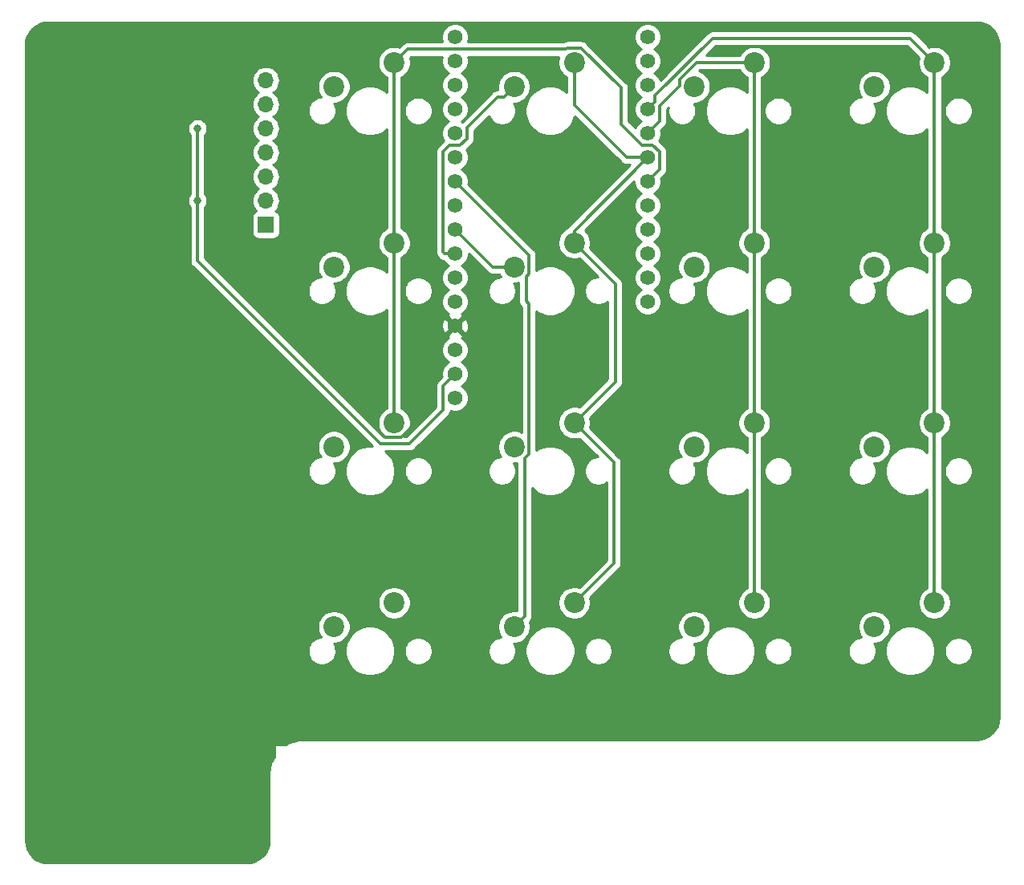
<source format=gbr>
G04 #@! TF.GenerationSoftware,KiCad,Pcbnew,(5.1.2-1)-1*
G04 #@! TF.CreationDate,2019-11-15T20:19:46-06:00*
G04 #@! TF.ProjectId,cherry-huzzah32,63686572-7279-42d6-9875-7a7a61683332,rev?*
G04 #@! TF.SameCoordinates,Original*
G04 #@! TF.FileFunction,Copper,L1,Top*
G04 #@! TF.FilePolarity,Positive*
%FSLAX46Y46*%
G04 Gerber Fmt 4.6, Leading zero omitted, Abs format (unit mm)*
G04 Created by KiCad (PCBNEW (5.1.2-1)-1) date 2019-11-15 20:19:46*
%MOMM*%
%LPD*%
G04 APERTURE LIST*
%ADD10C,1.574800*%
%ADD11C,2.200000*%
%ADD12O,1.700000X1.700000*%
%ADD13R,1.700000X1.700000*%
%ADD14C,0.800000*%
%ADD15C,0.304800*%
%ADD16C,0.254000*%
G04 APERTURE END LIST*
D10*
X129286000Y-117602000D03*
X129286000Y-115062000D03*
X129286000Y-112522000D03*
X129286000Y-109982000D03*
X129286000Y-107442000D03*
X129286000Y-104902000D03*
X129286000Y-102362000D03*
X129286000Y-99822000D03*
X129286000Y-97282000D03*
X129286000Y-94742000D03*
X129286000Y-92202000D03*
X129286000Y-120142000D03*
X108966000Y-92202000D03*
X108966000Y-94742000D03*
X108966000Y-97282000D03*
X108966000Y-99822000D03*
X108966000Y-102362000D03*
X108966000Y-104902000D03*
X108966000Y-107442000D03*
X108966000Y-109982000D03*
X108966000Y-112522000D03*
X108966000Y-115062000D03*
X108966000Y-117602000D03*
X108966000Y-120142000D03*
X108966000Y-122682000D03*
X108966000Y-125222000D03*
X108966000Y-127762000D03*
X108966000Y-130302000D03*
D11*
X153190000Y-154460000D03*
X159540000Y-151920000D03*
X134190000Y-154460000D03*
X140540000Y-151920000D03*
X115190000Y-154460000D03*
X121540000Y-151920000D03*
X96190000Y-154460000D03*
X102540000Y-151920000D03*
X153190000Y-135460000D03*
X159540000Y-132920000D03*
X134190000Y-135460000D03*
X140540000Y-132920000D03*
X115190000Y-135460000D03*
X121540000Y-132920000D03*
X96190000Y-135460000D03*
X102540000Y-132920000D03*
X153190000Y-116460000D03*
X159540000Y-113920000D03*
X134190000Y-116460000D03*
X140540000Y-113920000D03*
X115190000Y-116460000D03*
X121540000Y-113920000D03*
X96190000Y-116460000D03*
X102540000Y-113920000D03*
X153190000Y-97460000D03*
X159540000Y-94920000D03*
X134190000Y-97460000D03*
X140540000Y-94920000D03*
X115190000Y-97460000D03*
X121540000Y-94920000D03*
X96190000Y-97460000D03*
X102540000Y-94920000D03*
D12*
X89000000Y-96774000D03*
X89000000Y-99314000D03*
X89000000Y-101854000D03*
X89000000Y-104394000D03*
X89000000Y-106934000D03*
X89000000Y-109474000D03*
D13*
X89000000Y-112014000D03*
D14*
X81788000Y-109474000D03*
X81788000Y-101854000D03*
X83566000Y-113411000D03*
D15*
X81788000Y-109474000D02*
X81788000Y-101854000D01*
X81788000Y-113284000D02*
X81788000Y-109474000D01*
X81788000Y-115824000D02*
X81788000Y-113284000D01*
X104140000Y-135128000D02*
X101092000Y-135128000D01*
X101092000Y-135128000D02*
X81788000Y-115824000D01*
X107721399Y-131546601D02*
X104140000Y-135128000D01*
X107721399Y-129006601D02*
X107721399Y-131546601D01*
X108966000Y-127762000D02*
X107721399Y-129006601D01*
X107721399Y-104304591D02*
X107721399Y-114930950D01*
X108368591Y-103657399D02*
X107721399Y-104304591D01*
X107852449Y-115062000D02*
X108966000Y-115062000D01*
X109512611Y-103657399D02*
X108368591Y-103657399D01*
X110210601Y-102959409D02*
X109512611Y-103657399D01*
X107721399Y-114930950D02*
X107852449Y-115062000D01*
X110210601Y-101774741D02*
X110210601Y-102959409D01*
X113425343Y-98559999D02*
X110210601Y-101774741D01*
X114090001Y-98559999D02*
X113425343Y-98559999D01*
X115190000Y-97460000D02*
X114090001Y-98559999D01*
X102540000Y-94920000D02*
X102540000Y-96475634D01*
X102540000Y-132920000D02*
X102540000Y-113920000D01*
X102540000Y-94920000D02*
X102540000Y-113920000D01*
X130073399Y-106654601D02*
X129286000Y-107442000D01*
X103962601Y-93497399D02*
X120657943Y-93497399D01*
X128688591Y-103606601D02*
X129832611Y-103606601D01*
X130530601Y-104304591D02*
X130530601Y-106197399D01*
X129832611Y-103606601D02*
X130530601Y-104304591D01*
X130530601Y-106197399D02*
X130073399Y-106654601D01*
X126492000Y-97567342D02*
X126492000Y-101410010D01*
X126492000Y-101410010D02*
X128688591Y-103606601D01*
X120792543Y-93362799D02*
X122287457Y-93362799D01*
X120657943Y-93497399D02*
X120792543Y-93362799D01*
X122287457Y-93362799D02*
X126492000Y-97567342D01*
X102540000Y-94920000D02*
X103962601Y-93497399D01*
X121540000Y-112648000D02*
X121540000Y-113920000D01*
X129286000Y-104902000D02*
X121540000Y-112648000D01*
X121540000Y-96475634D02*
X121540000Y-94920000D01*
X121540000Y-99394658D02*
X121540000Y-96475634D01*
X127047342Y-104902000D02*
X121540000Y-99394658D01*
X129286000Y-104902000D02*
X127047342Y-104902000D01*
X121540000Y-132920000D02*
X125730000Y-137110000D01*
X125730000Y-147730000D02*
X121540000Y-151920000D01*
X125730000Y-137110000D02*
X125730000Y-147730000D01*
X121540000Y-113920000D02*
X125857000Y-118237000D01*
X125857000Y-128603000D02*
X121540000Y-132920000D01*
X125857000Y-118237000D02*
X125857000Y-128603000D01*
X140540000Y-151920000D02*
X140540000Y-103300000D01*
X140540000Y-103300000D02*
X140540000Y-94920000D01*
X134425342Y-94920000D02*
X138984366Y-94920000D01*
X132632799Y-96712543D02*
X134425342Y-94920000D01*
X130530601Y-99466399D02*
X132632799Y-97364201D01*
X129286000Y-102362000D02*
X130530601Y-101117399D01*
X138984366Y-94920000D02*
X140540000Y-94920000D01*
X130530601Y-101117399D02*
X130530601Y-99466399D01*
X132632799Y-97364201D02*
X132632799Y-96712543D01*
X159540000Y-94920000D02*
X159540000Y-113920000D01*
X159540000Y-115475634D02*
X159540000Y-151920000D01*
X159540000Y-113920000D02*
X159540000Y-115475634D01*
X156949000Y-92329000D02*
X136154222Y-92329000D01*
X130073399Y-98409823D02*
X130073399Y-99034601D01*
X159540000Y-94920000D02*
X156949000Y-92329000D01*
X136154222Y-92329000D02*
X130073399Y-98409823D01*
X130073399Y-99034601D02*
X129286000Y-99822000D01*
X112904000Y-116460000D02*
X108966000Y-112522000D01*
X115190000Y-116460000D02*
X112904000Y-116460000D01*
X116747201Y-117207457D02*
X116747201Y-115223201D01*
X116459000Y-117495658D02*
X116747201Y-117207457D01*
X116747201Y-120383859D02*
X116459000Y-120095658D01*
X116747201Y-136207457D02*
X116747201Y-120383859D01*
X116459000Y-120095658D02*
X116459000Y-117495658D01*
X116289999Y-136664659D02*
X116747201Y-136207457D01*
X109753399Y-108229399D02*
X108966000Y-107442000D01*
X116747201Y-115223201D02*
X109753399Y-108229399D01*
X116289999Y-153360001D02*
X116289999Y-136664659D01*
X115190000Y-154460000D02*
X116289999Y-153360001D01*
X105664000Y-125984000D02*
X108966000Y-122682000D01*
X101584201Y-134477201D02*
X103287457Y-134477201D01*
X105664000Y-132100658D02*
X105664000Y-125984000D01*
X103287457Y-134477201D02*
X105664000Y-132100658D01*
X83566000Y-116459000D02*
X101584201Y-134477201D01*
X83566000Y-113411000D02*
X83566000Y-116459000D01*
D16*
G36*
X164453893Y-90707670D02*
G01*
X164890498Y-90839489D01*
X165293185Y-91053600D01*
X165646612Y-91341848D01*
X165937327Y-91693261D01*
X166154242Y-92094439D01*
X166289106Y-92530113D01*
X166340000Y-93014344D01*
X166340001Y-163967711D01*
X166292330Y-164453894D01*
X166160512Y-164890497D01*
X165946399Y-165293186D01*
X165658150Y-165646613D01*
X165306739Y-165937327D01*
X164905564Y-166154240D01*
X164469886Y-166289106D01*
X163985664Y-166340000D01*
X92967581Y-166340000D01*
X92937937Y-166342920D01*
X92919238Y-166342789D01*
X92910067Y-166343689D01*
X92327777Y-166404890D01*
X92269191Y-166416916D01*
X92210420Y-166428127D01*
X92201598Y-166430790D01*
X91642285Y-166603928D01*
X91587167Y-166627098D01*
X91531678Y-166649516D01*
X91523542Y-166653843D01*
X91118218Y-166873000D01*
X90000000Y-166873000D01*
X89975224Y-166875440D01*
X89951399Y-166882667D01*
X89929443Y-166894403D01*
X89910197Y-166910197D01*
X89894403Y-166929443D01*
X89882667Y-166951399D01*
X89875440Y-166975224D01*
X89873000Y-167000000D01*
X89873000Y-168115528D01*
X89643616Y-168546938D01*
X89620812Y-168602265D01*
X89597256Y-168657225D01*
X89594531Y-168666029D01*
X89425304Y-169226536D01*
X89413682Y-169285231D01*
X89401248Y-169343727D01*
X89400285Y-169352892D01*
X89343150Y-169935595D01*
X89340000Y-169967582D01*
X89340001Y-176967711D01*
X89292330Y-177453894D01*
X89160512Y-177890497D01*
X88946399Y-178293186D01*
X88658150Y-178646613D01*
X88306739Y-178937327D01*
X87905564Y-179154240D01*
X87469886Y-179289106D01*
X86985664Y-179340000D01*
X66032279Y-179340000D01*
X65546106Y-179292330D01*
X65109503Y-179160512D01*
X64706814Y-178946399D01*
X64353387Y-178658150D01*
X64062673Y-178306739D01*
X63845760Y-177905564D01*
X63710894Y-177469886D01*
X63660000Y-176985664D01*
X63660000Y-156853740D01*
X93435000Y-156853740D01*
X93435000Y-157146260D01*
X93492068Y-157433158D01*
X93604010Y-157703411D01*
X93766525Y-157946632D01*
X93973368Y-158153475D01*
X94216589Y-158315990D01*
X94486842Y-158427932D01*
X94773740Y-158485000D01*
X95066260Y-158485000D01*
X95353158Y-158427932D01*
X95623411Y-158315990D01*
X95866632Y-158153475D01*
X96073475Y-157946632D01*
X96235990Y-157703411D01*
X96347932Y-157433158D01*
X96405000Y-157146260D01*
X96405000Y-156853740D01*
X96382471Y-156740475D01*
X97365000Y-156740475D01*
X97365000Y-157259525D01*
X97466261Y-157768601D01*
X97664893Y-158248141D01*
X97953262Y-158679715D01*
X98320285Y-159046738D01*
X98751859Y-159335107D01*
X99231399Y-159533739D01*
X99740475Y-159635000D01*
X100259525Y-159635000D01*
X100768601Y-159533739D01*
X101248141Y-159335107D01*
X101679715Y-159046738D01*
X102046738Y-158679715D01*
X102335107Y-158248141D01*
X102533739Y-157768601D01*
X102635000Y-157259525D01*
X102635000Y-156853740D01*
X103595000Y-156853740D01*
X103595000Y-157146260D01*
X103652068Y-157433158D01*
X103764010Y-157703411D01*
X103926525Y-157946632D01*
X104133368Y-158153475D01*
X104376589Y-158315990D01*
X104646842Y-158427932D01*
X104933740Y-158485000D01*
X105226260Y-158485000D01*
X105513158Y-158427932D01*
X105783411Y-158315990D01*
X106026632Y-158153475D01*
X106233475Y-157946632D01*
X106395990Y-157703411D01*
X106507932Y-157433158D01*
X106565000Y-157146260D01*
X106565000Y-156853740D01*
X106507932Y-156566842D01*
X106395990Y-156296589D01*
X106233475Y-156053368D01*
X106026632Y-155846525D01*
X105783411Y-155684010D01*
X105513158Y-155572068D01*
X105226260Y-155515000D01*
X104933740Y-155515000D01*
X104646842Y-155572068D01*
X104376589Y-155684010D01*
X104133368Y-155846525D01*
X103926525Y-156053368D01*
X103764010Y-156296589D01*
X103652068Y-156566842D01*
X103595000Y-156853740D01*
X102635000Y-156853740D01*
X102635000Y-156740475D01*
X102533739Y-156231399D01*
X102335107Y-155751859D01*
X102046738Y-155320285D01*
X101679715Y-154953262D01*
X101248141Y-154664893D01*
X100768601Y-154466261D01*
X100259525Y-154365000D01*
X99740475Y-154365000D01*
X99231399Y-154466261D01*
X98751859Y-154664893D01*
X98320285Y-154953262D01*
X97953262Y-155320285D01*
X97664893Y-155751859D01*
X97466261Y-156231399D01*
X97365000Y-156740475D01*
X96382471Y-156740475D01*
X96347932Y-156566842D01*
X96235990Y-156296589D01*
X96168110Y-156195000D01*
X96360883Y-156195000D01*
X96696081Y-156128325D01*
X97011831Y-155997537D01*
X97295998Y-155807663D01*
X97537663Y-155565998D01*
X97727537Y-155281831D01*
X97858325Y-154966081D01*
X97925000Y-154630883D01*
X97925000Y-154289117D01*
X97858325Y-153953919D01*
X97727537Y-153638169D01*
X97537663Y-153354002D01*
X97295998Y-153112337D01*
X97011831Y-152922463D01*
X96696081Y-152791675D01*
X96360883Y-152725000D01*
X96019117Y-152725000D01*
X95683919Y-152791675D01*
X95368169Y-152922463D01*
X95084002Y-153112337D01*
X94842337Y-153354002D01*
X94652463Y-153638169D01*
X94521675Y-153953919D01*
X94455000Y-154289117D01*
X94455000Y-154630883D01*
X94521675Y-154966081D01*
X94652463Y-155281831D01*
X94808261Y-155515000D01*
X94773740Y-155515000D01*
X94486842Y-155572068D01*
X94216589Y-155684010D01*
X93973368Y-155846525D01*
X93766525Y-156053368D01*
X93604010Y-156296589D01*
X93492068Y-156566842D01*
X93435000Y-156853740D01*
X63660000Y-156853740D01*
X63660000Y-151749117D01*
X100805000Y-151749117D01*
X100805000Y-152090883D01*
X100871675Y-152426081D01*
X101002463Y-152741831D01*
X101192337Y-153025998D01*
X101434002Y-153267663D01*
X101718169Y-153457537D01*
X102033919Y-153588325D01*
X102369117Y-153655000D01*
X102710883Y-153655000D01*
X103046081Y-153588325D01*
X103361831Y-153457537D01*
X103645998Y-153267663D01*
X103887663Y-153025998D01*
X104077537Y-152741831D01*
X104208325Y-152426081D01*
X104275000Y-152090883D01*
X104275000Y-151749117D01*
X104208325Y-151413919D01*
X104077537Y-151098169D01*
X103887663Y-150814002D01*
X103645998Y-150572337D01*
X103361831Y-150382463D01*
X103046081Y-150251675D01*
X102710883Y-150185000D01*
X102369117Y-150185000D01*
X102033919Y-150251675D01*
X101718169Y-150382463D01*
X101434002Y-150572337D01*
X101192337Y-150814002D01*
X101002463Y-151098169D01*
X100871675Y-151413919D01*
X100805000Y-151749117D01*
X63660000Y-151749117D01*
X63660000Y-137853740D01*
X93435000Y-137853740D01*
X93435000Y-138146260D01*
X93492068Y-138433158D01*
X93604010Y-138703411D01*
X93766525Y-138946632D01*
X93973368Y-139153475D01*
X94216589Y-139315990D01*
X94486842Y-139427932D01*
X94773740Y-139485000D01*
X95066260Y-139485000D01*
X95353158Y-139427932D01*
X95623411Y-139315990D01*
X95866632Y-139153475D01*
X96073475Y-138946632D01*
X96235990Y-138703411D01*
X96347932Y-138433158D01*
X96405000Y-138146260D01*
X96405000Y-137853740D01*
X96347932Y-137566842D01*
X96235990Y-137296589D01*
X96168110Y-137195000D01*
X96360883Y-137195000D01*
X96696081Y-137128325D01*
X97011831Y-136997537D01*
X97295998Y-136807663D01*
X97537663Y-136565998D01*
X97727537Y-136281831D01*
X97858325Y-135966081D01*
X97925000Y-135630883D01*
X97925000Y-135289117D01*
X97858325Y-134953919D01*
X97727537Y-134638169D01*
X97537663Y-134354002D01*
X97295998Y-134112337D01*
X97011831Y-133922463D01*
X96696081Y-133791675D01*
X96360883Y-133725000D01*
X96019117Y-133725000D01*
X95683919Y-133791675D01*
X95368169Y-133922463D01*
X95084002Y-134112337D01*
X94842337Y-134354002D01*
X94652463Y-134638169D01*
X94521675Y-134953919D01*
X94455000Y-135289117D01*
X94455000Y-135630883D01*
X94521675Y-135966081D01*
X94652463Y-136281831D01*
X94808261Y-136515000D01*
X94773740Y-136515000D01*
X94486842Y-136572068D01*
X94216589Y-136684010D01*
X93973368Y-136846525D01*
X93766525Y-137053368D01*
X93604010Y-137296589D01*
X93492068Y-137566842D01*
X93435000Y-137853740D01*
X63660000Y-137853740D01*
X63660000Y-101752061D01*
X80753000Y-101752061D01*
X80753000Y-101955939D01*
X80792774Y-102155898D01*
X80870795Y-102344256D01*
X80984063Y-102513774D01*
X81000601Y-102530312D01*
X81000600Y-108797689D01*
X80984063Y-108814226D01*
X80870795Y-108983744D01*
X80792774Y-109172102D01*
X80753000Y-109372061D01*
X80753000Y-109575939D01*
X80792774Y-109775898D01*
X80870795Y-109964256D01*
X80984063Y-110133774D01*
X81000601Y-110150312D01*
X81000600Y-113322672D01*
X81000601Y-113322682D01*
X81000600Y-115785337D01*
X80996792Y-115824000D01*
X81000600Y-115862663D01*
X81000600Y-115862672D01*
X81011994Y-115978356D01*
X81057018Y-116126782D01*
X81130134Y-116263571D01*
X81228531Y-116383469D01*
X81258578Y-116408128D01*
X100215448Y-135365000D01*
X99740475Y-135365000D01*
X99231399Y-135466261D01*
X98751859Y-135664893D01*
X98320285Y-135953262D01*
X97953262Y-136320285D01*
X97664893Y-136751859D01*
X97466261Y-137231399D01*
X97365000Y-137740475D01*
X97365000Y-138259525D01*
X97466261Y-138768601D01*
X97664893Y-139248141D01*
X97953262Y-139679715D01*
X98320285Y-140046738D01*
X98751859Y-140335107D01*
X99231399Y-140533739D01*
X99740475Y-140635000D01*
X100259525Y-140635000D01*
X100768601Y-140533739D01*
X101248141Y-140335107D01*
X101679715Y-140046738D01*
X102046738Y-139679715D01*
X102335107Y-139248141D01*
X102533739Y-138768601D01*
X102635000Y-138259525D01*
X102635000Y-137853740D01*
X103595000Y-137853740D01*
X103595000Y-138146260D01*
X103652068Y-138433158D01*
X103764010Y-138703411D01*
X103926525Y-138946632D01*
X104133368Y-139153475D01*
X104376589Y-139315990D01*
X104646842Y-139427932D01*
X104933740Y-139485000D01*
X105226260Y-139485000D01*
X105513158Y-139427932D01*
X105783411Y-139315990D01*
X106026632Y-139153475D01*
X106233475Y-138946632D01*
X106395990Y-138703411D01*
X106507932Y-138433158D01*
X106565000Y-138146260D01*
X106565000Y-137853740D01*
X106507932Y-137566842D01*
X106395990Y-137296589D01*
X106233475Y-137053368D01*
X106026632Y-136846525D01*
X105783411Y-136684010D01*
X105513158Y-136572068D01*
X105226260Y-136515000D01*
X104933740Y-136515000D01*
X104646842Y-136572068D01*
X104376589Y-136684010D01*
X104133368Y-136846525D01*
X103926525Y-137053368D01*
X103764010Y-137296589D01*
X103652068Y-137566842D01*
X103595000Y-137853740D01*
X102635000Y-137853740D01*
X102635000Y-137740475D01*
X102533739Y-137231399D01*
X102335107Y-136751859D01*
X102046738Y-136320285D01*
X101679715Y-135953262D01*
X101623051Y-135915400D01*
X104101337Y-135915400D01*
X104140000Y-135919208D01*
X104178663Y-135915400D01*
X104178673Y-135915400D01*
X104294357Y-135904006D01*
X104442783Y-135858982D01*
X104579572Y-135785866D01*
X104699469Y-135687469D01*
X104724128Y-135657422D01*
X108250827Y-132130724D01*
X108280868Y-132106070D01*
X108379265Y-131986173D01*
X108452381Y-131849384D01*
X108497405Y-131700958D01*
X108502464Y-131649592D01*
X108551101Y-131669738D01*
X108825906Y-131724400D01*
X109106094Y-131724400D01*
X109380899Y-131669738D01*
X109639759Y-131562514D01*
X109872727Y-131406850D01*
X110070850Y-131208727D01*
X110226514Y-130975759D01*
X110333738Y-130716899D01*
X110388400Y-130442094D01*
X110388400Y-130161906D01*
X110333738Y-129887101D01*
X110226514Y-129628241D01*
X110070850Y-129395273D01*
X109872727Y-129197150D01*
X109639759Y-129041486D01*
X109616858Y-129032000D01*
X109639759Y-129022514D01*
X109872727Y-128866850D01*
X110070850Y-128668727D01*
X110226514Y-128435759D01*
X110333738Y-128176899D01*
X110388400Y-127902094D01*
X110388400Y-127621906D01*
X110333738Y-127347101D01*
X110226514Y-127088241D01*
X110070850Y-126855273D01*
X109872727Y-126657150D01*
X109639759Y-126501486D01*
X109616858Y-126492000D01*
X109639759Y-126482514D01*
X109872727Y-126326850D01*
X110070850Y-126128727D01*
X110226514Y-125895759D01*
X110333738Y-125636899D01*
X110388400Y-125362094D01*
X110388400Y-125081906D01*
X110333738Y-124807101D01*
X110226514Y-124548241D01*
X110070850Y-124315273D01*
X109872727Y-124117150D01*
X109639759Y-123961486D01*
X109617755Y-123952372D01*
X109700043Y-123908388D01*
X109770100Y-123665705D01*
X108966000Y-122861605D01*
X108161900Y-123665705D01*
X108231957Y-123908388D01*
X108320028Y-123949976D01*
X108292241Y-123961486D01*
X108059273Y-124117150D01*
X107861150Y-124315273D01*
X107705486Y-124548241D01*
X107598262Y-124807101D01*
X107543600Y-125081906D01*
X107543600Y-125362094D01*
X107598262Y-125636899D01*
X107705486Y-125895759D01*
X107861150Y-126128727D01*
X108059273Y-126326850D01*
X108292241Y-126482514D01*
X108315142Y-126492000D01*
X108292241Y-126501486D01*
X108059273Y-126657150D01*
X107861150Y-126855273D01*
X107705486Y-127088241D01*
X107598262Y-127347101D01*
X107543600Y-127621906D01*
X107543600Y-127902094D01*
X107571598Y-128042851D01*
X107191976Y-128422474D01*
X107161930Y-128447132D01*
X107063533Y-128567030D01*
X106990417Y-128703819D01*
X106945393Y-128852245D01*
X106933999Y-128967929D01*
X106933999Y-128967938D01*
X106930191Y-129006601D01*
X106933999Y-129045264D01*
X106934000Y-131220449D01*
X103813850Y-134340600D01*
X103536840Y-134340600D01*
X103645998Y-134267663D01*
X103887663Y-134025998D01*
X104077537Y-133741831D01*
X104208325Y-133426081D01*
X104275000Y-133090883D01*
X104275000Y-132749117D01*
X104208325Y-132413919D01*
X104077537Y-132098169D01*
X103887663Y-131814002D01*
X103645998Y-131572337D01*
X103361831Y-131382463D01*
X103327400Y-131368201D01*
X103327400Y-122753010D01*
X107538483Y-122753010D01*
X107579766Y-123030140D01*
X107674321Y-123293892D01*
X107739612Y-123416043D01*
X107982295Y-123486100D01*
X108786395Y-122682000D01*
X109145605Y-122682000D01*
X109949705Y-123486100D01*
X110192388Y-123416043D01*
X110312028Y-123162682D01*
X110379941Y-122890849D01*
X110393517Y-122610990D01*
X110352234Y-122333860D01*
X110257679Y-122070108D01*
X110192388Y-121947957D01*
X109949705Y-121877900D01*
X109145605Y-122682000D01*
X108786395Y-122682000D01*
X107982295Y-121877900D01*
X107739612Y-121947957D01*
X107619972Y-122201318D01*
X107552059Y-122473151D01*
X107538483Y-122753010D01*
X103327400Y-122753010D01*
X103327400Y-118853740D01*
X103595000Y-118853740D01*
X103595000Y-119146260D01*
X103652068Y-119433158D01*
X103764010Y-119703411D01*
X103926525Y-119946632D01*
X104133368Y-120153475D01*
X104376589Y-120315990D01*
X104646842Y-120427932D01*
X104933740Y-120485000D01*
X105226260Y-120485000D01*
X105513158Y-120427932D01*
X105783411Y-120315990D01*
X106026632Y-120153475D01*
X106233475Y-119946632D01*
X106395990Y-119703411D01*
X106507932Y-119433158D01*
X106565000Y-119146260D01*
X106565000Y-118853740D01*
X106507932Y-118566842D01*
X106395990Y-118296589D01*
X106233475Y-118053368D01*
X106026632Y-117846525D01*
X105783411Y-117684010D01*
X105513158Y-117572068D01*
X105226260Y-117515000D01*
X104933740Y-117515000D01*
X104646842Y-117572068D01*
X104376589Y-117684010D01*
X104133368Y-117846525D01*
X103926525Y-118053368D01*
X103764010Y-118296589D01*
X103652068Y-118566842D01*
X103595000Y-118853740D01*
X103327400Y-118853740D01*
X103327400Y-115471799D01*
X103361831Y-115457537D01*
X103645998Y-115267663D01*
X103887663Y-115025998D01*
X104077537Y-114741831D01*
X104208325Y-114426081D01*
X104275000Y-114090883D01*
X104275000Y-113749117D01*
X104208325Y-113413919D01*
X104077537Y-113098169D01*
X103887663Y-112814002D01*
X103645998Y-112572337D01*
X103361831Y-112382463D01*
X103327400Y-112368201D01*
X103327400Y-99853740D01*
X103595000Y-99853740D01*
X103595000Y-100146260D01*
X103652068Y-100433158D01*
X103764010Y-100703411D01*
X103926525Y-100946632D01*
X104133368Y-101153475D01*
X104376589Y-101315990D01*
X104646842Y-101427932D01*
X104933740Y-101485000D01*
X105226260Y-101485000D01*
X105513158Y-101427932D01*
X105783411Y-101315990D01*
X106026632Y-101153475D01*
X106233475Y-100946632D01*
X106395990Y-100703411D01*
X106507932Y-100433158D01*
X106565000Y-100146260D01*
X106565000Y-99853740D01*
X106507932Y-99566842D01*
X106395990Y-99296589D01*
X106233475Y-99053368D01*
X106026632Y-98846525D01*
X105783411Y-98684010D01*
X105513158Y-98572068D01*
X105226260Y-98515000D01*
X104933740Y-98515000D01*
X104646842Y-98572068D01*
X104376589Y-98684010D01*
X104133368Y-98846525D01*
X103926525Y-99053368D01*
X103764010Y-99296589D01*
X103652068Y-99566842D01*
X103595000Y-99853740D01*
X103327400Y-99853740D01*
X103327400Y-96471799D01*
X103361831Y-96457537D01*
X103645998Y-96267663D01*
X103887663Y-96025998D01*
X104077537Y-95741831D01*
X104208325Y-95426081D01*
X104275000Y-95090883D01*
X104275000Y-94749117D01*
X104208325Y-94413919D01*
X104194063Y-94379488D01*
X104288753Y-94284799D01*
X107615784Y-94284799D01*
X107598262Y-94327101D01*
X107543600Y-94601906D01*
X107543600Y-94882094D01*
X107598262Y-95156899D01*
X107705486Y-95415759D01*
X107861150Y-95648727D01*
X108059273Y-95846850D01*
X108292241Y-96002514D01*
X108315142Y-96012000D01*
X108292241Y-96021486D01*
X108059273Y-96177150D01*
X107861150Y-96375273D01*
X107705486Y-96608241D01*
X107598262Y-96867101D01*
X107543600Y-97141906D01*
X107543600Y-97422094D01*
X107598262Y-97696899D01*
X107705486Y-97955759D01*
X107861150Y-98188727D01*
X108059273Y-98386850D01*
X108292241Y-98542514D01*
X108315142Y-98552000D01*
X108292241Y-98561486D01*
X108059273Y-98717150D01*
X107861150Y-98915273D01*
X107705486Y-99148241D01*
X107598262Y-99407101D01*
X107543600Y-99681906D01*
X107543600Y-99962094D01*
X107598262Y-100236899D01*
X107705486Y-100495759D01*
X107861150Y-100728727D01*
X108059273Y-100926850D01*
X108292241Y-101082514D01*
X108315142Y-101092000D01*
X108292241Y-101101486D01*
X108059273Y-101257150D01*
X107861150Y-101455273D01*
X107705486Y-101688241D01*
X107598262Y-101947101D01*
X107543600Y-102221906D01*
X107543600Y-102502094D01*
X107598262Y-102776899D01*
X107705486Y-103035759D01*
X107774056Y-103138382D01*
X107191976Y-103720464D01*
X107161930Y-103745122D01*
X107063533Y-103865020D01*
X106990417Y-104001809D01*
X106945393Y-104150235D01*
X106933999Y-104265919D01*
X106933999Y-104265928D01*
X106930191Y-104304591D01*
X106933999Y-104343254D01*
X106934000Y-114892277D01*
X106930191Y-114930950D01*
X106945394Y-115085307D01*
X106990417Y-115233732D01*
X106990418Y-115233733D01*
X107063534Y-115370522D01*
X107161931Y-115490419D01*
X107191971Y-115515072D01*
X107268324Y-115591426D01*
X107292980Y-115621469D01*
X107412877Y-115719866D01*
X107549666Y-115792982D01*
X107698092Y-115838006D01*
X107779139Y-115845989D01*
X107861150Y-115968727D01*
X108059273Y-116166850D01*
X108292241Y-116322514D01*
X108315142Y-116332000D01*
X108292241Y-116341486D01*
X108059273Y-116497150D01*
X107861150Y-116695273D01*
X107705486Y-116928241D01*
X107598262Y-117187101D01*
X107543600Y-117461906D01*
X107543600Y-117742094D01*
X107598262Y-118016899D01*
X107705486Y-118275759D01*
X107861150Y-118508727D01*
X108059273Y-118706850D01*
X108292241Y-118862514D01*
X108315142Y-118872000D01*
X108292241Y-118881486D01*
X108059273Y-119037150D01*
X107861150Y-119235273D01*
X107705486Y-119468241D01*
X107598262Y-119727101D01*
X107543600Y-120001906D01*
X107543600Y-120282094D01*
X107598262Y-120556899D01*
X107705486Y-120815759D01*
X107861150Y-121048727D01*
X108059273Y-121246850D01*
X108292241Y-121402514D01*
X108314245Y-121411628D01*
X108231957Y-121455612D01*
X108161900Y-121698295D01*
X108966000Y-122502395D01*
X109770100Y-121698295D01*
X109700043Y-121455612D01*
X109611972Y-121414024D01*
X109639759Y-121402514D01*
X109872727Y-121246850D01*
X110070850Y-121048727D01*
X110226514Y-120815759D01*
X110333738Y-120556899D01*
X110388400Y-120282094D01*
X110388400Y-120001906D01*
X110333738Y-119727101D01*
X110226514Y-119468241D01*
X110070850Y-119235273D01*
X109872727Y-119037150D01*
X109639759Y-118881486D01*
X109616858Y-118872000D01*
X109639759Y-118862514D01*
X109872727Y-118706850D01*
X110070850Y-118508727D01*
X110226514Y-118275759D01*
X110333738Y-118016899D01*
X110388400Y-117742094D01*
X110388400Y-117461906D01*
X110333738Y-117187101D01*
X110226514Y-116928241D01*
X110070850Y-116695273D01*
X109872727Y-116497150D01*
X109639759Y-116341486D01*
X109616858Y-116332000D01*
X109639759Y-116322514D01*
X109872727Y-116166850D01*
X110070850Y-115968727D01*
X110226514Y-115735759D01*
X110333738Y-115476899D01*
X110388400Y-115202094D01*
X110388400Y-115057951D01*
X112319877Y-116989428D01*
X112344531Y-117019469D01*
X112464428Y-117117866D01*
X112601217Y-117190982D01*
X112749643Y-117236006D01*
X112865327Y-117247400D01*
X112865336Y-117247400D01*
X112903999Y-117251208D01*
X112942662Y-117247400D01*
X113638201Y-117247400D01*
X113652463Y-117281831D01*
X113808261Y-117515000D01*
X113773740Y-117515000D01*
X113486842Y-117572068D01*
X113216589Y-117684010D01*
X112973368Y-117846525D01*
X112766525Y-118053368D01*
X112604010Y-118296589D01*
X112492068Y-118566842D01*
X112435000Y-118853740D01*
X112435000Y-119146260D01*
X112492068Y-119433158D01*
X112604010Y-119703411D01*
X112766525Y-119946632D01*
X112973368Y-120153475D01*
X113216589Y-120315990D01*
X113486842Y-120427932D01*
X113773740Y-120485000D01*
X114066260Y-120485000D01*
X114353158Y-120427932D01*
X114623411Y-120315990D01*
X114866632Y-120153475D01*
X115073475Y-119946632D01*
X115235990Y-119703411D01*
X115347932Y-119433158D01*
X115405000Y-119146260D01*
X115405000Y-118853740D01*
X115347932Y-118566842D01*
X115235990Y-118296589D01*
X115168110Y-118195000D01*
X115360883Y-118195000D01*
X115671601Y-118133194D01*
X115671600Y-120056995D01*
X115667792Y-120095658D01*
X115671600Y-120134321D01*
X115671600Y-120134330D01*
X115682994Y-120250014D01*
X115728018Y-120398440D01*
X115801134Y-120535229D01*
X115899531Y-120655127D01*
X115929578Y-120679786D01*
X115959802Y-120710010D01*
X115959801Y-133900912D01*
X115696081Y-133791675D01*
X115360883Y-133725000D01*
X115019117Y-133725000D01*
X114683919Y-133791675D01*
X114368169Y-133922463D01*
X114084002Y-134112337D01*
X113842337Y-134354002D01*
X113652463Y-134638169D01*
X113521675Y-134953919D01*
X113455000Y-135289117D01*
X113455000Y-135630883D01*
X113521675Y-135966081D01*
X113652463Y-136281831D01*
X113808261Y-136515000D01*
X113773740Y-136515000D01*
X113486842Y-136572068D01*
X113216589Y-136684010D01*
X112973368Y-136846525D01*
X112766525Y-137053368D01*
X112604010Y-137296589D01*
X112492068Y-137566842D01*
X112435000Y-137853740D01*
X112435000Y-138146260D01*
X112492068Y-138433158D01*
X112604010Y-138703411D01*
X112766525Y-138946632D01*
X112973368Y-139153475D01*
X113216589Y-139315990D01*
X113486842Y-139427932D01*
X113773740Y-139485000D01*
X114066260Y-139485000D01*
X114353158Y-139427932D01*
X114623411Y-139315990D01*
X114866632Y-139153475D01*
X115073475Y-138946632D01*
X115235990Y-138703411D01*
X115347932Y-138433158D01*
X115405000Y-138146260D01*
X115405000Y-137853740D01*
X115347932Y-137566842D01*
X115235990Y-137296589D01*
X115168110Y-137195000D01*
X115360883Y-137195000D01*
X115502600Y-137166811D01*
X115502599Y-152753189D01*
X115360883Y-152725000D01*
X115019117Y-152725000D01*
X114683919Y-152791675D01*
X114368169Y-152922463D01*
X114084002Y-153112337D01*
X113842337Y-153354002D01*
X113652463Y-153638169D01*
X113521675Y-153953919D01*
X113455000Y-154289117D01*
X113455000Y-154630883D01*
X113521675Y-154966081D01*
X113652463Y-155281831D01*
X113808261Y-155515000D01*
X113773740Y-155515000D01*
X113486842Y-155572068D01*
X113216589Y-155684010D01*
X112973368Y-155846525D01*
X112766525Y-156053368D01*
X112604010Y-156296589D01*
X112492068Y-156566842D01*
X112435000Y-156853740D01*
X112435000Y-157146260D01*
X112492068Y-157433158D01*
X112604010Y-157703411D01*
X112766525Y-157946632D01*
X112973368Y-158153475D01*
X113216589Y-158315990D01*
X113486842Y-158427932D01*
X113773740Y-158485000D01*
X114066260Y-158485000D01*
X114353158Y-158427932D01*
X114623411Y-158315990D01*
X114866632Y-158153475D01*
X115073475Y-157946632D01*
X115235990Y-157703411D01*
X115347932Y-157433158D01*
X115405000Y-157146260D01*
X115405000Y-156853740D01*
X115382471Y-156740475D01*
X116365000Y-156740475D01*
X116365000Y-157259525D01*
X116466261Y-157768601D01*
X116664893Y-158248141D01*
X116953262Y-158679715D01*
X117320285Y-159046738D01*
X117751859Y-159335107D01*
X118231399Y-159533739D01*
X118740475Y-159635000D01*
X119259525Y-159635000D01*
X119768601Y-159533739D01*
X120248141Y-159335107D01*
X120679715Y-159046738D01*
X121046738Y-158679715D01*
X121335107Y-158248141D01*
X121533739Y-157768601D01*
X121635000Y-157259525D01*
X121635000Y-156853740D01*
X122595000Y-156853740D01*
X122595000Y-157146260D01*
X122652068Y-157433158D01*
X122764010Y-157703411D01*
X122926525Y-157946632D01*
X123133368Y-158153475D01*
X123376589Y-158315990D01*
X123646842Y-158427932D01*
X123933740Y-158485000D01*
X124226260Y-158485000D01*
X124513158Y-158427932D01*
X124783411Y-158315990D01*
X125026632Y-158153475D01*
X125233475Y-157946632D01*
X125395990Y-157703411D01*
X125507932Y-157433158D01*
X125565000Y-157146260D01*
X125565000Y-156853740D01*
X131435000Y-156853740D01*
X131435000Y-157146260D01*
X131492068Y-157433158D01*
X131604010Y-157703411D01*
X131766525Y-157946632D01*
X131973368Y-158153475D01*
X132216589Y-158315990D01*
X132486842Y-158427932D01*
X132773740Y-158485000D01*
X133066260Y-158485000D01*
X133353158Y-158427932D01*
X133623411Y-158315990D01*
X133866632Y-158153475D01*
X134073475Y-157946632D01*
X134235990Y-157703411D01*
X134347932Y-157433158D01*
X134405000Y-157146260D01*
X134405000Y-156853740D01*
X134382471Y-156740475D01*
X135365000Y-156740475D01*
X135365000Y-157259525D01*
X135466261Y-157768601D01*
X135664893Y-158248141D01*
X135953262Y-158679715D01*
X136320285Y-159046738D01*
X136751859Y-159335107D01*
X137231399Y-159533739D01*
X137740475Y-159635000D01*
X138259525Y-159635000D01*
X138768601Y-159533739D01*
X139248141Y-159335107D01*
X139679715Y-159046738D01*
X140046738Y-158679715D01*
X140335107Y-158248141D01*
X140533739Y-157768601D01*
X140635000Y-157259525D01*
X140635000Y-156853740D01*
X141595000Y-156853740D01*
X141595000Y-157146260D01*
X141652068Y-157433158D01*
X141764010Y-157703411D01*
X141926525Y-157946632D01*
X142133368Y-158153475D01*
X142376589Y-158315990D01*
X142646842Y-158427932D01*
X142933740Y-158485000D01*
X143226260Y-158485000D01*
X143513158Y-158427932D01*
X143783411Y-158315990D01*
X144026632Y-158153475D01*
X144233475Y-157946632D01*
X144395990Y-157703411D01*
X144507932Y-157433158D01*
X144565000Y-157146260D01*
X144565000Y-156853740D01*
X150435000Y-156853740D01*
X150435000Y-157146260D01*
X150492068Y-157433158D01*
X150604010Y-157703411D01*
X150766525Y-157946632D01*
X150973368Y-158153475D01*
X151216589Y-158315990D01*
X151486842Y-158427932D01*
X151773740Y-158485000D01*
X152066260Y-158485000D01*
X152353158Y-158427932D01*
X152623411Y-158315990D01*
X152866632Y-158153475D01*
X153073475Y-157946632D01*
X153235990Y-157703411D01*
X153347932Y-157433158D01*
X153405000Y-157146260D01*
X153405000Y-156853740D01*
X153382471Y-156740475D01*
X154365000Y-156740475D01*
X154365000Y-157259525D01*
X154466261Y-157768601D01*
X154664893Y-158248141D01*
X154953262Y-158679715D01*
X155320285Y-159046738D01*
X155751859Y-159335107D01*
X156231399Y-159533739D01*
X156740475Y-159635000D01*
X157259525Y-159635000D01*
X157768601Y-159533739D01*
X158248141Y-159335107D01*
X158679715Y-159046738D01*
X159046738Y-158679715D01*
X159335107Y-158248141D01*
X159533739Y-157768601D01*
X159635000Y-157259525D01*
X159635000Y-156853740D01*
X160595000Y-156853740D01*
X160595000Y-157146260D01*
X160652068Y-157433158D01*
X160764010Y-157703411D01*
X160926525Y-157946632D01*
X161133368Y-158153475D01*
X161376589Y-158315990D01*
X161646842Y-158427932D01*
X161933740Y-158485000D01*
X162226260Y-158485000D01*
X162513158Y-158427932D01*
X162783411Y-158315990D01*
X163026632Y-158153475D01*
X163233475Y-157946632D01*
X163395990Y-157703411D01*
X163507932Y-157433158D01*
X163565000Y-157146260D01*
X163565000Y-156853740D01*
X163507932Y-156566842D01*
X163395990Y-156296589D01*
X163233475Y-156053368D01*
X163026632Y-155846525D01*
X162783411Y-155684010D01*
X162513158Y-155572068D01*
X162226260Y-155515000D01*
X161933740Y-155515000D01*
X161646842Y-155572068D01*
X161376589Y-155684010D01*
X161133368Y-155846525D01*
X160926525Y-156053368D01*
X160764010Y-156296589D01*
X160652068Y-156566842D01*
X160595000Y-156853740D01*
X159635000Y-156853740D01*
X159635000Y-156740475D01*
X159533739Y-156231399D01*
X159335107Y-155751859D01*
X159046738Y-155320285D01*
X158679715Y-154953262D01*
X158248141Y-154664893D01*
X157768601Y-154466261D01*
X157259525Y-154365000D01*
X156740475Y-154365000D01*
X156231399Y-154466261D01*
X155751859Y-154664893D01*
X155320285Y-154953262D01*
X154953262Y-155320285D01*
X154664893Y-155751859D01*
X154466261Y-156231399D01*
X154365000Y-156740475D01*
X153382471Y-156740475D01*
X153347932Y-156566842D01*
X153235990Y-156296589D01*
X153168110Y-156195000D01*
X153360883Y-156195000D01*
X153696081Y-156128325D01*
X154011831Y-155997537D01*
X154295998Y-155807663D01*
X154537663Y-155565998D01*
X154727537Y-155281831D01*
X154858325Y-154966081D01*
X154925000Y-154630883D01*
X154925000Y-154289117D01*
X154858325Y-153953919D01*
X154727537Y-153638169D01*
X154537663Y-153354002D01*
X154295998Y-153112337D01*
X154011831Y-152922463D01*
X153696081Y-152791675D01*
X153360883Y-152725000D01*
X153019117Y-152725000D01*
X152683919Y-152791675D01*
X152368169Y-152922463D01*
X152084002Y-153112337D01*
X151842337Y-153354002D01*
X151652463Y-153638169D01*
X151521675Y-153953919D01*
X151455000Y-154289117D01*
X151455000Y-154630883D01*
X151521675Y-154966081D01*
X151652463Y-155281831D01*
X151808261Y-155515000D01*
X151773740Y-155515000D01*
X151486842Y-155572068D01*
X151216589Y-155684010D01*
X150973368Y-155846525D01*
X150766525Y-156053368D01*
X150604010Y-156296589D01*
X150492068Y-156566842D01*
X150435000Y-156853740D01*
X144565000Y-156853740D01*
X144507932Y-156566842D01*
X144395990Y-156296589D01*
X144233475Y-156053368D01*
X144026632Y-155846525D01*
X143783411Y-155684010D01*
X143513158Y-155572068D01*
X143226260Y-155515000D01*
X142933740Y-155515000D01*
X142646842Y-155572068D01*
X142376589Y-155684010D01*
X142133368Y-155846525D01*
X141926525Y-156053368D01*
X141764010Y-156296589D01*
X141652068Y-156566842D01*
X141595000Y-156853740D01*
X140635000Y-156853740D01*
X140635000Y-156740475D01*
X140533739Y-156231399D01*
X140335107Y-155751859D01*
X140046738Y-155320285D01*
X139679715Y-154953262D01*
X139248141Y-154664893D01*
X138768601Y-154466261D01*
X138259525Y-154365000D01*
X137740475Y-154365000D01*
X137231399Y-154466261D01*
X136751859Y-154664893D01*
X136320285Y-154953262D01*
X135953262Y-155320285D01*
X135664893Y-155751859D01*
X135466261Y-156231399D01*
X135365000Y-156740475D01*
X134382471Y-156740475D01*
X134347932Y-156566842D01*
X134235990Y-156296589D01*
X134168110Y-156195000D01*
X134360883Y-156195000D01*
X134696081Y-156128325D01*
X135011831Y-155997537D01*
X135295998Y-155807663D01*
X135537663Y-155565998D01*
X135727537Y-155281831D01*
X135858325Y-154966081D01*
X135925000Y-154630883D01*
X135925000Y-154289117D01*
X135858325Y-153953919D01*
X135727537Y-153638169D01*
X135537663Y-153354002D01*
X135295998Y-153112337D01*
X135011831Y-152922463D01*
X134696081Y-152791675D01*
X134360883Y-152725000D01*
X134019117Y-152725000D01*
X133683919Y-152791675D01*
X133368169Y-152922463D01*
X133084002Y-153112337D01*
X132842337Y-153354002D01*
X132652463Y-153638169D01*
X132521675Y-153953919D01*
X132455000Y-154289117D01*
X132455000Y-154630883D01*
X132521675Y-154966081D01*
X132652463Y-155281831D01*
X132808261Y-155515000D01*
X132773740Y-155515000D01*
X132486842Y-155572068D01*
X132216589Y-155684010D01*
X131973368Y-155846525D01*
X131766525Y-156053368D01*
X131604010Y-156296589D01*
X131492068Y-156566842D01*
X131435000Y-156853740D01*
X125565000Y-156853740D01*
X125507932Y-156566842D01*
X125395990Y-156296589D01*
X125233475Y-156053368D01*
X125026632Y-155846525D01*
X124783411Y-155684010D01*
X124513158Y-155572068D01*
X124226260Y-155515000D01*
X123933740Y-155515000D01*
X123646842Y-155572068D01*
X123376589Y-155684010D01*
X123133368Y-155846525D01*
X122926525Y-156053368D01*
X122764010Y-156296589D01*
X122652068Y-156566842D01*
X122595000Y-156853740D01*
X121635000Y-156853740D01*
X121635000Y-156740475D01*
X121533739Y-156231399D01*
X121335107Y-155751859D01*
X121046738Y-155320285D01*
X120679715Y-154953262D01*
X120248141Y-154664893D01*
X119768601Y-154466261D01*
X119259525Y-154365000D01*
X118740475Y-154365000D01*
X118231399Y-154466261D01*
X117751859Y-154664893D01*
X117320285Y-154953262D01*
X116953262Y-155320285D01*
X116664893Y-155751859D01*
X116466261Y-156231399D01*
X116365000Y-156740475D01*
X115382471Y-156740475D01*
X115347932Y-156566842D01*
X115235990Y-156296589D01*
X115168110Y-156195000D01*
X115360883Y-156195000D01*
X115696081Y-156128325D01*
X116011831Y-155997537D01*
X116295998Y-155807663D01*
X116537663Y-155565998D01*
X116727537Y-155281831D01*
X116858325Y-154966081D01*
X116925000Y-154630883D01*
X116925000Y-154289117D01*
X116858325Y-153953919D01*
X116845429Y-153922785D01*
X116849468Y-153919470D01*
X116874118Y-153889434D01*
X116874121Y-153889431D01*
X116947865Y-153799573D01*
X117020981Y-153662784D01*
X117066005Y-153514358D01*
X117071601Y-153457537D01*
X117077399Y-153398674D01*
X117077399Y-153398666D01*
X117081207Y-153360001D01*
X117077399Y-153321336D01*
X117077399Y-139803852D01*
X117320285Y-140046738D01*
X117751859Y-140335107D01*
X118231399Y-140533739D01*
X118740475Y-140635000D01*
X119259525Y-140635000D01*
X119768601Y-140533739D01*
X120248141Y-140335107D01*
X120679715Y-140046738D01*
X121046738Y-139679715D01*
X121335107Y-139248141D01*
X121533739Y-138768601D01*
X121635000Y-138259525D01*
X121635000Y-137740475D01*
X121533739Y-137231399D01*
X121335107Y-136751859D01*
X121046738Y-136320285D01*
X120679715Y-135953262D01*
X120248141Y-135664893D01*
X119768601Y-135466261D01*
X119259525Y-135365000D01*
X118740475Y-135365000D01*
X118231399Y-135466261D01*
X117751859Y-135664893D01*
X117534601Y-135810060D01*
X117534601Y-121189940D01*
X117751859Y-121335107D01*
X118231399Y-121533739D01*
X118740475Y-121635000D01*
X119259525Y-121635000D01*
X119768601Y-121533739D01*
X120248141Y-121335107D01*
X120679715Y-121046738D01*
X121046738Y-120679715D01*
X121335107Y-120248141D01*
X121533739Y-119768601D01*
X121635000Y-119259525D01*
X121635000Y-118740475D01*
X121533739Y-118231399D01*
X121335107Y-117751859D01*
X121046738Y-117320285D01*
X120679715Y-116953262D01*
X120248141Y-116664893D01*
X119768601Y-116466261D01*
X119259525Y-116365000D01*
X118740475Y-116365000D01*
X118231399Y-116466261D01*
X117751859Y-116664893D01*
X117534601Y-116810060D01*
X117534601Y-115261866D01*
X117538409Y-115223201D01*
X117534601Y-115184536D01*
X117534601Y-115184528D01*
X117523207Y-115068844D01*
X117478183Y-114920418D01*
X117405067Y-114783629D01*
X117399293Y-114776593D01*
X117331323Y-114693771D01*
X117331320Y-114693768D01*
X117306670Y-114663732D01*
X117276634Y-114639082D01*
X110360402Y-107722852D01*
X110388400Y-107582094D01*
X110388400Y-107301906D01*
X110333738Y-107027101D01*
X110226514Y-106768241D01*
X110070850Y-106535273D01*
X109872727Y-106337150D01*
X109639759Y-106181486D01*
X109616858Y-106172000D01*
X109639759Y-106162514D01*
X109872727Y-106006850D01*
X110070850Y-105808727D01*
X110226514Y-105575759D01*
X110333738Y-105316899D01*
X110388400Y-105042094D01*
X110388400Y-104761906D01*
X110333738Y-104487101D01*
X110226514Y-104228241D01*
X110157943Y-104125617D01*
X110740028Y-103543533D01*
X110770070Y-103518878D01*
X110824756Y-103452243D01*
X110868467Y-103398982D01*
X110941583Y-103262192D01*
X110974616Y-103153294D01*
X110986607Y-103113766D01*
X110998001Y-102998082D01*
X110998001Y-102998072D01*
X111001809Y-102959409D01*
X110998001Y-102920746D01*
X110998001Y-102100891D01*
X112542934Y-100555959D01*
X112604010Y-100703411D01*
X112766525Y-100946632D01*
X112973368Y-101153475D01*
X113216589Y-101315990D01*
X113486842Y-101427932D01*
X113773740Y-101485000D01*
X114066260Y-101485000D01*
X114353158Y-101427932D01*
X114623411Y-101315990D01*
X114866632Y-101153475D01*
X115073475Y-100946632D01*
X115235990Y-100703411D01*
X115347932Y-100433158D01*
X115405000Y-100146260D01*
X115405000Y-99853740D01*
X115347932Y-99566842D01*
X115235990Y-99296589D01*
X115168110Y-99195000D01*
X115360883Y-99195000D01*
X115696081Y-99128325D01*
X116011831Y-98997537D01*
X116295998Y-98807663D01*
X116537663Y-98565998D01*
X116727537Y-98281831D01*
X116858325Y-97966081D01*
X116925000Y-97630883D01*
X116925000Y-97289117D01*
X116858325Y-96953919D01*
X116727537Y-96638169D01*
X116537663Y-96354002D01*
X116295998Y-96112337D01*
X116011831Y-95922463D01*
X115696081Y-95791675D01*
X115360883Y-95725000D01*
X115019117Y-95725000D01*
X114683919Y-95791675D01*
X114368169Y-95922463D01*
X114084002Y-96112337D01*
X113842337Y-96354002D01*
X113652463Y-96638169D01*
X113521675Y-96953919D01*
X113455000Y-97289117D01*
X113455000Y-97630883D01*
X113483189Y-97772599D01*
X113464008Y-97772599D01*
X113425343Y-97768791D01*
X113386678Y-97772599D01*
X113386670Y-97772599D01*
X113270986Y-97783993D01*
X113122560Y-97829017D01*
X112985770Y-97902133D01*
X112895913Y-97975877D01*
X112895910Y-97975880D01*
X112865874Y-98000530D01*
X112841224Y-98030566D01*
X109718016Y-101153776D01*
X109639759Y-101101486D01*
X109616858Y-101092000D01*
X109639759Y-101082514D01*
X109872727Y-100926850D01*
X110070850Y-100728727D01*
X110226514Y-100495759D01*
X110333738Y-100236899D01*
X110388400Y-99962094D01*
X110388400Y-99681906D01*
X110333738Y-99407101D01*
X110226514Y-99148241D01*
X110070850Y-98915273D01*
X109872727Y-98717150D01*
X109639759Y-98561486D01*
X109616858Y-98552000D01*
X109639759Y-98542514D01*
X109872727Y-98386850D01*
X110070850Y-98188727D01*
X110226514Y-97955759D01*
X110333738Y-97696899D01*
X110388400Y-97422094D01*
X110388400Y-97141906D01*
X110333738Y-96867101D01*
X110226514Y-96608241D01*
X110070850Y-96375273D01*
X109872727Y-96177150D01*
X109639759Y-96021486D01*
X109616858Y-96012000D01*
X109639759Y-96002514D01*
X109872727Y-95846850D01*
X110070850Y-95648727D01*
X110226514Y-95415759D01*
X110333738Y-95156899D01*
X110388400Y-94882094D01*
X110388400Y-94601906D01*
X110333738Y-94327101D01*
X110316216Y-94284799D01*
X119925158Y-94284799D01*
X119871675Y-94413919D01*
X119805000Y-94749117D01*
X119805000Y-95090883D01*
X119871675Y-95426081D01*
X120002463Y-95741831D01*
X120192337Y-96025998D01*
X120434002Y-96267663D01*
X120718169Y-96457537D01*
X120752600Y-96471799D01*
X120752600Y-96514306D01*
X120752601Y-96514316D01*
X120752600Y-98026147D01*
X120679715Y-97953262D01*
X120248141Y-97664893D01*
X119768601Y-97466261D01*
X119259525Y-97365000D01*
X118740475Y-97365000D01*
X118231399Y-97466261D01*
X117751859Y-97664893D01*
X117320285Y-97953262D01*
X116953262Y-98320285D01*
X116664893Y-98751859D01*
X116466261Y-99231399D01*
X116365000Y-99740475D01*
X116365000Y-100259525D01*
X116466261Y-100768601D01*
X116664893Y-101248141D01*
X116953262Y-101679715D01*
X117320285Y-102046738D01*
X117751859Y-102335107D01*
X118231399Y-102533739D01*
X118740475Y-102635000D01*
X119259525Y-102635000D01*
X119768601Y-102533739D01*
X120248141Y-102335107D01*
X120679715Y-102046738D01*
X121046738Y-101679715D01*
X121335107Y-101248141D01*
X121533739Y-100768601D01*
X121577980Y-100546188D01*
X126463219Y-105431428D01*
X126487873Y-105461469D01*
X126517912Y-105486121D01*
X126607769Y-105559866D01*
X126637503Y-105575759D01*
X126744559Y-105632982D01*
X126892985Y-105678006D01*
X127008669Y-105689400D01*
X127008677Y-105689400D01*
X127047342Y-105693208D01*
X127086007Y-105689400D01*
X127385048Y-105689400D01*
X121010578Y-112063872D01*
X120980531Y-112088531D01*
X120882134Y-112208429D01*
X120809283Y-112344722D01*
X120718169Y-112382463D01*
X120434002Y-112572337D01*
X120192337Y-112814002D01*
X120002463Y-113098169D01*
X119871675Y-113413919D01*
X119805000Y-113749117D01*
X119805000Y-114090883D01*
X119871675Y-114426081D01*
X120002463Y-114741831D01*
X120192337Y-115025998D01*
X120434002Y-115267663D01*
X120718169Y-115457537D01*
X121033919Y-115588325D01*
X121369117Y-115655000D01*
X121710883Y-115655000D01*
X122046081Y-115588325D01*
X122080513Y-115574063D01*
X124021449Y-117515000D01*
X123933740Y-117515000D01*
X123646842Y-117572068D01*
X123376589Y-117684010D01*
X123133368Y-117846525D01*
X122926525Y-118053368D01*
X122764010Y-118296589D01*
X122652068Y-118566842D01*
X122595000Y-118853740D01*
X122595000Y-119146260D01*
X122652068Y-119433158D01*
X122764010Y-119703411D01*
X122926525Y-119946632D01*
X123133368Y-120153475D01*
X123376589Y-120315990D01*
X123646842Y-120427932D01*
X123933740Y-120485000D01*
X124226260Y-120485000D01*
X124513158Y-120427932D01*
X124783411Y-120315990D01*
X125026632Y-120153475D01*
X125069600Y-120110507D01*
X125069601Y-128276848D01*
X122080513Y-131265937D01*
X122046081Y-131251675D01*
X121710883Y-131185000D01*
X121369117Y-131185000D01*
X121033919Y-131251675D01*
X120718169Y-131382463D01*
X120434002Y-131572337D01*
X120192337Y-131814002D01*
X120002463Y-132098169D01*
X119871675Y-132413919D01*
X119805000Y-132749117D01*
X119805000Y-133090883D01*
X119871675Y-133426081D01*
X120002463Y-133741831D01*
X120192337Y-134025998D01*
X120434002Y-134267663D01*
X120718169Y-134457537D01*
X121033919Y-134588325D01*
X121369117Y-134655000D01*
X121710883Y-134655000D01*
X122046081Y-134588325D01*
X122080513Y-134574063D01*
X124021449Y-136515000D01*
X123933740Y-136515000D01*
X123646842Y-136572068D01*
X123376589Y-136684010D01*
X123133368Y-136846525D01*
X122926525Y-137053368D01*
X122764010Y-137296589D01*
X122652068Y-137566842D01*
X122595000Y-137853740D01*
X122595000Y-138146260D01*
X122652068Y-138433158D01*
X122764010Y-138703411D01*
X122926525Y-138946632D01*
X123133368Y-139153475D01*
X123376589Y-139315990D01*
X123646842Y-139427932D01*
X123933740Y-139485000D01*
X124226260Y-139485000D01*
X124513158Y-139427932D01*
X124783411Y-139315990D01*
X124942600Y-139209623D01*
X124942601Y-147403848D01*
X122080513Y-150265937D01*
X122046081Y-150251675D01*
X121710883Y-150185000D01*
X121369117Y-150185000D01*
X121033919Y-150251675D01*
X120718169Y-150382463D01*
X120434002Y-150572337D01*
X120192337Y-150814002D01*
X120002463Y-151098169D01*
X119871675Y-151413919D01*
X119805000Y-151749117D01*
X119805000Y-152090883D01*
X119871675Y-152426081D01*
X120002463Y-152741831D01*
X120192337Y-153025998D01*
X120434002Y-153267663D01*
X120718169Y-153457537D01*
X121033919Y-153588325D01*
X121369117Y-153655000D01*
X121710883Y-153655000D01*
X122046081Y-153588325D01*
X122361831Y-153457537D01*
X122645998Y-153267663D01*
X122887663Y-153025998D01*
X123077537Y-152741831D01*
X123208325Y-152426081D01*
X123275000Y-152090883D01*
X123275000Y-151749117D01*
X123208325Y-151413919D01*
X123194063Y-151379487D01*
X126259428Y-148314123D01*
X126289469Y-148289469D01*
X126337835Y-148230535D01*
X126387866Y-148169573D01*
X126460982Y-148032783D01*
X126506006Y-147884357D01*
X126517400Y-147768673D01*
X126517400Y-147768663D01*
X126521208Y-147730000D01*
X126517400Y-147691337D01*
X126517400Y-137853740D01*
X131435000Y-137853740D01*
X131435000Y-138146260D01*
X131492068Y-138433158D01*
X131604010Y-138703411D01*
X131766525Y-138946632D01*
X131973368Y-139153475D01*
X132216589Y-139315990D01*
X132486842Y-139427932D01*
X132773740Y-139485000D01*
X133066260Y-139485000D01*
X133353158Y-139427932D01*
X133623411Y-139315990D01*
X133866632Y-139153475D01*
X134073475Y-138946632D01*
X134235990Y-138703411D01*
X134347932Y-138433158D01*
X134405000Y-138146260D01*
X134405000Y-137853740D01*
X134347932Y-137566842D01*
X134235990Y-137296589D01*
X134168110Y-137195000D01*
X134360883Y-137195000D01*
X134696081Y-137128325D01*
X135011831Y-136997537D01*
X135295998Y-136807663D01*
X135537663Y-136565998D01*
X135727537Y-136281831D01*
X135858325Y-135966081D01*
X135925000Y-135630883D01*
X135925000Y-135289117D01*
X135858325Y-134953919D01*
X135727537Y-134638169D01*
X135537663Y-134354002D01*
X135295998Y-134112337D01*
X135011831Y-133922463D01*
X134696081Y-133791675D01*
X134360883Y-133725000D01*
X134019117Y-133725000D01*
X133683919Y-133791675D01*
X133368169Y-133922463D01*
X133084002Y-134112337D01*
X132842337Y-134354002D01*
X132652463Y-134638169D01*
X132521675Y-134953919D01*
X132455000Y-135289117D01*
X132455000Y-135630883D01*
X132521675Y-135966081D01*
X132652463Y-136281831D01*
X132808261Y-136515000D01*
X132773740Y-136515000D01*
X132486842Y-136572068D01*
X132216589Y-136684010D01*
X131973368Y-136846525D01*
X131766525Y-137053368D01*
X131604010Y-137296589D01*
X131492068Y-137566842D01*
X131435000Y-137853740D01*
X126517400Y-137853740D01*
X126517400Y-137148663D01*
X126521208Y-137110000D01*
X126517400Y-137071337D01*
X126517400Y-137071327D01*
X126506006Y-136955643D01*
X126460982Y-136807217D01*
X126431392Y-136751859D01*
X126387866Y-136670427D01*
X126314121Y-136580570D01*
X126289469Y-136550531D01*
X126259429Y-136525878D01*
X123194063Y-133460513D01*
X123208325Y-133426081D01*
X123275000Y-133090883D01*
X123275000Y-132749117D01*
X123208325Y-132413919D01*
X123194063Y-132379487D01*
X126386428Y-129187123D01*
X126416469Y-129162469D01*
X126464835Y-129103535D01*
X126514866Y-129042573D01*
X126587982Y-128905783D01*
X126604222Y-128852245D01*
X126633006Y-128757357D01*
X126644400Y-128641673D01*
X126644400Y-128641663D01*
X126648208Y-128603000D01*
X126644400Y-128564337D01*
X126644400Y-118275663D01*
X126648208Y-118237000D01*
X126644400Y-118198337D01*
X126644400Y-118198327D01*
X126633006Y-118082643D01*
X126587982Y-117934217D01*
X126551157Y-117865323D01*
X126514866Y-117797427D01*
X126441121Y-117707570D01*
X126416469Y-117677531D01*
X126386429Y-117652878D01*
X123194063Y-114460513D01*
X123208325Y-114426081D01*
X123275000Y-114090883D01*
X123275000Y-113749117D01*
X123208325Y-113413919D01*
X123077537Y-113098169D01*
X122887663Y-112814002D01*
X122687606Y-112613945D01*
X127863600Y-107437951D01*
X127863600Y-107582094D01*
X127918262Y-107856899D01*
X128025486Y-108115759D01*
X128181150Y-108348727D01*
X128379273Y-108546850D01*
X128612241Y-108702514D01*
X128635142Y-108712000D01*
X128612241Y-108721486D01*
X128379273Y-108877150D01*
X128181150Y-109075273D01*
X128025486Y-109308241D01*
X127918262Y-109567101D01*
X127863600Y-109841906D01*
X127863600Y-110122094D01*
X127918262Y-110396899D01*
X128025486Y-110655759D01*
X128181150Y-110888727D01*
X128379273Y-111086850D01*
X128612241Y-111242514D01*
X128635142Y-111252000D01*
X128612241Y-111261486D01*
X128379273Y-111417150D01*
X128181150Y-111615273D01*
X128025486Y-111848241D01*
X127918262Y-112107101D01*
X127863600Y-112381906D01*
X127863600Y-112662094D01*
X127918262Y-112936899D01*
X128025486Y-113195759D01*
X128181150Y-113428727D01*
X128379273Y-113626850D01*
X128612241Y-113782514D01*
X128635142Y-113792000D01*
X128612241Y-113801486D01*
X128379273Y-113957150D01*
X128181150Y-114155273D01*
X128025486Y-114388241D01*
X127918262Y-114647101D01*
X127863600Y-114921906D01*
X127863600Y-115202094D01*
X127918262Y-115476899D01*
X128025486Y-115735759D01*
X128181150Y-115968727D01*
X128379273Y-116166850D01*
X128612241Y-116322514D01*
X128635142Y-116332000D01*
X128612241Y-116341486D01*
X128379273Y-116497150D01*
X128181150Y-116695273D01*
X128025486Y-116928241D01*
X127918262Y-117187101D01*
X127863600Y-117461906D01*
X127863600Y-117742094D01*
X127918262Y-118016899D01*
X128025486Y-118275759D01*
X128181150Y-118508727D01*
X128379273Y-118706850D01*
X128612241Y-118862514D01*
X128635142Y-118872000D01*
X128612241Y-118881486D01*
X128379273Y-119037150D01*
X128181150Y-119235273D01*
X128025486Y-119468241D01*
X127918262Y-119727101D01*
X127863600Y-120001906D01*
X127863600Y-120282094D01*
X127918262Y-120556899D01*
X128025486Y-120815759D01*
X128181150Y-121048727D01*
X128379273Y-121246850D01*
X128612241Y-121402514D01*
X128871101Y-121509738D01*
X129145906Y-121564400D01*
X129426094Y-121564400D01*
X129700899Y-121509738D01*
X129959759Y-121402514D01*
X130192727Y-121246850D01*
X130390850Y-121048727D01*
X130546514Y-120815759D01*
X130653738Y-120556899D01*
X130708400Y-120282094D01*
X130708400Y-120001906D01*
X130653738Y-119727101D01*
X130546514Y-119468241D01*
X130390850Y-119235273D01*
X130192727Y-119037150D01*
X129959759Y-118881486D01*
X129936858Y-118872000D01*
X129959759Y-118862514D01*
X129972890Y-118853740D01*
X131435000Y-118853740D01*
X131435000Y-119146260D01*
X131492068Y-119433158D01*
X131604010Y-119703411D01*
X131766525Y-119946632D01*
X131973368Y-120153475D01*
X132216589Y-120315990D01*
X132486842Y-120427932D01*
X132773740Y-120485000D01*
X133066260Y-120485000D01*
X133353158Y-120427932D01*
X133623411Y-120315990D01*
X133866632Y-120153475D01*
X134073475Y-119946632D01*
X134235990Y-119703411D01*
X134347932Y-119433158D01*
X134405000Y-119146260D01*
X134405000Y-118853740D01*
X134347932Y-118566842D01*
X134235990Y-118296589D01*
X134168110Y-118195000D01*
X134360883Y-118195000D01*
X134696081Y-118128325D01*
X135011831Y-117997537D01*
X135295998Y-117807663D01*
X135537663Y-117565998D01*
X135727537Y-117281831D01*
X135858325Y-116966081D01*
X135925000Y-116630883D01*
X135925000Y-116289117D01*
X135858325Y-115953919D01*
X135727537Y-115638169D01*
X135537663Y-115354002D01*
X135295998Y-115112337D01*
X135011831Y-114922463D01*
X134696081Y-114791675D01*
X134360883Y-114725000D01*
X134019117Y-114725000D01*
X133683919Y-114791675D01*
X133368169Y-114922463D01*
X133084002Y-115112337D01*
X132842337Y-115354002D01*
X132652463Y-115638169D01*
X132521675Y-115953919D01*
X132455000Y-116289117D01*
X132455000Y-116630883D01*
X132521675Y-116966081D01*
X132652463Y-117281831D01*
X132808261Y-117515000D01*
X132773740Y-117515000D01*
X132486842Y-117572068D01*
X132216589Y-117684010D01*
X131973368Y-117846525D01*
X131766525Y-118053368D01*
X131604010Y-118296589D01*
X131492068Y-118566842D01*
X131435000Y-118853740D01*
X129972890Y-118853740D01*
X130192727Y-118706850D01*
X130390850Y-118508727D01*
X130546514Y-118275759D01*
X130653738Y-118016899D01*
X130708400Y-117742094D01*
X130708400Y-117461906D01*
X130653738Y-117187101D01*
X130546514Y-116928241D01*
X130390850Y-116695273D01*
X130192727Y-116497150D01*
X129959759Y-116341486D01*
X129936858Y-116332000D01*
X129959759Y-116322514D01*
X130192727Y-116166850D01*
X130390850Y-115968727D01*
X130546514Y-115735759D01*
X130653738Y-115476899D01*
X130708400Y-115202094D01*
X130708400Y-114921906D01*
X130653738Y-114647101D01*
X130546514Y-114388241D01*
X130390850Y-114155273D01*
X130192727Y-113957150D01*
X129959759Y-113801486D01*
X129936858Y-113792000D01*
X129959759Y-113782514D01*
X130192727Y-113626850D01*
X130390850Y-113428727D01*
X130546514Y-113195759D01*
X130653738Y-112936899D01*
X130708400Y-112662094D01*
X130708400Y-112381906D01*
X130653738Y-112107101D01*
X130546514Y-111848241D01*
X130390850Y-111615273D01*
X130192727Y-111417150D01*
X129959759Y-111261486D01*
X129936858Y-111252000D01*
X129959759Y-111242514D01*
X130192727Y-111086850D01*
X130390850Y-110888727D01*
X130546514Y-110655759D01*
X130653738Y-110396899D01*
X130708400Y-110122094D01*
X130708400Y-109841906D01*
X130653738Y-109567101D01*
X130546514Y-109308241D01*
X130390850Y-109075273D01*
X130192727Y-108877150D01*
X129959759Y-108721486D01*
X129936858Y-108712000D01*
X129959759Y-108702514D01*
X130192727Y-108546850D01*
X130390850Y-108348727D01*
X130546514Y-108115759D01*
X130653738Y-107856899D01*
X130708400Y-107582094D01*
X130708400Y-107301906D01*
X130680402Y-107161149D01*
X131060028Y-106781523D01*
X131090070Y-106756868D01*
X131188467Y-106636971D01*
X131261583Y-106500182D01*
X131306607Y-106351756D01*
X131318001Y-106236072D01*
X131318001Y-106236063D01*
X131321809Y-106197400D01*
X131318001Y-106158737D01*
X131318001Y-104343254D01*
X131321809Y-104304591D01*
X131318001Y-104265928D01*
X131318001Y-104265918D01*
X131306607Y-104150234D01*
X131261583Y-104001808D01*
X131212181Y-103909384D01*
X131188467Y-103865018D01*
X131132768Y-103797150D01*
X131090070Y-103745122D01*
X131060030Y-103720469D01*
X130477943Y-103138383D01*
X130546514Y-103035759D01*
X130653738Y-102776899D01*
X130708400Y-102502094D01*
X130708400Y-102221906D01*
X130680402Y-102081149D01*
X131060035Y-101701517D01*
X131090070Y-101676868D01*
X131114720Y-101646832D01*
X131114723Y-101646829D01*
X131188467Y-101556971D01*
X131261583Y-101420182D01*
X131306607Y-101271756D01*
X131306607Y-101271755D01*
X131318001Y-101156072D01*
X131318001Y-101156064D01*
X131321809Y-101117399D01*
X131318001Y-101078734D01*
X131318001Y-99792549D01*
X131479245Y-99631305D01*
X131435000Y-99853740D01*
X131435000Y-100146260D01*
X131492068Y-100433158D01*
X131604010Y-100703411D01*
X131766525Y-100946632D01*
X131973368Y-101153475D01*
X132216589Y-101315990D01*
X132486842Y-101427932D01*
X132773740Y-101485000D01*
X133066260Y-101485000D01*
X133353158Y-101427932D01*
X133623411Y-101315990D01*
X133866632Y-101153475D01*
X134073475Y-100946632D01*
X134235990Y-100703411D01*
X134347932Y-100433158D01*
X134405000Y-100146260D01*
X134405000Y-99853740D01*
X134347932Y-99566842D01*
X134235990Y-99296589D01*
X134168110Y-99195000D01*
X134360883Y-99195000D01*
X134696081Y-99128325D01*
X135011831Y-98997537D01*
X135295998Y-98807663D01*
X135537663Y-98565998D01*
X135727537Y-98281831D01*
X135858325Y-97966081D01*
X135925000Y-97630883D01*
X135925000Y-97289117D01*
X135858325Y-96953919D01*
X135727537Y-96638169D01*
X135537663Y-96354002D01*
X135295998Y-96112337D01*
X135011831Y-95922463D01*
X134696081Y-95791675D01*
X134672007Y-95786886D01*
X134751494Y-95707400D01*
X138988201Y-95707400D01*
X139002463Y-95741831D01*
X139192337Y-96025998D01*
X139434002Y-96267663D01*
X139718169Y-96457537D01*
X139752601Y-96471799D01*
X139752601Y-98026148D01*
X139679715Y-97953262D01*
X139248141Y-97664893D01*
X138768601Y-97466261D01*
X138259525Y-97365000D01*
X137740475Y-97365000D01*
X137231399Y-97466261D01*
X136751859Y-97664893D01*
X136320285Y-97953262D01*
X135953262Y-98320285D01*
X135664893Y-98751859D01*
X135466261Y-99231399D01*
X135365000Y-99740475D01*
X135365000Y-100259525D01*
X135466261Y-100768601D01*
X135664893Y-101248141D01*
X135953262Y-101679715D01*
X136320285Y-102046738D01*
X136751859Y-102335107D01*
X137231399Y-102533739D01*
X137740475Y-102635000D01*
X138259525Y-102635000D01*
X138768601Y-102533739D01*
X139248141Y-102335107D01*
X139679715Y-102046738D01*
X139752600Y-101973853D01*
X139752600Y-103338672D01*
X139752601Y-103338682D01*
X139752601Y-112368201D01*
X139718169Y-112382463D01*
X139434002Y-112572337D01*
X139192337Y-112814002D01*
X139002463Y-113098169D01*
X138871675Y-113413919D01*
X138805000Y-113749117D01*
X138805000Y-114090883D01*
X138871675Y-114426081D01*
X139002463Y-114741831D01*
X139192337Y-115025998D01*
X139434002Y-115267663D01*
X139718169Y-115457537D01*
X139752601Y-115471799D01*
X139752601Y-117026148D01*
X139679715Y-116953262D01*
X139248141Y-116664893D01*
X138768601Y-116466261D01*
X138259525Y-116365000D01*
X137740475Y-116365000D01*
X137231399Y-116466261D01*
X136751859Y-116664893D01*
X136320285Y-116953262D01*
X135953262Y-117320285D01*
X135664893Y-117751859D01*
X135466261Y-118231399D01*
X135365000Y-118740475D01*
X135365000Y-119259525D01*
X135466261Y-119768601D01*
X135664893Y-120248141D01*
X135953262Y-120679715D01*
X136320285Y-121046738D01*
X136751859Y-121335107D01*
X137231399Y-121533739D01*
X137740475Y-121635000D01*
X138259525Y-121635000D01*
X138768601Y-121533739D01*
X139248141Y-121335107D01*
X139679715Y-121046738D01*
X139752601Y-120973852D01*
X139752600Y-131368201D01*
X139718169Y-131382463D01*
X139434002Y-131572337D01*
X139192337Y-131814002D01*
X139002463Y-132098169D01*
X138871675Y-132413919D01*
X138805000Y-132749117D01*
X138805000Y-133090883D01*
X138871675Y-133426081D01*
X139002463Y-133741831D01*
X139192337Y-134025998D01*
X139434002Y-134267663D01*
X139718169Y-134457537D01*
X139752600Y-134471799D01*
X139752600Y-136026147D01*
X139679715Y-135953262D01*
X139248141Y-135664893D01*
X138768601Y-135466261D01*
X138259525Y-135365000D01*
X137740475Y-135365000D01*
X137231399Y-135466261D01*
X136751859Y-135664893D01*
X136320285Y-135953262D01*
X135953262Y-136320285D01*
X135664893Y-136751859D01*
X135466261Y-137231399D01*
X135365000Y-137740475D01*
X135365000Y-138259525D01*
X135466261Y-138768601D01*
X135664893Y-139248141D01*
X135953262Y-139679715D01*
X136320285Y-140046738D01*
X136751859Y-140335107D01*
X137231399Y-140533739D01*
X137740475Y-140635000D01*
X138259525Y-140635000D01*
X138768601Y-140533739D01*
X139248141Y-140335107D01*
X139679715Y-140046738D01*
X139752600Y-139973853D01*
X139752600Y-150368201D01*
X139718169Y-150382463D01*
X139434002Y-150572337D01*
X139192337Y-150814002D01*
X139002463Y-151098169D01*
X138871675Y-151413919D01*
X138805000Y-151749117D01*
X138805000Y-152090883D01*
X138871675Y-152426081D01*
X139002463Y-152741831D01*
X139192337Y-153025998D01*
X139434002Y-153267663D01*
X139718169Y-153457537D01*
X140033919Y-153588325D01*
X140369117Y-153655000D01*
X140710883Y-153655000D01*
X141046081Y-153588325D01*
X141361831Y-153457537D01*
X141645998Y-153267663D01*
X141887663Y-153025998D01*
X142077537Y-152741831D01*
X142208325Y-152426081D01*
X142275000Y-152090883D01*
X142275000Y-151749117D01*
X142208325Y-151413919D01*
X142077537Y-151098169D01*
X141887663Y-150814002D01*
X141645998Y-150572337D01*
X141361831Y-150382463D01*
X141327400Y-150368201D01*
X141327400Y-137853740D01*
X141595000Y-137853740D01*
X141595000Y-138146260D01*
X141652068Y-138433158D01*
X141764010Y-138703411D01*
X141926525Y-138946632D01*
X142133368Y-139153475D01*
X142376589Y-139315990D01*
X142646842Y-139427932D01*
X142933740Y-139485000D01*
X143226260Y-139485000D01*
X143513158Y-139427932D01*
X143783411Y-139315990D01*
X144026632Y-139153475D01*
X144233475Y-138946632D01*
X144395990Y-138703411D01*
X144507932Y-138433158D01*
X144565000Y-138146260D01*
X144565000Y-137853740D01*
X150435000Y-137853740D01*
X150435000Y-138146260D01*
X150492068Y-138433158D01*
X150604010Y-138703411D01*
X150766525Y-138946632D01*
X150973368Y-139153475D01*
X151216589Y-139315990D01*
X151486842Y-139427932D01*
X151773740Y-139485000D01*
X152066260Y-139485000D01*
X152353158Y-139427932D01*
X152623411Y-139315990D01*
X152866632Y-139153475D01*
X153073475Y-138946632D01*
X153235990Y-138703411D01*
X153347932Y-138433158D01*
X153405000Y-138146260D01*
X153405000Y-137853740D01*
X153347932Y-137566842D01*
X153235990Y-137296589D01*
X153168110Y-137195000D01*
X153360883Y-137195000D01*
X153696081Y-137128325D01*
X154011831Y-136997537D01*
X154295998Y-136807663D01*
X154537663Y-136565998D01*
X154727537Y-136281831D01*
X154858325Y-135966081D01*
X154925000Y-135630883D01*
X154925000Y-135289117D01*
X154858325Y-134953919D01*
X154727537Y-134638169D01*
X154537663Y-134354002D01*
X154295998Y-134112337D01*
X154011831Y-133922463D01*
X153696081Y-133791675D01*
X153360883Y-133725000D01*
X153019117Y-133725000D01*
X152683919Y-133791675D01*
X152368169Y-133922463D01*
X152084002Y-134112337D01*
X151842337Y-134354002D01*
X151652463Y-134638169D01*
X151521675Y-134953919D01*
X151455000Y-135289117D01*
X151455000Y-135630883D01*
X151521675Y-135966081D01*
X151652463Y-136281831D01*
X151808261Y-136515000D01*
X151773740Y-136515000D01*
X151486842Y-136572068D01*
X151216589Y-136684010D01*
X150973368Y-136846525D01*
X150766525Y-137053368D01*
X150604010Y-137296589D01*
X150492068Y-137566842D01*
X150435000Y-137853740D01*
X144565000Y-137853740D01*
X144507932Y-137566842D01*
X144395990Y-137296589D01*
X144233475Y-137053368D01*
X144026632Y-136846525D01*
X143783411Y-136684010D01*
X143513158Y-136572068D01*
X143226260Y-136515000D01*
X142933740Y-136515000D01*
X142646842Y-136572068D01*
X142376589Y-136684010D01*
X142133368Y-136846525D01*
X141926525Y-137053368D01*
X141764010Y-137296589D01*
X141652068Y-137566842D01*
X141595000Y-137853740D01*
X141327400Y-137853740D01*
X141327400Y-134471799D01*
X141361831Y-134457537D01*
X141645998Y-134267663D01*
X141887663Y-134025998D01*
X142077537Y-133741831D01*
X142208325Y-133426081D01*
X142275000Y-133090883D01*
X142275000Y-132749117D01*
X142208325Y-132413919D01*
X142077537Y-132098169D01*
X141887663Y-131814002D01*
X141645998Y-131572337D01*
X141361831Y-131382463D01*
X141327400Y-131368201D01*
X141327400Y-118853740D01*
X141595000Y-118853740D01*
X141595000Y-119146260D01*
X141652068Y-119433158D01*
X141764010Y-119703411D01*
X141926525Y-119946632D01*
X142133368Y-120153475D01*
X142376589Y-120315990D01*
X142646842Y-120427932D01*
X142933740Y-120485000D01*
X143226260Y-120485000D01*
X143513158Y-120427932D01*
X143783411Y-120315990D01*
X144026632Y-120153475D01*
X144233475Y-119946632D01*
X144395990Y-119703411D01*
X144507932Y-119433158D01*
X144565000Y-119146260D01*
X144565000Y-118853740D01*
X150435000Y-118853740D01*
X150435000Y-119146260D01*
X150492068Y-119433158D01*
X150604010Y-119703411D01*
X150766525Y-119946632D01*
X150973368Y-120153475D01*
X151216589Y-120315990D01*
X151486842Y-120427932D01*
X151773740Y-120485000D01*
X152066260Y-120485000D01*
X152353158Y-120427932D01*
X152623411Y-120315990D01*
X152866632Y-120153475D01*
X153073475Y-119946632D01*
X153235990Y-119703411D01*
X153347932Y-119433158D01*
X153405000Y-119146260D01*
X153405000Y-118853740D01*
X153347932Y-118566842D01*
X153235990Y-118296589D01*
X153168110Y-118195000D01*
X153360883Y-118195000D01*
X153696081Y-118128325D01*
X154011831Y-117997537D01*
X154295998Y-117807663D01*
X154537663Y-117565998D01*
X154727537Y-117281831D01*
X154858325Y-116966081D01*
X154925000Y-116630883D01*
X154925000Y-116289117D01*
X154858325Y-115953919D01*
X154727537Y-115638169D01*
X154537663Y-115354002D01*
X154295998Y-115112337D01*
X154011831Y-114922463D01*
X153696081Y-114791675D01*
X153360883Y-114725000D01*
X153019117Y-114725000D01*
X152683919Y-114791675D01*
X152368169Y-114922463D01*
X152084002Y-115112337D01*
X151842337Y-115354002D01*
X151652463Y-115638169D01*
X151521675Y-115953919D01*
X151455000Y-116289117D01*
X151455000Y-116630883D01*
X151521675Y-116966081D01*
X151652463Y-117281831D01*
X151808261Y-117515000D01*
X151773740Y-117515000D01*
X151486842Y-117572068D01*
X151216589Y-117684010D01*
X150973368Y-117846525D01*
X150766525Y-118053368D01*
X150604010Y-118296589D01*
X150492068Y-118566842D01*
X150435000Y-118853740D01*
X144565000Y-118853740D01*
X144507932Y-118566842D01*
X144395990Y-118296589D01*
X144233475Y-118053368D01*
X144026632Y-117846525D01*
X143783411Y-117684010D01*
X143513158Y-117572068D01*
X143226260Y-117515000D01*
X142933740Y-117515000D01*
X142646842Y-117572068D01*
X142376589Y-117684010D01*
X142133368Y-117846525D01*
X141926525Y-118053368D01*
X141764010Y-118296589D01*
X141652068Y-118566842D01*
X141595000Y-118853740D01*
X141327400Y-118853740D01*
X141327400Y-115471799D01*
X141361831Y-115457537D01*
X141645998Y-115267663D01*
X141887663Y-115025998D01*
X142077537Y-114741831D01*
X142208325Y-114426081D01*
X142275000Y-114090883D01*
X142275000Y-113749117D01*
X142208325Y-113413919D01*
X142077537Y-113098169D01*
X141887663Y-112814002D01*
X141645998Y-112572337D01*
X141361831Y-112382463D01*
X141327400Y-112368201D01*
X141327400Y-99853740D01*
X141595000Y-99853740D01*
X141595000Y-100146260D01*
X141652068Y-100433158D01*
X141764010Y-100703411D01*
X141926525Y-100946632D01*
X142133368Y-101153475D01*
X142376589Y-101315990D01*
X142646842Y-101427932D01*
X142933740Y-101485000D01*
X143226260Y-101485000D01*
X143513158Y-101427932D01*
X143783411Y-101315990D01*
X144026632Y-101153475D01*
X144233475Y-100946632D01*
X144395990Y-100703411D01*
X144507932Y-100433158D01*
X144565000Y-100146260D01*
X144565000Y-99853740D01*
X150435000Y-99853740D01*
X150435000Y-100146260D01*
X150492068Y-100433158D01*
X150604010Y-100703411D01*
X150766525Y-100946632D01*
X150973368Y-101153475D01*
X151216589Y-101315990D01*
X151486842Y-101427932D01*
X151773740Y-101485000D01*
X152066260Y-101485000D01*
X152353158Y-101427932D01*
X152623411Y-101315990D01*
X152866632Y-101153475D01*
X153073475Y-100946632D01*
X153235990Y-100703411D01*
X153347932Y-100433158D01*
X153405000Y-100146260D01*
X153405000Y-99853740D01*
X153347932Y-99566842D01*
X153235990Y-99296589D01*
X153168110Y-99195000D01*
X153360883Y-99195000D01*
X153696081Y-99128325D01*
X154011831Y-98997537D01*
X154295998Y-98807663D01*
X154537663Y-98565998D01*
X154727537Y-98281831D01*
X154858325Y-97966081D01*
X154925000Y-97630883D01*
X154925000Y-97289117D01*
X154858325Y-96953919D01*
X154727537Y-96638169D01*
X154537663Y-96354002D01*
X154295998Y-96112337D01*
X154011831Y-95922463D01*
X153696081Y-95791675D01*
X153360883Y-95725000D01*
X153019117Y-95725000D01*
X152683919Y-95791675D01*
X152368169Y-95922463D01*
X152084002Y-96112337D01*
X151842337Y-96354002D01*
X151652463Y-96638169D01*
X151521675Y-96953919D01*
X151455000Y-97289117D01*
X151455000Y-97630883D01*
X151521675Y-97966081D01*
X151652463Y-98281831D01*
X151808261Y-98515000D01*
X151773740Y-98515000D01*
X151486842Y-98572068D01*
X151216589Y-98684010D01*
X150973368Y-98846525D01*
X150766525Y-99053368D01*
X150604010Y-99296589D01*
X150492068Y-99566842D01*
X150435000Y-99853740D01*
X144565000Y-99853740D01*
X144507932Y-99566842D01*
X144395990Y-99296589D01*
X144233475Y-99053368D01*
X144026632Y-98846525D01*
X143783411Y-98684010D01*
X143513158Y-98572068D01*
X143226260Y-98515000D01*
X142933740Y-98515000D01*
X142646842Y-98572068D01*
X142376589Y-98684010D01*
X142133368Y-98846525D01*
X141926525Y-99053368D01*
X141764010Y-99296589D01*
X141652068Y-99566842D01*
X141595000Y-99853740D01*
X141327400Y-99853740D01*
X141327400Y-96471799D01*
X141361831Y-96457537D01*
X141645998Y-96267663D01*
X141887663Y-96025998D01*
X142077537Y-95741831D01*
X142208325Y-95426081D01*
X142275000Y-95090883D01*
X142275000Y-94749117D01*
X142208325Y-94413919D01*
X142077537Y-94098169D01*
X141887663Y-93814002D01*
X141645998Y-93572337D01*
X141361831Y-93382463D01*
X141046081Y-93251675D01*
X140710883Y-93185000D01*
X140369117Y-93185000D01*
X140033919Y-93251675D01*
X139718169Y-93382463D01*
X139434002Y-93572337D01*
X139192337Y-93814002D01*
X139002463Y-94098169D01*
X138988201Y-94132600D01*
X135464174Y-94132600D01*
X136480374Y-93116400D01*
X156622850Y-93116400D01*
X157885937Y-94379488D01*
X157871675Y-94413919D01*
X157805000Y-94749117D01*
X157805000Y-95090883D01*
X157871675Y-95426081D01*
X158002463Y-95741831D01*
X158192337Y-96025998D01*
X158434002Y-96267663D01*
X158718169Y-96457537D01*
X158752600Y-96471799D01*
X158752600Y-98026147D01*
X158679715Y-97953262D01*
X158248141Y-97664893D01*
X157768601Y-97466261D01*
X157259525Y-97365000D01*
X156740475Y-97365000D01*
X156231399Y-97466261D01*
X155751859Y-97664893D01*
X155320285Y-97953262D01*
X154953262Y-98320285D01*
X154664893Y-98751859D01*
X154466261Y-99231399D01*
X154365000Y-99740475D01*
X154365000Y-100259525D01*
X154466261Y-100768601D01*
X154664893Y-101248141D01*
X154953262Y-101679715D01*
X155320285Y-102046738D01*
X155751859Y-102335107D01*
X156231399Y-102533739D01*
X156740475Y-102635000D01*
X157259525Y-102635000D01*
X157768601Y-102533739D01*
X158248141Y-102335107D01*
X158679715Y-102046738D01*
X158752600Y-101973853D01*
X158752601Y-112368201D01*
X158718169Y-112382463D01*
X158434002Y-112572337D01*
X158192337Y-112814002D01*
X158002463Y-113098169D01*
X157871675Y-113413919D01*
X157805000Y-113749117D01*
X157805000Y-114090883D01*
X157871675Y-114426081D01*
X158002463Y-114741831D01*
X158192337Y-115025998D01*
X158434002Y-115267663D01*
X158718169Y-115457537D01*
X158752600Y-115471799D01*
X158752600Y-117026147D01*
X158679715Y-116953262D01*
X158248141Y-116664893D01*
X157768601Y-116466261D01*
X157259525Y-116365000D01*
X156740475Y-116365000D01*
X156231399Y-116466261D01*
X155751859Y-116664893D01*
X155320285Y-116953262D01*
X154953262Y-117320285D01*
X154664893Y-117751859D01*
X154466261Y-118231399D01*
X154365000Y-118740475D01*
X154365000Y-119259525D01*
X154466261Y-119768601D01*
X154664893Y-120248141D01*
X154953262Y-120679715D01*
X155320285Y-121046738D01*
X155751859Y-121335107D01*
X156231399Y-121533739D01*
X156740475Y-121635000D01*
X157259525Y-121635000D01*
X157768601Y-121533739D01*
X158248141Y-121335107D01*
X158679715Y-121046738D01*
X158752600Y-120973853D01*
X158752600Y-131368201D01*
X158718169Y-131382463D01*
X158434002Y-131572337D01*
X158192337Y-131814002D01*
X158002463Y-132098169D01*
X157871675Y-132413919D01*
X157805000Y-132749117D01*
X157805000Y-133090883D01*
X157871675Y-133426081D01*
X158002463Y-133741831D01*
X158192337Y-134025998D01*
X158434002Y-134267663D01*
X158718169Y-134457537D01*
X158752601Y-134471799D01*
X158752601Y-136026148D01*
X158679715Y-135953262D01*
X158248141Y-135664893D01*
X157768601Y-135466261D01*
X157259525Y-135365000D01*
X156740475Y-135365000D01*
X156231399Y-135466261D01*
X155751859Y-135664893D01*
X155320285Y-135953262D01*
X154953262Y-136320285D01*
X154664893Y-136751859D01*
X154466261Y-137231399D01*
X154365000Y-137740475D01*
X154365000Y-138259525D01*
X154466261Y-138768601D01*
X154664893Y-139248141D01*
X154953262Y-139679715D01*
X155320285Y-140046738D01*
X155751859Y-140335107D01*
X156231399Y-140533739D01*
X156740475Y-140635000D01*
X157259525Y-140635000D01*
X157768601Y-140533739D01*
X158248141Y-140335107D01*
X158679715Y-140046738D01*
X158752601Y-139973852D01*
X158752601Y-150368201D01*
X158718169Y-150382463D01*
X158434002Y-150572337D01*
X158192337Y-150814002D01*
X158002463Y-151098169D01*
X157871675Y-151413919D01*
X157805000Y-151749117D01*
X157805000Y-152090883D01*
X157871675Y-152426081D01*
X158002463Y-152741831D01*
X158192337Y-153025998D01*
X158434002Y-153267663D01*
X158718169Y-153457537D01*
X159033919Y-153588325D01*
X159369117Y-153655000D01*
X159710883Y-153655000D01*
X160046081Y-153588325D01*
X160361831Y-153457537D01*
X160645998Y-153267663D01*
X160887663Y-153025998D01*
X161077537Y-152741831D01*
X161208325Y-152426081D01*
X161275000Y-152090883D01*
X161275000Y-151749117D01*
X161208325Y-151413919D01*
X161077537Y-151098169D01*
X160887663Y-150814002D01*
X160645998Y-150572337D01*
X160361831Y-150382463D01*
X160327400Y-150368201D01*
X160327400Y-137853740D01*
X160595000Y-137853740D01*
X160595000Y-138146260D01*
X160652068Y-138433158D01*
X160764010Y-138703411D01*
X160926525Y-138946632D01*
X161133368Y-139153475D01*
X161376589Y-139315990D01*
X161646842Y-139427932D01*
X161933740Y-139485000D01*
X162226260Y-139485000D01*
X162513158Y-139427932D01*
X162783411Y-139315990D01*
X163026632Y-139153475D01*
X163233475Y-138946632D01*
X163395990Y-138703411D01*
X163507932Y-138433158D01*
X163565000Y-138146260D01*
X163565000Y-137853740D01*
X163507932Y-137566842D01*
X163395990Y-137296589D01*
X163233475Y-137053368D01*
X163026632Y-136846525D01*
X162783411Y-136684010D01*
X162513158Y-136572068D01*
X162226260Y-136515000D01*
X161933740Y-136515000D01*
X161646842Y-136572068D01*
X161376589Y-136684010D01*
X161133368Y-136846525D01*
X160926525Y-137053368D01*
X160764010Y-137296589D01*
X160652068Y-137566842D01*
X160595000Y-137853740D01*
X160327400Y-137853740D01*
X160327400Y-134471799D01*
X160361831Y-134457537D01*
X160645998Y-134267663D01*
X160887663Y-134025998D01*
X161077537Y-133741831D01*
X161208325Y-133426081D01*
X161275000Y-133090883D01*
X161275000Y-132749117D01*
X161208325Y-132413919D01*
X161077537Y-132098169D01*
X160887663Y-131814002D01*
X160645998Y-131572337D01*
X160361831Y-131382463D01*
X160327400Y-131368201D01*
X160327400Y-118853740D01*
X160595000Y-118853740D01*
X160595000Y-119146260D01*
X160652068Y-119433158D01*
X160764010Y-119703411D01*
X160926525Y-119946632D01*
X161133368Y-120153475D01*
X161376589Y-120315990D01*
X161646842Y-120427932D01*
X161933740Y-120485000D01*
X162226260Y-120485000D01*
X162513158Y-120427932D01*
X162783411Y-120315990D01*
X163026632Y-120153475D01*
X163233475Y-119946632D01*
X163395990Y-119703411D01*
X163507932Y-119433158D01*
X163565000Y-119146260D01*
X163565000Y-118853740D01*
X163507932Y-118566842D01*
X163395990Y-118296589D01*
X163233475Y-118053368D01*
X163026632Y-117846525D01*
X162783411Y-117684010D01*
X162513158Y-117572068D01*
X162226260Y-117515000D01*
X161933740Y-117515000D01*
X161646842Y-117572068D01*
X161376589Y-117684010D01*
X161133368Y-117846525D01*
X160926525Y-118053368D01*
X160764010Y-118296589D01*
X160652068Y-118566842D01*
X160595000Y-118853740D01*
X160327400Y-118853740D01*
X160327400Y-115471799D01*
X160361831Y-115457537D01*
X160645998Y-115267663D01*
X160887663Y-115025998D01*
X161077537Y-114741831D01*
X161208325Y-114426081D01*
X161275000Y-114090883D01*
X161275000Y-113749117D01*
X161208325Y-113413919D01*
X161077537Y-113098169D01*
X160887663Y-112814002D01*
X160645998Y-112572337D01*
X160361831Y-112382463D01*
X160327400Y-112368201D01*
X160327400Y-99853740D01*
X160595000Y-99853740D01*
X160595000Y-100146260D01*
X160652068Y-100433158D01*
X160764010Y-100703411D01*
X160926525Y-100946632D01*
X161133368Y-101153475D01*
X161376589Y-101315990D01*
X161646842Y-101427932D01*
X161933740Y-101485000D01*
X162226260Y-101485000D01*
X162513158Y-101427932D01*
X162783411Y-101315990D01*
X163026632Y-101153475D01*
X163233475Y-100946632D01*
X163395990Y-100703411D01*
X163507932Y-100433158D01*
X163565000Y-100146260D01*
X163565000Y-99853740D01*
X163507932Y-99566842D01*
X163395990Y-99296589D01*
X163233475Y-99053368D01*
X163026632Y-98846525D01*
X162783411Y-98684010D01*
X162513158Y-98572068D01*
X162226260Y-98515000D01*
X161933740Y-98515000D01*
X161646842Y-98572068D01*
X161376589Y-98684010D01*
X161133368Y-98846525D01*
X160926525Y-99053368D01*
X160764010Y-99296589D01*
X160652068Y-99566842D01*
X160595000Y-99853740D01*
X160327400Y-99853740D01*
X160327400Y-96471799D01*
X160361831Y-96457537D01*
X160645998Y-96267663D01*
X160887663Y-96025998D01*
X161077537Y-95741831D01*
X161208325Y-95426081D01*
X161275000Y-95090883D01*
X161275000Y-94749117D01*
X161208325Y-94413919D01*
X161077537Y-94098169D01*
X160887663Y-93814002D01*
X160645998Y-93572337D01*
X160361831Y-93382463D01*
X160046081Y-93251675D01*
X159710883Y-93185000D01*
X159369117Y-93185000D01*
X159033919Y-93251675D01*
X158999488Y-93265937D01*
X157533128Y-91799578D01*
X157508469Y-91769531D01*
X157388572Y-91671134D01*
X157251783Y-91598018D01*
X157103357Y-91552994D01*
X156987673Y-91541600D01*
X156987663Y-91541600D01*
X156949000Y-91537792D01*
X156910337Y-91541600D01*
X136192884Y-91541600D01*
X136154221Y-91537792D01*
X136115558Y-91541600D01*
X136115549Y-91541600D01*
X135999865Y-91552994D01*
X135851439Y-91598018D01*
X135714650Y-91671134D01*
X135714648Y-91671135D01*
X135714649Y-91671135D01*
X135624791Y-91744879D01*
X135624789Y-91744881D01*
X135594753Y-91769531D01*
X135570103Y-91799567D01*
X130609462Y-96760210D01*
X130546514Y-96608241D01*
X130390850Y-96375273D01*
X130192727Y-96177150D01*
X129959759Y-96021486D01*
X129936858Y-96012000D01*
X129959759Y-96002514D01*
X130192727Y-95846850D01*
X130390850Y-95648727D01*
X130546514Y-95415759D01*
X130653738Y-95156899D01*
X130708400Y-94882094D01*
X130708400Y-94601906D01*
X130653738Y-94327101D01*
X130546514Y-94068241D01*
X130390850Y-93835273D01*
X130192727Y-93637150D01*
X129959759Y-93481486D01*
X129936858Y-93472000D01*
X129959759Y-93462514D01*
X130192727Y-93306850D01*
X130390850Y-93108727D01*
X130546514Y-92875759D01*
X130653738Y-92616899D01*
X130708400Y-92342094D01*
X130708400Y-92061906D01*
X130653738Y-91787101D01*
X130546514Y-91528241D01*
X130390850Y-91295273D01*
X130192727Y-91097150D01*
X129959759Y-90941486D01*
X129700899Y-90834262D01*
X129426094Y-90779600D01*
X129145906Y-90779600D01*
X128871101Y-90834262D01*
X128612241Y-90941486D01*
X128379273Y-91097150D01*
X128181150Y-91295273D01*
X128025486Y-91528241D01*
X127918262Y-91787101D01*
X127863600Y-92061906D01*
X127863600Y-92342094D01*
X127918262Y-92616899D01*
X128025486Y-92875759D01*
X128181150Y-93108727D01*
X128379273Y-93306850D01*
X128612241Y-93462514D01*
X128635142Y-93472000D01*
X128612241Y-93481486D01*
X128379273Y-93637150D01*
X128181150Y-93835273D01*
X128025486Y-94068241D01*
X127918262Y-94327101D01*
X127863600Y-94601906D01*
X127863600Y-94882094D01*
X127918262Y-95156899D01*
X128025486Y-95415759D01*
X128181150Y-95648727D01*
X128379273Y-95846850D01*
X128612241Y-96002514D01*
X128635142Y-96012000D01*
X128612241Y-96021486D01*
X128379273Y-96177150D01*
X128181150Y-96375273D01*
X128025486Y-96608241D01*
X127918262Y-96867101D01*
X127863600Y-97141906D01*
X127863600Y-97422094D01*
X127918262Y-97696899D01*
X128025486Y-97955759D01*
X128181150Y-98188727D01*
X128379273Y-98386850D01*
X128612241Y-98542514D01*
X128635142Y-98552000D01*
X128612241Y-98561486D01*
X128379273Y-98717150D01*
X128181150Y-98915273D01*
X128025486Y-99148241D01*
X127918262Y-99407101D01*
X127863600Y-99681906D01*
X127863600Y-99962094D01*
X127918262Y-100236899D01*
X128025486Y-100495759D01*
X128181150Y-100728727D01*
X128379273Y-100926850D01*
X128612241Y-101082514D01*
X128635142Y-101092000D01*
X128612241Y-101101486D01*
X128379273Y-101257150D01*
X128181150Y-101455273D01*
X128025486Y-101688241D01*
X127983982Y-101788441D01*
X127279400Y-101083860D01*
X127279400Y-97606007D01*
X127283208Y-97567342D01*
X127279400Y-97528677D01*
X127279400Y-97528669D01*
X127268006Y-97412985D01*
X127222982Y-97264559D01*
X127192011Y-97206616D01*
X127149866Y-97127769D01*
X127076122Y-97037912D01*
X127076119Y-97037909D01*
X127051469Y-97007873D01*
X127021434Y-96983224D01*
X122871585Y-92833377D01*
X122846926Y-92803330D01*
X122727029Y-92704933D01*
X122590240Y-92631817D01*
X122441814Y-92586793D01*
X122326130Y-92575399D01*
X122326120Y-92575399D01*
X122287457Y-92571591D01*
X122248794Y-92575399D01*
X120831205Y-92575399D01*
X120792542Y-92571591D01*
X120753879Y-92575399D01*
X120753870Y-92575399D01*
X120638186Y-92586793D01*
X120489760Y-92631817D01*
X120352971Y-92704933D01*
X120346798Y-92709999D01*
X110295174Y-92709999D01*
X110333738Y-92616899D01*
X110388400Y-92342094D01*
X110388400Y-92061906D01*
X110333738Y-91787101D01*
X110226514Y-91528241D01*
X110070850Y-91295273D01*
X109872727Y-91097150D01*
X109639759Y-90941486D01*
X109380899Y-90834262D01*
X109106094Y-90779600D01*
X108825906Y-90779600D01*
X108551101Y-90834262D01*
X108292241Y-90941486D01*
X108059273Y-91097150D01*
X107861150Y-91295273D01*
X107705486Y-91528241D01*
X107598262Y-91787101D01*
X107543600Y-92061906D01*
X107543600Y-92342094D01*
X107598262Y-92616899D01*
X107636826Y-92709999D01*
X104001266Y-92709999D01*
X103962601Y-92706191D01*
X103923936Y-92709999D01*
X103923928Y-92709999D01*
X103810508Y-92721170D01*
X103808244Y-92721393D01*
X103659818Y-92766417D01*
X103523029Y-92839533D01*
X103433171Y-92913277D01*
X103433168Y-92913280D01*
X103403132Y-92937930D01*
X103378482Y-92967966D01*
X103080512Y-93265937D01*
X103046081Y-93251675D01*
X102710883Y-93185000D01*
X102369117Y-93185000D01*
X102033919Y-93251675D01*
X101718169Y-93382463D01*
X101434002Y-93572337D01*
X101192337Y-93814002D01*
X101002463Y-94098169D01*
X100871675Y-94413919D01*
X100805000Y-94749117D01*
X100805000Y-95090883D01*
X100871675Y-95426081D01*
X101002463Y-95741831D01*
X101192337Y-96025998D01*
X101434002Y-96267663D01*
X101718169Y-96457537D01*
X101752600Y-96471799D01*
X101752600Y-98026147D01*
X101679715Y-97953262D01*
X101248141Y-97664893D01*
X100768601Y-97466261D01*
X100259525Y-97365000D01*
X99740475Y-97365000D01*
X99231399Y-97466261D01*
X98751859Y-97664893D01*
X98320285Y-97953262D01*
X97953262Y-98320285D01*
X97664893Y-98751859D01*
X97466261Y-99231399D01*
X97365000Y-99740475D01*
X97365000Y-100259525D01*
X97466261Y-100768601D01*
X97664893Y-101248141D01*
X97953262Y-101679715D01*
X98320285Y-102046738D01*
X98751859Y-102335107D01*
X99231399Y-102533739D01*
X99740475Y-102635000D01*
X100259525Y-102635000D01*
X100768601Y-102533739D01*
X101248141Y-102335107D01*
X101679715Y-102046738D01*
X101752600Y-101973853D01*
X101752601Y-112368201D01*
X101718169Y-112382463D01*
X101434002Y-112572337D01*
X101192337Y-112814002D01*
X101002463Y-113098169D01*
X100871675Y-113413919D01*
X100805000Y-113749117D01*
X100805000Y-114090883D01*
X100871675Y-114426081D01*
X101002463Y-114741831D01*
X101192337Y-115025998D01*
X101434002Y-115267663D01*
X101718169Y-115457537D01*
X101752601Y-115471799D01*
X101752601Y-117026148D01*
X101679715Y-116953262D01*
X101248141Y-116664893D01*
X100768601Y-116466261D01*
X100259525Y-116365000D01*
X99740475Y-116365000D01*
X99231399Y-116466261D01*
X98751859Y-116664893D01*
X98320285Y-116953262D01*
X97953262Y-117320285D01*
X97664893Y-117751859D01*
X97466261Y-118231399D01*
X97365000Y-118740475D01*
X97365000Y-119259525D01*
X97466261Y-119768601D01*
X97664893Y-120248141D01*
X97953262Y-120679715D01*
X98320285Y-121046738D01*
X98751859Y-121335107D01*
X99231399Y-121533739D01*
X99740475Y-121635000D01*
X100259525Y-121635000D01*
X100768601Y-121533739D01*
X101248141Y-121335107D01*
X101679715Y-121046738D01*
X101752601Y-120973852D01*
X101752600Y-131368201D01*
X101718169Y-131382463D01*
X101434002Y-131572337D01*
X101192337Y-131814002D01*
X101002463Y-132098169D01*
X100871675Y-132413919D01*
X100805000Y-132749117D01*
X100805000Y-133090883D01*
X100871675Y-133426081D01*
X101002463Y-133741831D01*
X101192337Y-134025998D01*
X101434002Y-134267663D01*
X101543160Y-134340600D01*
X101418152Y-134340600D01*
X85931291Y-118853740D01*
X93435000Y-118853740D01*
X93435000Y-119146260D01*
X93492068Y-119433158D01*
X93604010Y-119703411D01*
X93766525Y-119946632D01*
X93973368Y-120153475D01*
X94216589Y-120315990D01*
X94486842Y-120427932D01*
X94773740Y-120485000D01*
X95066260Y-120485000D01*
X95353158Y-120427932D01*
X95623411Y-120315990D01*
X95866632Y-120153475D01*
X96073475Y-119946632D01*
X96235990Y-119703411D01*
X96347932Y-119433158D01*
X96405000Y-119146260D01*
X96405000Y-118853740D01*
X96347932Y-118566842D01*
X96235990Y-118296589D01*
X96168110Y-118195000D01*
X96360883Y-118195000D01*
X96696081Y-118128325D01*
X97011831Y-117997537D01*
X97295998Y-117807663D01*
X97537663Y-117565998D01*
X97727537Y-117281831D01*
X97858325Y-116966081D01*
X97925000Y-116630883D01*
X97925000Y-116289117D01*
X97858325Y-115953919D01*
X97727537Y-115638169D01*
X97537663Y-115354002D01*
X97295998Y-115112337D01*
X97011831Y-114922463D01*
X96696081Y-114791675D01*
X96360883Y-114725000D01*
X96019117Y-114725000D01*
X95683919Y-114791675D01*
X95368169Y-114922463D01*
X95084002Y-115112337D01*
X94842337Y-115354002D01*
X94652463Y-115638169D01*
X94521675Y-115953919D01*
X94455000Y-116289117D01*
X94455000Y-116630883D01*
X94521675Y-116966081D01*
X94652463Y-117281831D01*
X94808261Y-117515000D01*
X94773740Y-117515000D01*
X94486842Y-117572068D01*
X94216589Y-117684010D01*
X93973368Y-117846525D01*
X93766525Y-118053368D01*
X93604010Y-118296589D01*
X93492068Y-118566842D01*
X93435000Y-118853740D01*
X85931291Y-118853740D01*
X82575400Y-115497850D01*
X82575400Y-110150311D01*
X82591937Y-110133774D01*
X82705205Y-109964256D01*
X82783226Y-109775898D01*
X82823000Y-109575939D01*
X82823000Y-109372061D01*
X82783226Y-109172102D01*
X82705205Y-108983744D01*
X82591937Y-108814226D01*
X82575400Y-108797689D01*
X82575400Y-102530311D01*
X82591937Y-102513774D01*
X82705205Y-102344256D01*
X82783226Y-102155898D01*
X82823000Y-101955939D01*
X82823000Y-101752061D01*
X82783226Y-101552102D01*
X82705205Y-101363744D01*
X82591937Y-101194226D01*
X82447774Y-101050063D01*
X82278256Y-100936795D01*
X82089898Y-100858774D01*
X81889939Y-100819000D01*
X81686061Y-100819000D01*
X81486102Y-100858774D01*
X81297744Y-100936795D01*
X81128226Y-101050063D01*
X80984063Y-101194226D01*
X80870795Y-101363744D01*
X80792774Y-101552102D01*
X80753000Y-101752061D01*
X63660000Y-101752061D01*
X63660000Y-96774000D01*
X87507815Y-96774000D01*
X87536487Y-97065111D01*
X87621401Y-97345034D01*
X87759294Y-97603014D01*
X87944866Y-97829134D01*
X88170986Y-98014706D01*
X88225791Y-98044000D01*
X88170986Y-98073294D01*
X87944866Y-98258866D01*
X87759294Y-98484986D01*
X87621401Y-98742966D01*
X87536487Y-99022889D01*
X87507815Y-99314000D01*
X87536487Y-99605111D01*
X87621401Y-99885034D01*
X87759294Y-100143014D01*
X87944866Y-100369134D01*
X88170986Y-100554706D01*
X88225791Y-100584000D01*
X88170986Y-100613294D01*
X87944866Y-100798866D01*
X87759294Y-101024986D01*
X87621401Y-101282966D01*
X87536487Y-101562889D01*
X87507815Y-101854000D01*
X87536487Y-102145111D01*
X87621401Y-102425034D01*
X87759294Y-102683014D01*
X87944866Y-102909134D01*
X88170986Y-103094706D01*
X88225791Y-103124000D01*
X88170986Y-103153294D01*
X87944866Y-103338866D01*
X87759294Y-103564986D01*
X87621401Y-103822966D01*
X87536487Y-104102889D01*
X87507815Y-104394000D01*
X87536487Y-104685111D01*
X87621401Y-104965034D01*
X87759294Y-105223014D01*
X87944866Y-105449134D01*
X88170986Y-105634706D01*
X88225791Y-105664000D01*
X88170986Y-105693294D01*
X87944866Y-105878866D01*
X87759294Y-106104986D01*
X87621401Y-106362966D01*
X87536487Y-106642889D01*
X87507815Y-106934000D01*
X87536487Y-107225111D01*
X87621401Y-107505034D01*
X87759294Y-107763014D01*
X87944866Y-107989134D01*
X88170986Y-108174706D01*
X88225791Y-108204000D01*
X88170986Y-108233294D01*
X87944866Y-108418866D01*
X87759294Y-108644986D01*
X87621401Y-108902966D01*
X87536487Y-109182889D01*
X87507815Y-109474000D01*
X87536487Y-109765111D01*
X87621401Y-110045034D01*
X87759294Y-110303014D01*
X87944866Y-110529134D01*
X87974687Y-110553607D01*
X87905820Y-110574498D01*
X87795506Y-110633463D01*
X87698815Y-110712815D01*
X87619463Y-110809506D01*
X87560498Y-110919820D01*
X87524188Y-111039518D01*
X87511928Y-111164000D01*
X87511928Y-112864000D01*
X87524188Y-112988482D01*
X87560498Y-113108180D01*
X87619463Y-113218494D01*
X87698815Y-113315185D01*
X87795506Y-113394537D01*
X87905820Y-113453502D01*
X88025518Y-113489812D01*
X88150000Y-113502072D01*
X89850000Y-113502072D01*
X89974482Y-113489812D01*
X90094180Y-113453502D01*
X90204494Y-113394537D01*
X90301185Y-113315185D01*
X90380537Y-113218494D01*
X90439502Y-113108180D01*
X90475812Y-112988482D01*
X90488072Y-112864000D01*
X90488072Y-111164000D01*
X90475812Y-111039518D01*
X90439502Y-110919820D01*
X90380537Y-110809506D01*
X90301185Y-110712815D01*
X90204494Y-110633463D01*
X90094180Y-110574498D01*
X90025313Y-110553607D01*
X90055134Y-110529134D01*
X90240706Y-110303014D01*
X90378599Y-110045034D01*
X90463513Y-109765111D01*
X90492185Y-109474000D01*
X90463513Y-109182889D01*
X90378599Y-108902966D01*
X90240706Y-108644986D01*
X90055134Y-108418866D01*
X89829014Y-108233294D01*
X89774209Y-108204000D01*
X89829014Y-108174706D01*
X90055134Y-107989134D01*
X90240706Y-107763014D01*
X90378599Y-107505034D01*
X90463513Y-107225111D01*
X90492185Y-106934000D01*
X90463513Y-106642889D01*
X90378599Y-106362966D01*
X90240706Y-106104986D01*
X90055134Y-105878866D01*
X89829014Y-105693294D01*
X89774209Y-105664000D01*
X89829014Y-105634706D01*
X90055134Y-105449134D01*
X90240706Y-105223014D01*
X90378599Y-104965034D01*
X90463513Y-104685111D01*
X90492185Y-104394000D01*
X90463513Y-104102889D01*
X90378599Y-103822966D01*
X90240706Y-103564986D01*
X90055134Y-103338866D01*
X89829014Y-103153294D01*
X89774209Y-103124000D01*
X89829014Y-103094706D01*
X90055134Y-102909134D01*
X90240706Y-102683014D01*
X90378599Y-102425034D01*
X90463513Y-102145111D01*
X90492185Y-101854000D01*
X90463513Y-101562889D01*
X90378599Y-101282966D01*
X90240706Y-101024986D01*
X90055134Y-100798866D01*
X89829014Y-100613294D01*
X89774209Y-100584000D01*
X89829014Y-100554706D01*
X90055134Y-100369134D01*
X90240706Y-100143014D01*
X90378599Y-99885034D01*
X90388091Y-99853740D01*
X93435000Y-99853740D01*
X93435000Y-100146260D01*
X93492068Y-100433158D01*
X93604010Y-100703411D01*
X93766525Y-100946632D01*
X93973368Y-101153475D01*
X94216589Y-101315990D01*
X94486842Y-101427932D01*
X94773740Y-101485000D01*
X95066260Y-101485000D01*
X95353158Y-101427932D01*
X95623411Y-101315990D01*
X95866632Y-101153475D01*
X96073475Y-100946632D01*
X96235990Y-100703411D01*
X96347932Y-100433158D01*
X96405000Y-100146260D01*
X96405000Y-99853740D01*
X96347932Y-99566842D01*
X96235990Y-99296589D01*
X96168110Y-99195000D01*
X96360883Y-99195000D01*
X96696081Y-99128325D01*
X97011831Y-98997537D01*
X97295998Y-98807663D01*
X97537663Y-98565998D01*
X97727537Y-98281831D01*
X97858325Y-97966081D01*
X97925000Y-97630883D01*
X97925000Y-97289117D01*
X97858325Y-96953919D01*
X97727537Y-96638169D01*
X97537663Y-96354002D01*
X97295998Y-96112337D01*
X97011831Y-95922463D01*
X96696081Y-95791675D01*
X96360883Y-95725000D01*
X96019117Y-95725000D01*
X95683919Y-95791675D01*
X95368169Y-95922463D01*
X95084002Y-96112337D01*
X94842337Y-96354002D01*
X94652463Y-96638169D01*
X94521675Y-96953919D01*
X94455000Y-97289117D01*
X94455000Y-97630883D01*
X94521675Y-97966081D01*
X94652463Y-98281831D01*
X94808261Y-98515000D01*
X94773740Y-98515000D01*
X94486842Y-98572068D01*
X94216589Y-98684010D01*
X93973368Y-98846525D01*
X93766525Y-99053368D01*
X93604010Y-99296589D01*
X93492068Y-99566842D01*
X93435000Y-99853740D01*
X90388091Y-99853740D01*
X90463513Y-99605111D01*
X90492185Y-99314000D01*
X90463513Y-99022889D01*
X90378599Y-98742966D01*
X90240706Y-98484986D01*
X90055134Y-98258866D01*
X89829014Y-98073294D01*
X89774209Y-98044000D01*
X89829014Y-98014706D01*
X90055134Y-97829134D01*
X90240706Y-97603014D01*
X90378599Y-97345034D01*
X90463513Y-97065111D01*
X90492185Y-96774000D01*
X90463513Y-96482889D01*
X90378599Y-96202966D01*
X90240706Y-95944986D01*
X90055134Y-95718866D01*
X89829014Y-95533294D01*
X89571034Y-95395401D01*
X89291111Y-95310487D01*
X89072950Y-95289000D01*
X88927050Y-95289000D01*
X88708889Y-95310487D01*
X88428966Y-95395401D01*
X88170986Y-95533294D01*
X87944866Y-95718866D01*
X87759294Y-95944986D01*
X87621401Y-96202966D01*
X87536487Y-96482889D01*
X87507815Y-96774000D01*
X63660000Y-96774000D01*
X63660000Y-93032279D01*
X63707670Y-92546107D01*
X63839489Y-92109502D01*
X64053600Y-91706815D01*
X64341848Y-91353388D01*
X64693261Y-91062673D01*
X65094439Y-90845758D01*
X65530113Y-90710894D01*
X66014344Y-90660000D01*
X163967721Y-90660000D01*
X164453893Y-90707670D01*
X164453893Y-90707670D01*
G37*
X164453893Y-90707670D02*
X164890498Y-90839489D01*
X165293185Y-91053600D01*
X165646612Y-91341848D01*
X165937327Y-91693261D01*
X166154242Y-92094439D01*
X166289106Y-92530113D01*
X166340000Y-93014344D01*
X166340001Y-163967711D01*
X166292330Y-164453894D01*
X166160512Y-164890497D01*
X165946399Y-165293186D01*
X165658150Y-165646613D01*
X165306739Y-165937327D01*
X164905564Y-166154240D01*
X164469886Y-166289106D01*
X163985664Y-166340000D01*
X92967581Y-166340000D01*
X92937937Y-166342920D01*
X92919238Y-166342789D01*
X92910067Y-166343689D01*
X92327777Y-166404890D01*
X92269191Y-166416916D01*
X92210420Y-166428127D01*
X92201598Y-166430790D01*
X91642285Y-166603928D01*
X91587167Y-166627098D01*
X91531678Y-166649516D01*
X91523542Y-166653843D01*
X91118218Y-166873000D01*
X90000000Y-166873000D01*
X89975224Y-166875440D01*
X89951399Y-166882667D01*
X89929443Y-166894403D01*
X89910197Y-166910197D01*
X89894403Y-166929443D01*
X89882667Y-166951399D01*
X89875440Y-166975224D01*
X89873000Y-167000000D01*
X89873000Y-168115528D01*
X89643616Y-168546938D01*
X89620812Y-168602265D01*
X89597256Y-168657225D01*
X89594531Y-168666029D01*
X89425304Y-169226536D01*
X89413682Y-169285231D01*
X89401248Y-169343727D01*
X89400285Y-169352892D01*
X89343150Y-169935595D01*
X89340000Y-169967582D01*
X89340001Y-176967711D01*
X89292330Y-177453894D01*
X89160512Y-177890497D01*
X88946399Y-178293186D01*
X88658150Y-178646613D01*
X88306739Y-178937327D01*
X87905564Y-179154240D01*
X87469886Y-179289106D01*
X86985664Y-179340000D01*
X66032279Y-179340000D01*
X65546106Y-179292330D01*
X65109503Y-179160512D01*
X64706814Y-178946399D01*
X64353387Y-178658150D01*
X64062673Y-178306739D01*
X63845760Y-177905564D01*
X63710894Y-177469886D01*
X63660000Y-176985664D01*
X63660000Y-156853740D01*
X93435000Y-156853740D01*
X93435000Y-157146260D01*
X93492068Y-157433158D01*
X93604010Y-157703411D01*
X93766525Y-157946632D01*
X93973368Y-158153475D01*
X94216589Y-158315990D01*
X94486842Y-158427932D01*
X94773740Y-158485000D01*
X95066260Y-158485000D01*
X95353158Y-158427932D01*
X95623411Y-158315990D01*
X95866632Y-158153475D01*
X96073475Y-157946632D01*
X96235990Y-157703411D01*
X96347932Y-157433158D01*
X96405000Y-157146260D01*
X96405000Y-156853740D01*
X96382471Y-156740475D01*
X97365000Y-156740475D01*
X97365000Y-157259525D01*
X97466261Y-157768601D01*
X97664893Y-158248141D01*
X97953262Y-158679715D01*
X98320285Y-159046738D01*
X98751859Y-159335107D01*
X99231399Y-159533739D01*
X99740475Y-159635000D01*
X100259525Y-159635000D01*
X100768601Y-159533739D01*
X101248141Y-159335107D01*
X101679715Y-159046738D01*
X102046738Y-158679715D01*
X102335107Y-158248141D01*
X102533739Y-157768601D01*
X102635000Y-157259525D01*
X102635000Y-156853740D01*
X103595000Y-156853740D01*
X103595000Y-157146260D01*
X103652068Y-157433158D01*
X103764010Y-157703411D01*
X103926525Y-157946632D01*
X104133368Y-158153475D01*
X104376589Y-158315990D01*
X104646842Y-158427932D01*
X104933740Y-158485000D01*
X105226260Y-158485000D01*
X105513158Y-158427932D01*
X105783411Y-158315990D01*
X106026632Y-158153475D01*
X106233475Y-157946632D01*
X106395990Y-157703411D01*
X106507932Y-157433158D01*
X106565000Y-157146260D01*
X106565000Y-156853740D01*
X106507932Y-156566842D01*
X106395990Y-156296589D01*
X106233475Y-156053368D01*
X106026632Y-155846525D01*
X105783411Y-155684010D01*
X105513158Y-155572068D01*
X105226260Y-155515000D01*
X104933740Y-155515000D01*
X104646842Y-155572068D01*
X104376589Y-155684010D01*
X104133368Y-155846525D01*
X103926525Y-156053368D01*
X103764010Y-156296589D01*
X103652068Y-156566842D01*
X103595000Y-156853740D01*
X102635000Y-156853740D01*
X102635000Y-156740475D01*
X102533739Y-156231399D01*
X102335107Y-155751859D01*
X102046738Y-155320285D01*
X101679715Y-154953262D01*
X101248141Y-154664893D01*
X100768601Y-154466261D01*
X100259525Y-154365000D01*
X99740475Y-154365000D01*
X99231399Y-154466261D01*
X98751859Y-154664893D01*
X98320285Y-154953262D01*
X97953262Y-155320285D01*
X97664893Y-155751859D01*
X97466261Y-156231399D01*
X97365000Y-156740475D01*
X96382471Y-156740475D01*
X96347932Y-156566842D01*
X96235990Y-156296589D01*
X96168110Y-156195000D01*
X96360883Y-156195000D01*
X96696081Y-156128325D01*
X97011831Y-155997537D01*
X97295998Y-155807663D01*
X97537663Y-155565998D01*
X97727537Y-155281831D01*
X97858325Y-154966081D01*
X97925000Y-154630883D01*
X97925000Y-154289117D01*
X97858325Y-153953919D01*
X97727537Y-153638169D01*
X97537663Y-153354002D01*
X97295998Y-153112337D01*
X97011831Y-152922463D01*
X96696081Y-152791675D01*
X96360883Y-152725000D01*
X96019117Y-152725000D01*
X95683919Y-152791675D01*
X95368169Y-152922463D01*
X95084002Y-153112337D01*
X94842337Y-153354002D01*
X94652463Y-153638169D01*
X94521675Y-153953919D01*
X94455000Y-154289117D01*
X94455000Y-154630883D01*
X94521675Y-154966081D01*
X94652463Y-155281831D01*
X94808261Y-155515000D01*
X94773740Y-155515000D01*
X94486842Y-155572068D01*
X94216589Y-155684010D01*
X93973368Y-155846525D01*
X93766525Y-156053368D01*
X93604010Y-156296589D01*
X93492068Y-156566842D01*
X93435000Y-156853740D01*
X63660000Y-156853740D01*
X63660000Y-151749117D01*
X100805000Y-151749117D01*
X100805000Y-152090883D01*
X100871675Y-152426081D01*
X101002463Y-152741831D01*
X101192337Y-153025998D01*
X101434002Y-153267663D01*
X101718169Y-153457537D01*
X102033919Y-153588325D01*
X102369117Y-153655000D01*
X102710883Y-153655000D01*
X103046081Y-153588325D01*
X103361831Y-153457537D01*
X103645998Y-153267663D01*
X103887663Y-153025998D01*
X104077537Y-152741831D01*
X104208325Y-152426081D01*
X104275000Y-152090883D01*
X104275000Y-151749117D01*
X104208325Y-151413919D01*
X104077537Y-151098169D01*
X103887663Y-150814002D01*
X103645998Y-150572337D01*
X103361831Y-150382463D01*
X103046081Y-150251675D01*
X102710883Y-150185000D01*
X102369117Y-150185000D01*
X102033919Y-150251675D01*
X101718169Y-150382463D01*
X101434002Y-150572337D01*
X101192337Y-150814002D01*
X101002463Y-151098169D01*
X100871675Y-151413919D01*
X100805000Y-151749117D01*
X63660000Y-151749117D01*
X63660000Y-137853740D01*
X93435000Y-137853740D01*
X93435000Y-138146260D01*
X93492068Y-138433158D01*
X93604010Y-138703411D01*
X93766525Y-138946632D01*
X93973368Y-139153475D01*
X94216589Y-139315990D01*
X94486842Y-139427932D01*
X94773740Y-139485000D01*
X95066260Y-139485000D01*
X95353158Y-139427932D01*
X95623411Y-139315990D01*
X95866632Y-139153475D01*
X96073475Y-138946632D01*
X96235990Y-138703411D01*
X96347932Y-138433158D01*
X96405000Y-138146260D01*
X96405000Y-137853740D01*
X96347932Y-137566842D01*
X96235990Y-137296589D01*
X96168110Y-137195000D01*
X96360883Y-137195000D01*
X96696081Y-137128325D01*
X97011831Y-136997537D01*
X97295998Y-136807663D01*
X97537663Y-136565998D01*
X97727537Y-136281831D01*
X97858325Y-135966081D01*
X97925000Y-135630883D01*
X97925000Y-135289117D01*
X97858325Y-134953919D01*
X97727537Y-134638169D01*
X97537663Y-134354002D01*
X97295998Y-134112337D01*
X97011831Y-133922463D01*
X96696081Y-133791675D01*
X96360883Y-133725000D01*
X96019117Y-133725000D01*
X95683919Y-133791675D01*
X95368169Y-133922463D01*
X95084002Y-134112337D01*
X94842337Y-134354002D01*
X94652463Y-134638169D01*
X94521675Y-134953919D01*
X94455000Y-135289117D01*
X94455000Y-135630883D01*
X94521675Y-135966081D01*
X94652463Y-136281831D01*
X94808261Y-136515000D01*
X94773740Y-136515000D01*
X94486842Y-136572068D01*
X94216589Y-136684010D01*
X93973368Y-136846525D01*
X93766525Y-137053368D01*
X93604010Y-137296589D01*
X93492068Y-137566842D01*
X93435000Y-137853740D01*
X63660000Y-137853740D01*
X63660000Y-101752061D01*
X80753000Y-101752061D01*
X80753000Y-101955939D01*
X80792774Y-102155898D01*
X80870795Y-102344256D01*
X80984063Y-102513774D01*
X81000601Y-102530312D01*
X81000600Y-108797689D01*
X80984063Y-108814226D01*
X80870795Y-108983744D01*
X80792774Y-109172102D01*
X80753000Y-109372061D01*
X80753000Y-109575939D01*
X80792774Y-109775898D01*
X80870795Y-109964256D01*
X80984063Y-110133774D01*
X81000601Y-110150312D01*
X81000600Y-113322672D01*
X81000601Y-113322682D01*
X81000600Y-115785337D01*
X80996792Y-115824000D01*
X81000600Y-115862663D01*
X81000600Y-115862672D01*
X81011994Y-115978356D01*
X81057018Y-116126782D01*
X81130134Y-116263571D01*
X81228531Y-116383469D01*
X81258578Y-116408128D01*
X100215448Y-135365000D01*
X99740475Y-135365000D01*
X99231399Y-135466261D01*
X98751859Y-135664893D01*
X98320285Y-135953262D01*
X97953262Y-136320285D01*
X97664893Y-136751859D01*
X97466261Y-137231399D01*
X97365000Y-137740475D01*
X97365000Y-138259525D01*
X97466261Y-138768601D01*
X97664893Y-139248141D01*
X97953262Y-139679715D01*
X98320285Y-140046738D01*
X98751859Y-140335107D01*
X99231399Y-140533739D01*
X99740475Y-140635000D01*
X100259525Y-140635000D01*
X100768601Y-140533739D01*
X101248141Y-140335107D01*
X101679715Y-140046738D01*
X102046738Y-139679715D01*
X102335107Y-139248141D01*
X102533739Y-138768601D01*
X102635000Y-138259525D01*
X102635000Y-137853740D01*
X103595000Y-137853740D01*
X103595000Y-138146260D01*
X103652068Y-138433158D01*
X103764010Y-138703411D01*
X103926525Y-138946632D01*
X104133368Y-139153475D01*
X104376589Y-139315990D01*
X104646842Y-139427932D01*
X104933740Y-139485000D01*
X105226260Y-139485000D01*
X105513158Y-139427932D01*
X105783411Y-139315990D01*
X106026632Y-139153475D01*
X106233475Y-138946632D01*
X106395990Y-138703411D01*
X106507932Y-138433158D01*
X106565000Y-138146260D01*
X106565000Y-137853740D01*
X106507932Y-137566842D01*
X106395990Y-137296589D01*
X106233475Y-137053368D01*
X106026632Y-136846525D01*
X105783411Y-136684010D01*
X105513158Y-136572068D01*
X105226260Y-136515000D01*
X104933740Y-136515000D01*
X104646842Y-136572068D01*
X104376589Y-136684010D01*
X104133368Y-136846525D01*
X103926525Y-137053368D01*
X103764010Y-137296589D01*
X103652068Y-137566842D01*
X103595000Y-137853740D01*
X102635000Y-137853740D01*
X102635000Y-137740475D01*
X102533739Y-137231399D01*
X102335107Y-136751859D01*
X102046738Y-136320285D01*
X101679715Y-135953262D01*
X101623051Y-135915400D01*
X104101337Y-135915400D01*
X104140000Y-135919208D01*
X104178663Y-135915400D01*
X104178673Y-135915400D01*
X104294357Y-135904006D01*
X104442783Y-135858982D01*
X104579572Y-135785866D01*
X104699469Y-135687469D01*
X104724128Y-135657422D01*
X108250827Y-132130724D01*
X108280868Y-132106070D01*
X108379265Y-131986173D01*
X108452381Y-131849384D01*
X108497405Y-131700958D01*
X108502464Y-131649592D01*
X108551101Y-131669738D01*
X108825906Y-131724400D01*
X109106094Y-131724400D01*
X109380899Y-131669738D01*
X109639759Y-131562514D01*
X109872727Y-131406850D01*
X110070850Y-131208727D01*
X110226514Y-130975759D01*
X110333738Y-130716899D01*
X110388400Y-130442094D01*
X110388400Y-130161906D01*
X110333738Y-129887101D01*
X110226514Y-129628241D01*
X110070850Y-129395273D01*
X109872727Y-129197150D01*
X109639759Y-129041486D01*
X109616858Y-129032000D01*
X109639759Y-129022514D01*
X109872727Y-128866850D01*
X110070850Y-128668727D01*
X110226514Y-128435759D01*
X110333738Y-128176899D01*
X110388400Y-127902094D01*
X110388400Y-127621906D01*
X110333738Y-127347101D01*
X110226514Y-127088241D01*
X110070850Y-126855273D01*
X109872727Y-126657150D01*
X109639759Y-126501486D01*
X109616858Y-126492000D01*
X109639759Y-126482514D01*
X109872727Y-126326850D01*
X110070850Y-126128727D01*
X110226514Y-125895759D01*
X110333738Y-125636899D01*
X110388400Y-125362094D01*
X110388400Y-125081906D01*
X110333738Y-124807101D01*
X110226514Y-124548241D01*
X110070850Y-124315273D01*
X109872727Y-124117150D01*
X109639759Y-123961486D01*
X109617755Y-123952372D01*
X109700043Y-123908388D01*
X109770100Y-123665705D01*
X108966000Y-122861605D01*
X108161900Y-123665705D01*
X108231957Y-123908388D01*
X108320028Y-123949976D01*
X108292241Y-123961486D01*
X108059273Y-124117150D01*
X107861150Y-124315273D01*
X107705486Y-124548241D01*
X107598262Y-124807101D01*
X107543600Y-125081906D01*
X107543600Y-125362094D01*
X107598262Y-125636899D01*
X107705486Y-125895759D01*
X107861150Y-126128727D01*
X108059273Y-126326850D01*
X108292241Y-126482514D01*
X108315142Y-126492000D01*
X108292241Y-126501486D01*
X108059273Y-126657150D01*
X107861150Y-126855273D01*
X107705486Y-127088241D01*
X107598262Y-127347101D01*
X107543600Y-127621906D01*
X107543600Y-127902094D01*
X107571598Y-128042851D01*
X107191976Y-128422474D01*
X107161930Y-128447132D01*
X107063533Y-128567030D01*
X106990417Y-128703819D01*
X106945393Y-128852245D01*
X106933999Y-128967929D01*
X106933999Y-128967938D01*
X106930191Y-129006601D01*
X106933999Y-129045264D01*
X106934000Y-131220449D01*
X103813850Y-134340600D01*
X103536840Y-134340600D01*
X103645998Y-134267663D01*
X103887663Y-134025998D01*
X104077537Y-133741831D01*
X104208325Y-133426081D01*
X104275000Y-133090883D01*
X104275000Y-132749117D01*
X104208325Y-132413919D01*
X104077537Y-132098169D01*
X103887663Y-131814002D01*
X103645998Y-131572337D01*
X103361831Y-131382463D01*
X103327400Y-131368201D01*
X103327400Y-122753010D01*
X107538483Y-122753010D01*
X107579766Y-123030140D01*
X107674321Y-123293892D01*
X107739612Y-123416043D01*
X107982295Y-123486100D01*
X108786395Y-122682000D01*
X109145605Y-122682000D01*
X109949705Y-123486100D01*
X110192388Y-123416043D01*
X110312028Y-123162682D01*
X110379941Y-122890849D01*
X110393517Y-122610990D01*
X110352234Y-122333860D01*
X110257679Y-122070108D01*
X110192388Y-121947957D01*
X109949705Y-121877900D01*
X109145605Y-122682000D01*
X108786395Y-122682000D01*
X107982295Y-121877900D01*
X107739612Y-121947957D01*
X107619972Y-122201318D01*
X107552059Y-122473151D01*
X107538483Y-122753010D01*
X103327400Y-122753010D01*
X103327400Y-118853740D01*
X103595000Y-118853740D01*
X103595000Y-119146260D01*
X103652068Y-119433158D01*
X103764010Y-119703411D01*
X103926525Y-119946632D01*
X104133368Y-120153475D01*
X104376589Y-120315990D01*
X104646842Y-120427932D01*
X104933740Y-120485000D01*
X105226260Y-120485000D01*
X105513158Y-120427932D01*
X105783411Y-120315990D01*
X106026632Y-120153475D01*
X106233475Y-119946632D01*
X106395990Y-119703411D01*
X106507932Y-119433158D01*
X106565000Y-119146260D01*
X106565000Y-118853740D01*
X106507932Y-118566842D01*
X106395990Y-118296589D01*
X106233475Y-118053368D01*
X106026632Y-117846525D01*
X105783411Y-117684010D01*
X105513158Y-117572068D01*
X105226260Y-117515000D01*
X104933740Y-117515000D01*
X104646842Y-117572068D01*
X104376589Y-117684010D01*
X104133368Y-117846525D01*
X103926525Y-118053368D01*
X103764010Y-118296589D01*
X103652068Y-118566842D01*
X103595000Y-118853740D01*
X103327400Y-118853740D01*
X103327400Y-115471799D01*
X103361831Y-115457537D01*
X103645998Y-115267663D01*
X103887663Y-115025998D01*
X104077537Y-114741831D01*
X104208325Y-114426081D01*
X104275000Y-114090883D01*
X104275000Y-113749117D01*
X104208325Y-113413919D01*
X104077537Y-113098169D01*
X103887663Y-112814002D01*
X103645998Y-112572337D01*
X103361831Y-112382463D01*
X103327400Y-112368201D01*
X103327400Y-99853740D01*
X103595000Y-99853740D01*
X103595000Y-100146260D01*
X103652068Y-100433158D01*
X103764010Y-100703411D01*
X103926525Y-100946632D01*
X104133368Y-101153475D01*
X104376589Y-101315990D01*
X104646842Y-101427932D01*
X104933740Y-101485000D01*
X105226260Y-101485000D01*
X105513158Y-101427932D01*
X105783411Y-101315990D01*
X106026632Y-101153475D01*
X106233475Y-100946632D01*
X106395990Y-100703411D01*
X106507932Y-100433158D01*
X106565000Y-100146260D01*
X106565000Y-99853740D01*
X106507932Y-99566842D01*
X106395990Y-99296589D01*
X106233475Y-99053368D01*
X106026632Y-98846525D01*
X105783411Y-98684010D01*
X105513158Y-98572068D01*
X105226260Y-98515000D01*
X104933740Y-98515000D01*
X104646842Y-98572068D01*
X104376589Y-98684010D01*
X104133368Y-98846525D01*
X103926525Y-99053368D01*
X103764010Y-99296589D01*
X103652068Y-99566842D01*
X103595000Y-99853740D01*
X103327400Y-99853740D01*
X103327400Y-96471799D01*
X103361831Y-96457537D01*
X103645998Y-96267663D01*
X103887663Y-96025998D01*
X104077537Y-95741831D01*
X104208325Y-95426081D01*
X104275000Y-95090883D01*
X104275000Y-94749117D01*
X104208325Y-94413919D01*
X104194063Y-94379488D01*
X104288753Y-94284799D01*
X107615784Y-94284799D01*
X107598262Y-94327101D01*
X107543600Y-94601906D01*
X107543600Y-94882094D01*
X107598262Y-95156899D01*
X107705486Y-95415759D01*
X107861150Y-95648727D01*
X108059273Y-95846850D01*
X108292241Y-96002514D01*
X108315142Y-96012000D01*
X108292241Y-96021486D01*
X108059273Y-96177150D01*
X107861150Y-96375273D01*
X107705486Y-96608241D01*
X107598262Y-96867101D01*
X107543600Y-97141906D01*
X107543600Y-97422094D01*
X107598262Y-97696899D01*
X107705486Y-97955759D01*
X107861150Y-98188727D01*
X108059273Y-98386850D01*
X108292241Y-98542514D01*
X108315142Y-98552000D01*
X108292241Y-98561486D01*
X108059273Y-98717150D01*
X107861150Y-98915273D01*
X107705486Y-99148241D01*
X107598262Y-99407101D01*
X107543600Y-99681906D01*
X107543600Y-99962094D01*
X107598262Y-100236899D01*
X107705486Y-100495759D01*
X107861150Y-100728727D01*
X108059273Y-100926850D01*
X108292241Y-101082514D01*
X108315142Y-101092000D01*
X108292241Y-101101486D01*
X108059273Y-101257150D01*
X107861150Y-101455273D01*
X107705486Y-101688241D01*
X107598262Y-101947101D01*
X107543600Y-102221906D01*
X107543600Y-102502094D01*
X107598262Y-102776899D01*
X107705486Y-103035759D01*
X107774056Y-103138382D01*
X107191976Y-103720464D01*
X107161930Y-103745122D01*
X107063533Y-103865020D01*
X106990417Y-104001809D01*
X106945393Y-104150235D01*
X106933999Y-104265919D01*
X106933999Y-104265928D01*
X106930191Y-104304591D01*
X106933999Y-104343254D01*
X106934000Y-114892277D01*
X106930191Y-114930950D01*
X106945394Y-115085307D01*
X106990417Y-115233732D01*
X106990418Y-115233733D01*
X107063534Y-115370522D01*
X107161931Y-115490419D01*
X107191971Y-115515072D01*
X107268324Y-115591426D01*
X107292980Y-115621469D01*
X107412877Y-115719866D01*
X107549666Y-115792982D01*
X107698092Y-115838006D01*
X107779139Y-115845989D01*
X107861150Y-115968727D01*
X108059273Y-116166850D01*
X108292241Y-116322514D01*
X108315142Y-116332000D01*
X108292241Y-116341486D01*
X108059273Y-116497150D01*
X107861150Y-116695273D01*
X107705486Y-116928241D01*
X107598262Y-117187101D01*
X107543600Y-117461906D01*
X107543600Y-117742094D01*
X107598262Y-118016899D01*
X107705486Y-118275759D01*
X107861150Y-118508727D01*
X108059273Y-118706850D01*
X108292241Y-118862514D01*
X108315142Y-118872000D01*
X108292241Y-118881486D01*
X108059273Y-119037150D01*
X107861150Y-119235273D01*
X107705486Y-119468241D01*
X107598262Y-119727101D01*
X107543600Y-120001906D01*
X107543600Y-120282094D01*
X107598262Y-120556899D01*
X107705486Y-120815759D01*
X107861150Y-121048727D01*
X108059273Y-121246850D01*
X108292241Y-121402514D01*
X108314245Y-121411628D01*
X108231957Y-121455612D01*
X108161900Y-121698295D01*
X108966000Y-122502395D01*
X109770100Y-121698295D01*
X109700043Y-121455612D01*
X109611972Y-121414024D01*
X109639759Y-121402514D01*
X109872727Y-121246850D01*
X110070850Y-121048727D01*
X110226514Y-120815759D01*
X110333738Y-120556899D01*
X110388400Y-120282094D01*
X110388400Y-120001906D01*
X110333738Y-119727101D01*
X110226514Y-119468241D01*
X110070850Y-119235273D01*
X109872727Y-119037150D01*
X109639759Y-118881486D01*
X109616858Y-118872000D01*
X109639759Y-118862514D01*
X109872727Y-118706850D01*
X110070850Y-118508727D01*
X110226514Y-118275759D01*
X110333738Y-118016899D01*
X110388400Y-117742094D01*
X110388400Y-117461906D01*
X110333738Y-117187101D01*
X110226514Y-116928241D01*
X110070850Y-116695273D01*
X109872727Y-116497150D01*
X109639759Y-116341486D01*
X109616858Y-116332000D01*
X109639759Y-116322514D01*
X109872727Y-116166850D01*
X110070850Y-115968727D01*
X110226514Y-115735759D01*
X110333738Y-115476899D01*
X110388400Y-115202094D01*
X110388400Y-115057951D01*
X112319877Y-116989428D01*
X112344531Y-117019469D01*
X112464428Y-117117866D01*
X112601217Y-117190982D01*
X112749643Y-117236006D01*
X112865327Y-117247400D01*
X112865336Y-117247400D01*
X112903999Y-117251208D01*
X112942662Y-117247400D01*
X113638201Y-117247400D01*
X113652463Y-117281831D01*
X113808261Y-117515000D01*
X113773740Y-117515000D01*
X113486842Y-117572068D01*
X113216589Y-117684010D01*
X112973368Y-117846525D01*
X112766525Y-118053368D01*
X112604010Y-118296589D01*
X112492068Y-118566842D01*
X112435000Y-118853740D01*
X112435000Y-119146260D01*
X112492068Y-119433158D01*
X112604010Y-119703411D01*
X112766525Y-119946632D01*
X112973368Y-120153475D01*
X113216589Y-120315990D01*
X113486842Y-120427932D01*
X113773740Y-120485000D01*
X114066260Y-120485000D01*
X114353158Y-120427932D01*
X114623411Y-120315990D01*
X114866632Y-120153475D01*
X115073475Y-119946632D01*
X115235990Y-119703411D01*
X115347932Y-119433158D01*
X115405000Y-119146260D01*
X115405000Y-118853740D01*
X115347932Y-118566842D01*
X115235990Y-118296589D01*
X115168110Y-118195000D01*
X115360883Y-118195000D01*
X115671601Y-118133194D01*
X115671600Y-120056995D01*
X115667792Y-120095658D01*
X115671600Y-120134321D01*
X115671600Y-120134330D01*
X115682994Y-120250014D01*
X115728018Y-120398440D01*
X115801134Y-120535229D01*
X115899531Y-120655127D01*
X115929578Y-120679786D01*
X115959802Y-120710010D01*
X115959801Y-133900912D01*
X115696081Y-133791675D01*
X115360883Y-133725000D01*
X115019117Y-133725000D01*
X114683919Y-133791675D01*
X114368169Y-133922463D01*
X114084002Y-134112337D01*
X113842337Y-134354002D01*
X113652463Y-134638169D01*
X113521675Y-134953919D01*
X113455000Y-135289117D01*
X113455000Y-135630883D01*
X113521675Y-135966081D01*
X113652463Y-136281831D01*
X113808261Y-136515000D01*
X113773740Y-136515000D01*
X113486842Y-136572068D01*
X113216589Y-136684010D01*
X112973368Y-136846525D01*
X112766525Y-137053368D01*
X112604010Y-137296589D01*
X112492068Y-137566842D01*
X112435000Y-137853740D01*
X112435000Y-138146260D01*
X112492068Y-138433158D01*
X112604010Y-138703411D01*
X112766525Y-138946632D01*
X112973368Y-139153475D01*
X113216589Y-139315990D01*
X113486842Y-139427932D01*
X113773740Y-139485000D01*
X114066260Y-139485000D01*
X114353158Y-139427932D01*
X114623411Y-139315990D01*
X114866632Y-139153475D01*
X115073475Y-138946632D01*
X115235990Y-138703411D01*
X115347932Y-138433158D01*
X115405000Y-138146260D01*
X115405000Y-137853740D01*
X115347932Y-137566842D01*
X115235990Y-137296589D01*
X115168110Y-137195000D01*
X115360883Y-137195000D01*
X115502600Y-137166811D01*
X115502599Y-152753189D01*
X115360883Y-152725000D01*
X115019117Y-152725000D01*
X114683919Y-152791675D01*
X114368169Y-152922463D01*
X114084002Y-153112337D01*
X113842337Y-153354002D01*
X113652463Y-153638169D01*
X113521675Y-153953919D01*
X113455000Y-154289117D01*
X113455000Y-154630883D01*
X113521675Y-154966081D01*
X113652463Y-155281831D01*
X113808261Y-155515000D01*
X113773740Y-155515000D01*
X113486842Y-155572068D01*
X113216589Y-155684010D01*
X112973368Y-155846525D01*
X112766525Y-156053368D01*
X112604010Y-156296589D01*
X112492068Y-156566842D01*
X112435000Y-156853740D01*
X112435000Y-157146260D01*
X112492068Y-157433158D01*
X112604010Y-157703411D01*
X112766525Y-157946632D01*
X112973368Y-158153475D01*
X113216589Y-158315990D01*
X113486842Y-158427932D01*
X113773740Y-158485000D01*
X114066260Y-158485000D01*
X114353158Y-158427932D01*
X114623411Y-158315990D01*
X114866632Y-158153475D01*
X115073475Y-157946632D01*
X115235990Y-157703411D01*
X115347932Y-157433158D01*
X115405000Y-157146260D01*
X115405000Y-156853740D01*
X115382471Y-156740475D01*
X116365000Y-156740475D01*
X116365000Y-157259525D01*
X116466261Y-157768601D01*
X116664893Y-158248141D01*
X116953262Y-158679715D01*
X117320285Y-159046738D01*
X117751859Y-159335107D01*
X118231399Y-159533739D01*
X118740475Y-159635000D01*
X119259525Y-159635000D01*
X119768601Y-159533739D01*
X120248141Y-159335107D01*
X120679715Y-159046738D01*
X121046738Y-158679715D01*
X121335107Y-158248141D01*
X121533739Y-157768601D01*
X121635000Y-157259525D01*
X121635000Y-156853740D01*
X122595000Y-156853740D01*
X122595000Y-157146260D01*
X122652068Y-157433158D01*
X122764010Y-157703411D01*
X122926525Y-157946632D01*
X123133368Y-158153475D01*
X123376589Y-158315990D01*
X123646842Y-158427932D01*
X123933740Y-158485000D01*
X124226260Y-158485000D01*
X124513158Y-158427932D01*
X124783411Y-158315990D01*
X125026632Y-158153475D01*
X125233475Y-157946632D01*
X125395990Y-157703411D01*
X125507932Y-157433158D01*
X125565000Y-157146260D01*
X125565000Y-156853740D01*
X131435000Y-156853740D01*
X131435000Y-157146260D01*
X131492068Y-157433158D01*
X131604010Y-157703411D01*
X131766525Y-157946632D01*
X131973368Y-158153475D01*
X132216589Y-158315990D01*
X132486842Y-158427932D01*
X132773740Y-158485000D01*
X133066260Y-158485000D01*
X133353158Y-158427932D01*
X133623411Y-158315990D01*
X133866632Y-158153475D01*
X134073475Y-157946632D01*
X134235990Y-157703411D01*
X134347932Y-157433158D01*
X134405000Y-157146260D01*
X134405000Y-156853740D01*
X134382471Y-156740475D01*
X135365000Y-156740475D01*
X135365000Y-157259525D01*
X135466261Y-157768601D01*
X135664893Y-158248141D01*
X135953262Y-158679715D01*
X136320285Y-159046738D01*
X136751859Y-159335107D01*
X137231399Y-159533739D01*
X137740475Y-159635000D01*
X138259525Y-159635000D01*
X138768601Y-159533739D01*
X139248141Y-159335107D01*
X139679715Y-159046738D01*
X140046738Y-158679715D01*
X140335107Y-158248141D01*
X140533739Y-157768601D01*
X140635000Y-157259525D01*
X140635000Y-156853740D01*
X141595000Y-156853740D01*
X141595000Y-157146260D01*
X141652068Y-157433158D01*
X141764010Y-157703411D01*
X141926525Y-157946632D01*
X142133368Y-158153475D01*
X142376589Y-158315990D01*
X142646842Y-158427932D01*
X142933740Y-158485000D01*
X143226260Y-158485000D01*
X143513158Y-158427932D01*
X143783411Y-158315990D01*
X144026632Y-158153475D01*
X144233475Y-157946632D01*
X144395990Y-157703411D01*
X144507932Y-157433158D01*
X144565000Y-157146260D01*
X144565000Y-156853740D01*
X150435000Y-156853740D01*
X150435000Y-157146260D01*
X150492068Y-157433158D01*
X150604010Y-157703411D01*
X150766525Y-157946632D01*
X150973368Y-158153475D01*
X151216589Y-158315990D01*
X151486842Y-158427932D01*
X151773740Y-158485000D01*
X152066260Y-158485000D01*
X152353158Y-158427932D01*
X152623411Y-158315990D01*
X152866632Y-158153475D01*
X153073475Y-157946632D01*
X153235990Y-157703411D01*
X153347932Y-157433158D01*
X153405000Y-157146260D01*
X153405000Y-156853740D01*
X153382471Y-156740475D01*
X154365000Y-156740475D01*
X154365000Y-157259525D01*
X154466261Y-157768601D01*
X154664893Y-158248141D01*
X154953262Y-158679715D01*
X155320285Y-159046738D01*
X155751859Y-159335107D01*
X156231399Y-159533739D01*
X156740475Y-159635000D01*
X157259525Y-159635000D01*
X157768601Y-159533739D01*
X158248141Y-159335107D01*
X158679715Y-159046738D01*
X159046738Y-158679715D01*
X159335107Y-158248141D01*
X159533739Y-157768601D01*
X159635000Y-157259525D01*
X159635000Y-156853740D01*
X160595000Y-156853740D01*
X160595000Y-157146260D01*
X160652068Y-157433158D01*
X160764010Y-157703411D01*
X160926525Y-157946632D01*
X161133368Y-158153475D01*
X161376589Y-158315990D01*
X161646842Y-158427932D01*
X161933740Y-158485000D01*
X162226260Y-158485000D01*
X162513158Y-158427932D01*
X162783411Y-158315990D01*
X163026632Y-158153475D01*
X163233475Y-157946632D01*
X163395990Y-157703411D01*
X163507932Y-157433158D01*
X163565000Y-157146260D01*
X163565000Y-156853740D01*
X163507932Y-156566842D01*
X163395990Y-156296589D01*
X163233475Y-156053368D01*
X163026632Y-155846525D01*
X162783411Y-155684010D01*
X162513158Y-155572068D01*
X162226260Y-155515000D01*
X161933740Y-155515000D01*
X161646842Y-155572068D01*
X161376589Y-155684010D01*
X161133368Y-155846525D01*
X160926525Y-156053368D01*
X160764010Y-156296589D01*
X160652068Y-156566842D01*
X160595000Y-156853740D01*
X159635000Y-156853740D01*
X159635000Y-156740475D01*
X159533739Y-156231399D01*
X159335107Y-155751859D01*
X159046738Y-155320285D01*
X158679715Y-154953262D01*
X158248141Y-154664893D01*
X157768601Y-154466261D01*
X157259525Y-154365000D01*
X156740475Y-154365000D01*
X156231399Y-154466261D01*
X155751859Y-154664893D01*
X155320285Y-154953262D01*
X154953262Y-155320285D01*
X154664893Y-155751859D01*
X154466261Y-156231399D01*
X154365000Y-156740475D01*
X153382471Y-156740475D01*
X153347932Y-156566842D01*
X153235990Y-156296589D01*
X153168110Y-156195000D01*
X153360883Y-156195000D01*
X153696081Y-156128325D01*
X154011831Y-155997537D01*
X154295998Y-155807663D01*
X154537663Y-155565998D01*
X154727537Y-155281831D01*
X154858325Y-154966081D01*
X154925000Y-154630883D01*
X154925000Y-154289117D01*
X154858325Y-153953919D01*
X154727537Y-153638169D01*
X154537663Y-153354002D01*
X154295998Y-153112337D01*
X154011831Y-152922463D01*
X153696081Y-152791675D01*
X153360883Y-152725000D01*
X153019117Y-152725000D01*
X152683919Y-152791675D01*
X152368169Y-152922463D01*
X152084002Y-153112337D01*
X151842337Y-153354002D01*
X151652463Y-153638169D01*
X151521675Y-153953919D01*
X151455000Y-154289117D01*
X151455000Y-154630883D01*
X151521675Y-154966081D01*
X151652463Y-155281831D01*
X151808261Y-155515000D01*
X151773740Y-155515000D01*
X151486842Y-155572068D01*
X151216589Y-155684010D01*
X150973368Y-155846525D01*
X150766525Y-156053368D01*
X150604010Y-156296589D01*
X150492068Y-156566842D01*
X150435000Y-156853740D01*
X144565000Y-156853740D01*
X144507932Y-156566842D01*
X144395990Y-156296589D01*
X144233475Y-156053368D01*
X144026632Y-155846525D01*
X143783411Y-155684010D01*
X143513158Y-155572068D01*
X143226260Y-155515000D01*
X142933740Y-155515000D01*
X142646842Y-155572068D01*
X142376589Y-155684010D01*
X142133368Y-155846525D01*
X141926525Y-156053368D01*
X141764010Y-156296589D01*
X141652068Y-156566842D01*
X141595000Y-156853740D01*
X140635000Y-156853740D01*
X140635000Y-156740475D01*
X140533739Y-156231399D01*
X140335107Y-155751859D01*
X140046738Y-155320285D01*
X139679715Y-154953262D01*
X139248141Y-154664893D01*
X138768601Y-154466261D01*
X138259525Y-154365000D01*
X137740475Y-154365000D01*
X137231399Y-154466261D01*
X136751859Y-154664893D01*
X136320285Y-154953262D01*
X135953262Y-155320285D01*
X135664893Y-155751859D01*
X135466261Y-156231399D01*
X135365000Y-156740475D01*
X134382471Y-156740475D01*
X134347932Y-156566842D01*
X134235990Y-156296589D01*
X134168110Y-156195000D01*
X134360883Y-156195000D01*
X134696081Y-156128325D01*
X135011831Y-155997537D01*
X135295998Y-155807663D01*
X135537663Y-155565998D01*
X135727537Y-155281831D01*
X135858325Y-154966081D01*
X135925000Y-154630883D01*
X135925000Y-154289117D01*
X135858325Y-153953919D01*
X135727537Y-153638169D01*
X135537663Y-153354002D01*
X135295998Y-153112337D01*
X135011831Y-152922463D01*
X134696081Y-152791675D01*
X134360883Y-152725000D01*
X134019117Y-152725000D01*
X133683919Y-152791675D01*
X133368169Y-152922463D01*
X133084002Y-153112337D01*
X132842337Y-153354002D01*
X132652463Y-153638169D01*
X132521675Y-153953919D01*
X132455000Y-154289117D01*
X132455000Y-154630883D01*
X132521675Y-154966081D01*
X132652463Y-155281831D01*
X132808261Y-155515000D01*
X132773740Y-155515000D01*
X132486842Y-155572068D01*
X132216589Y-155684010D01*
X131973368Y-155846525D01*
X131766525Y-156053368D01*
X131604010Y-156296589D01*
X131492068Y-156566842D01*
X131435000Y-156853740D01*
X125565000Y-156853740D01*
X125507932Y-156566842D01*
X125395990Y-156296589D01*
X125233475Y-156053368D01*
X125026632Y-155846525D01*
X124783411Y-155684010D01*
X124513158Y-155572068D01*
X124226260Y-155515000D01*
X123933740Y-155515000D01*
X123646842Y-155572068D01*
X123376589Y-155684010D01*
X123133368Y-155846525D01*
X122926525Y-156053368D01*
X122764010Y-156296589D01*
X122652068Y-156566842D01*
X122595000Y-156853740D01*
X121635000Y-156853740D01*
X121635000Y-156740475D01*
X121533739Y-156231399D01*
X121335107Y-155751859D01*
X121046738Y-155320285D01*
X120679715Y-154953262D01*
X120248141Y-154664893D01*
X119768601Y-154466261D01*
X119259525Y-154365000D01*
X118740475Y-154365000D01*
X118231399Y-154466261D01*
X117751859Y-154664893D01*
X117320285Y-154953262D01*
X116953262Y-155320285D01*
X116664893Y-155751859D01*
X116466261Y-156231399D01*
X116365000Y-156740475D01*
X115382471Y-156740475D01*
X115347932Y-156566842D01*
X115235990Y-156296589D01*
X115168110Y-156195000D01*
X115360883Y-156195000D01*
X115696081Y-156128325D01*
X116011831Y-155997537D01*
X116295998Y-155807663D01*
X116537663Y-155565998D01*
X116727537Y-155281831D01*
X116858325Y-154966081D01*
X116925000Y-154630883D01*
X116925000Y-154289117D01*
X116858325Y-153953919D01*
X116845429Y-153922785D01*
X116849468Y-153919470D01*
X116874118Y-153889434D01*
X116874121Y-153889431D01*
X116947865Y-153799573D01*
X117020981Y-153662784D01*
X117066005Y-153514358D01*
X117071601Y-153457537D01*
X117077399Y-153398674D01*
X117077399Y-153398666D01*
X117081207Y-153360001D01*
X117077399Y-153321336D01*
X117077399Y-139803852D01*
X117320285Y-140046738D01*
X117751859Y-140335107D01*
X118231399Y-140533739D01*
X118740475Y-140635000D01*
X119259525Y-140635000D01*
X119768601Y-140533739D01*
X120248141Y-140335107D01*
X120679715Y-140046738D01*
X121046738Y-139679715D01*
X121335107Y-139248141D01*
X121533739Y-138768601D01*
X121635000Y-138259525D01*
X121635000Y-137740475D01*
X121533739Y-137231399D01*
X121335107Y-136751859D01*
X121046738Y-136320285D01*
X120679715Y-135953262D01*
X120248141Y-135664893D01*
X119768601Y-135466261D01*
X119259525Y-135365000D01*
X118740475Y-135365000D01*
X118231399Y-135466261D01*
X117751859Y-135664893D01*
X117534601Y-135810060D01*
X117534601Y-121189940D01*
X117751859Y-121335107D01*
X118231399Y-121533739D01*
X118740475Y-121635000D01*
X119259525Y-121635000D01*
X119768601Y-121533739D01*
X120248141Y-121335107D01*
X120679715Y-121046738D01*
X121046738Y-120679715D01*
X121335107Y-120248141D01*
X121533739Y-119768601D01*
X121635000Y-119259525D01*
X121635000Y-118740475D01*
X121533739Y-118231399D01*
X121335107Y-117751859D01*
X121046738Y-117320285D01*
X120679715Y-116953262D01*
X120248141Y-116664893D01*
X119768601Y-116466261D01*
X119259525Y-116365000D01*
X118740475Y-116365000D01*
X118231399Y-116466261D01*
X117751859Y-116664893D01*
X117534601Y-116810060D01*
X117534601Y-115261866D01*
X117538409Y-115223201D01*
X117534601Y-115184536D01*
X117534601Y-115184528D01*
X117523207Y-115068844D01*
X117478183Y-114920418D01*
X117405067Y-114783629D01*
X117399293Y-114776593D01*
X117331323Y-114693771D01*
X117331320Y-114693768D01*
X117306670Y-114663732D01*
X117276634Y-114639082D01*
X110360402Y-107722852D01*
X110388400Y-107582094D01*
X110388400Y-107301906D01*
X110333738Y-107027101D01*
X110226514Y-106768241D01*
X110070850Y-106535273D01*
X109872727Y-106337150D01*
X109639759Y-106181486D01*
X109616858Y-106172000D01*
X109639759Y-106162514D01*
X109872727Y-106006850D01*
X110070850Y-105808727D01*
X110226514Y-105575759D01*
X110333738Y-105316899D01*
X110388400Y-105042094D01*
X110388400Y-104761906D01*
X110333738Y-104487101D01*
X110226514Y-104228241D01*
X110157943Y-104125617D01*
X110740028Y-103543533D01*
X110770070Y-103518878D01*
X110824756Y-103452243D01*
X110868467Y-103398982D01*
X110941583Y-103262192D01*
X110974616Y-103153294D01*
X110986607Y-103113766D01*
X110998001Y-102998082D01*
X110998001Y-102998072D01*
X111001809Y-102959409D01*
X110998001Y-102920746D01*
X110998001Y-102100891D01*
X112542934Y-100555959D01*
X112604010Y-100703411D01*
X112766525Y-100946632D01*
X112973368Y-101153475D01*
X113216589Y-101315990D01*
X113486842Y-101427932D01*
X113773740Y-101485000D01*
X114066260Y-101485000D01*
X114353158Y-101427932D01*
X114623411Y-101315990D01*
X114866632Y-101153475D01*
X115073475Y-100946632D01*
X115235990Y-100703411D01*
X115347932Y-100433158D01*
X115405000Y-100146260D01*
X115405000Y-99853740D01*
X115347932Y-99566842D01*
X115235990Y-99296589D01*
X115168110Y-99195000D01*
X115360883Y-99195000D01*
X115696081Y-99128325D01*
X116011831Y-98997537D01*
X116295998Y-98807663D01*
X116537663Y-98565998D01*
X116727537Y-98281831D01*
X116858325Y-97966081D01*
X116925000Y-97630883D01*
X116925000Y-97289117D01*
X116858325Y-96953919D01*
X116727537Y-96638169D01*
X116537663Y-96354002D01*
X116295998Y-96112337D01*
X116011831Y-95922463D01*
X115696081Y-95791675D01*
X115360883Y-95725000D01*
X115019117Y-95725000D01*
X114683919Y-95791675D01*
X114368169Y-95922463D01*
X114084002Y-96112337D01*
X113842337Y-96354002D01*
X113652463Y-96638169D01*
X113521675Y-96953919D01*
X113455000Y-97289117D01*
X113455000Y-97630883D01*
X113483189Y-97772599D01*
X113464008Y-97772599D01*
X113425343Y-97768791D01*
X113386678Y-97772599D01*
X113386670Y-97772599D01*
X113270986Y-97783993D01*
X113122560Y-97829017D01*
X112985770Y-97902133D01*
X112895913Y-97975877D01*
X112895910Y-97975880D01*
X112865874Y-98000530D01*
X112841224Y-98030566D01*
X109718016Y-101153776D01*
X109639759Y-101101486D01*
X109616858Y-101092000D01*
X109639759Y-101082514D01*
X109872727Y-100926850D01*
X110070850Y-100728727D01*
X110226514Y-100495759D01*
X110333738Y-100236899D01*
X110388400Y-99962094D01*
X110388400Y-99681906D01*
X110333738Y-99407101D01*
X110226514Y-99148241D01*
X110070850Y-98915273D01*
X109872727Y-98717150D01*
X109639759Y-98561486D01*
X109616858Y-98552000D01*
X109639759Y-98542514D01*
X109872727Y-98386850D01*
X110070850Y-98188727D01*
X110226514Y-97955759D01*
X110333738Y-97696899D01*
X110388400Y-97422094D01*
X110388400Y-97141906D01*
X110333738Y-96867101D01*
X110226514Y-96608241D01*
X110070850Y-96375273D01*
X109872727Y-96177150D01*
X109639759Y-96021486D01*
X109616858Y-96012000D01*
X109639759Y-96002514D01*
X109872727Y-95846850D01*
X110070850Y-95648727D01*
X110226514Y-95415759D01*
X110333738Y-95156899D01*
X110388400Y-94882094D01*
X110388400Y-94601906D01*
X110333738Y-94327101D01*
X110316216Y-94284799D01*
X119925158Y-94284799D01*
X119871675Y-94413919D01*
X119805000Y-94749117D01*
X119805000Y-95090883D01*
X119871675Y-95426081D01*
X120002463Y-95741831D01*
X120192337Y-96025998D01*
X120434002Y-96267663D01*
X120718169Y-96457537D01*
X120752600Y-96471799D01*
X120752600Y-96514306D01*
X120752601Y-96514316D01*
X120752600Y-98026147D01*
X120679715Y-97953262D01*
X120248141Y-97664893D01*
X119768601Y-97466261D01*
X119259525Y-97365000D01*
X118740475Y-97365000D01*
X118231399Y-97466261D01*
X117751859Y-97664893D01*
X117320285Y-97953262D01*
X116953262Y-98320285D01*
X116664893Y-98751859D01*
X116466261Y-99231399D01*
X116365000Y-99740475D01*
X116365000Y-100259525D01*
X116466261Y-100768601D01*
X116664893Y-101248141D01*
X116953262Y-101679715D01*
X117320285Y-102046738D01*
X117751859Y-102335107D01*
X118231399Y-102533739D01*
X118740475Y-102635000D01*
X119259525Y-102635000D01*
X119768601Y-102533739D01*
X120248141Y-102335107D01*
X120679715Y-102046738D01*
X121046738Y-101679715D01*
X121335107Y-101248141D01*
X121533739Y-100768601D01*
X121577980Y-100546188D01*
X126463219Y-105431428D01*
X126487873Y-105461469D01*
X126517912Y-105486121D01*
X126607769Y-105559866D01*
X126637503Y-105575759D01*
X126744559Y-105632982D01*
X126892985Y-105678006D01*
X127008669Y-105689400D01*
X127008677Y-105689400D01*
X127047342Y-105693208D01*
X127086007Y-105689400D01*
X127385048Y-105689400D01*
X121010578Y-112063872D01*
X120980531Y-112088531D01*
X120882134Y-112208429D01*
X120809283Y-112344722D01*
X120718169Y-112382463D01*
X120434002Y-112572337D01*
X120192337Y-112814002D01*
X120002463Y-113098169D01*
X119871675Y-113413919D01*
X119805000Y-113749117D01*
X119805000Y-114090883D01*
X119871675Y-114426081D01*
X120002463Y-114741831D01*
X120192337Y-115025998D01*
X120434002Y-115267663D01*
X120718169Y-115457537D01*
X121033919Y-115588325D01*
X121369117Y-115655000D01*
X121710883Y-115655000D01*
X122046081Y-115588325D01*
X122080513Y-115574063D01*
X124021449Y-117515000D01*
X123933740Y-117515000D01*
X123646842Y-117572068D01*
X123376589Y-117684010D01*
X123133368Y-117846525D01*
X122926525Y-118053368D01*
X122764010Y-118296589D01*
X122652068Y-118566842D01*
X122595000Y-118853740D01*
X122595000Y-119146260D01*
X122652068Y-119433158D01*
X122764010Y-119703411D01*
X122926525Y-119946632D01*
X123133368Y-120153475D01*
X123376589Y-120315990D01*
X123646842Y-120427932D01*
X123933740Y-120485000D01*
X124226260Y-120485000D01*
X124513158Y-120427932D01*
X124783411Y-120315990D01*
X125026632Y-120153475D01*
X125069600Y-120110507D01*
X125069601Y-128276848D01*
X122080513Y-131265937D01*
X122046081Y-131251675D01*
X121710883Y-131185000D01*
X121369117Y-131185000D01*
X121033919Y-131251675D01*
X120718169Y-131382463D01*
X120434002Y-131572337D01*
X120192337Y-131814002D01*
X120002463Y-132098169D01*
X119871675Y-132413919D01*
X119805000Y-132749117D01*
X119805000Y-133090883D01*
X119871675Y-133426081D01*
X120002463Y-133741831D01*
X120192337Y-134025998D01*
X120434002Y-134267663D01*
X120718169Y-134457537D01*
X121033919Y-134588325D01*
X121369117Y-134655000D01*
X121710883Y-134655000D01*
X122046081Y-134588325D01*
X122080513Y-134574063D01*
X124021449Y-136515000D01*
X123933740Y-136515000D01*
X123646842Y-136572068D01*
X123376589Y-136684010D01*
X123133368Y-136846525D01*
X122926525Y-137053368D01*
X122764010Y-137296589D01*
X122652068Y-137566842D01*
X122595000Y-137853740D01*
X122595000Y-138146260D01*
X122652068Y-138433158D01*
X122764010Y-138703411D01*
X122926525Y-138946632D01*
X123133368Y-139153475D01*
X123376589Y-139315990D01*
X123646842Y-139427932D01*
X123933740Y-139485000D01*
X124226260Y-139485000D01*
X124513158Y-139427932D01*
X124783411Y-139315990D01*
X124942600Y-139209623D01*
X124942601Y-147403848D01*
X122080513Y-150265937D01*
X122046081Y-150251675D01*
X121710883Y-150185000D01*
X121369117Y-150185000D01*
X121033919Y-150251675D01*
X120718169Y-150382463D01*
X120434002Y-150572337D01*
X120192337Y-150814002D01*
X120002463Y-151098169D01*
X119871675Y-151413919D01*
X119805000Y-151749117D01*
X119805000Y-152090883D01*
X119871675Y-152426081D01*
X120002463Y-152741831D01*
X120192337Y-153025998D01*
X120434002Y-153267663D01*
X120718169Y-153457537D01*
X121033919Y-153588325D01*
X121369117Y-153655000D01*
X121710883Y-153655000D01*
X122046081Y-153588325D01*
X122361831Y-153457537D01*
X122645998Y-153267663D01*
X122887663Y-153025998D01*
X123077537Y-152741831D01*
X123208325Y-152426081D01*
X123275000Y-152090883D01*
X123275000Y-151749117D01*
X123208325Y-151413919D01*
X123194063Y-151379487D01*
X126259428Y-148314123D01*
X126289469Y-148289469D01*
X126337835Y-148230535D01*
X126387866Y-148169573D01*
X126460982Y-148032783D01*
X126506006Y-147884357D01*
X126517400Y-147768673D01*
X126517400Y-147768663D01*
X126521208Y-147730000D01*
X126517400Y-147691337D01*
X126517400Y-137853740D01*
X131435000Y-137853740D01*
X131435000Y-138146260D01*
X131492068Y-138433158D01*
X131604010Y-138703411D01*
X131766525Y-138946632D01*
X131973368Y-139153475D01*
X132216589Y-139315990D01*
X132486842Y-139427932D01*
X132773740Y-139485000D01*
X133066260Y-139485000D01*
X133353158Y-139427932D01*
X133623411Y-139315990D01*
X133866632Y-139153475D01*
X134073475Y-138946632D01*
X134235990Y-138703411D01*
X134347932Y-138433158D01*
X134405000Y-138146260D01*
X134405000Y-137853740D01*
X134347932Y-137566842D01*
X134235990Y-137296589D01*
X134168110Y-137195000D01*
X134360883Y-137195000D01*
X134696081Y-137128325D01*
X135011831Y-136997537D01*
X135295998Y-136807663D01*
X135537663Y-136565998D01*
X135727537Y-136281831D01*
X135858325Y-135966081D01*
X135925000Y-135630883D01*
X135925000Y-135289117D01*
X135858325Y-134953919D01*
X135727537Y-134638169D01*
X135537663Y-134354002D01*
X135295998Y-134112337D01*
X135011831Y-133922463D01*
X134696081Y-133791675D01*
X134360883Y-133725000D01*
X134019117Y-133725000D01*
X133683919Y-133791675D01*
X133368169Y-133922463D01*
X133084002Y-134112337D01*
X132842337Y-134354002D01*
X132652463Y-134638169D01*
X132521675Y-134953919D01*
X132455000Y-135289117D01*
X132455000Y-135630883D01*
X132521675Y-135966081D01*
X132652463Y-136281831D01*
X132808261Y-136515000D01*
X132773740Y-136515000D01*
X132486842Y-136572068D01*
X132216589Y-136684010D01*
X131973368Y-136846525D01*
X131766525Y-137053368D01*
X131604010Y-137296589D01*
X131492068Y-137566842D01*
X131435000Y-137853740D01*
X126517400Y-137853740D01*
X126517400Y-137148663D01*
X126521208Y-137110000D01*
X126517400Y-137071337D01*
X126517400Y-137071327D01*
X126506006Y-136955643D01*
X126460982Y-136807217D01*
X126431392Y-136751859D01*
X126387866Y-136670427D01*
X126314121Y-136580570D01*
X126289469Y-136550531D01*
X126259429Y-136525878D01*
X123194063Y-133460513D01*
X123208325Y-133426081D01*
X123275000Y-133090883D01*
X123275000Y-132749117D01*
X123208325Y-132413919D01*
X123194063Y-132379487D01*
X126386428Y-129187123D01*
X126416469Y-129162469D01*
X126464835Y-129103535D01*
X126514866Y-129042573D01*
X126587982Y-128905783D01*
X126604222Y-128852245D01*
X126633006Y-128757357D01*
X126644400Y-128641673D01*
X126644400Y-128641663D01*
X126648208Y-128603000D01*
X126644400Y-128564337D01*
X126644400Y-118275663D01*
X126648208Y-118237000D01*
X126644400Y-118198337D01*
X126644400Y-118198327D01*
X126633006Y-118082643D01*
X126587982Y-117934217D01*
X126551157Y-117865323D01*
X126514866Y-117797427D01*
X126441121Y-117707570D01*
X126416469Y-117677531D01*
X126386429Y-117652878D01*
X123194063Y-114460513D01*
X123208325Y-114426081D01*
X123275000Y-114090883D01*
X123275000Y-113749117D01*
X123208325Y-113413919D01*
X123077537Y-113098169D01*
X122887663Y-112814002D01*
X122687606Y-112613945D01*
X127863600Y-107437951D01*
X127863600Y-107582094D01*
X127918262Y-107856899D01*
X128025486Y-108115759D01*
X128181150Y-108348727D01*
X128379273Y-108546850D01*
X128612241Y-108702514D01*
X128635142Y-108712000D01*
X128612241Y-108721486D01*
X128379273Y-108877150D01*
X128181150Y-109075273D01*
X128025486Y-109308241D01*
X127918262Y-109567101D01*
X127863600Y-109841906D01*
X127863600Y-110122094D01*
X127918262Y-110396899D01*
X128025486Y-110655759D01*
X128181150Y-110888727D01*
X128379273Y-111086850D01*
X128612241Y-111242514D01*
X128635142Y-111252000D01*
X128612241Y-111261486D01*
X128379273Y-111417150D01*
X128181150Y-111615273D01*
X128025486Y-111848241D01*
X127918262Y-112107101D01*
X127863600Y-112381906D01*
X127863600Y-112662094D01*
X127918262Y-112936899D01*
X128025486Y-113195759D01*
X128181150Y-113428727D01*
X128379273Y-113626850D01*
X128612241Y-113782514D01*
X128635142Y-113792000D01*
X128612241Y-113801486D01*
X128379273Y-113957150D01*
X128181150Y-114155273D01*
X128025486Y-114388241D01*
X127918262Y-114647101D01*
X127863600Y-114921906D01*
X127863600Y-115202094D01*
X127918262Y-115476899D01*
X128025486Y-115735759D01*
X128181150Y-115968727D01*
X128379273Y-116166850D01*
X128612241Y-116322514D01*
X128635142Y-116332000D01*
X128612241Y-116341486D01*
X128379273Y-116497150D01*
X128181150Y-116695273D01*
X128025486Y-116928241D01*
X127918262Y-117187101D01*
X127863600Y-117461906D01*
X127863600Y-117742094D01*
X127918262Y-118016899D01*
X128025486Y-118275759D01*
X128181150Y-118508727D01*
X128379273Y-118706850D01*
X128612241Y-118862514D01*
X128635142Y-118872000D01*
X128612241Y-118881486D01*
X128379273Y-119037150D01*
X128181150Y-119235273D01*
X128025486Y-119468241D01*
X127918262Y-119727101D01*
X127863600Y-120001906D01*
X127863600Y-120282094D01*
X127918262Y-120556899D01*
X128025486Y-120815759D01*
X128181150Y-121048727D01*
X128379273Y-121246850D01*
X128612241Y-121402514D01*
X128871101Y-121509738D01*
X129145906Y-121564400D01*
X129426094Y-121564400D01*
X129700899Y-121509738D01*
X129959759Y-121402514D01*
X130192727Y-121246850D01*
X130390850Y-121048727D01*
X130546514Y-120815759D01*
X130653738Y-120556899D01*
X130708400Y-120282094D01*
X130708400Y-120001906D01*
X130653738Y-119727101D01*
X130546514Y-119468241D01*
X130390850Y-119235273D01*
X130192727Y-119037150D01*
X129959759Y-118881486D01*
X129936858Y-118872000D01*
X129959759Y-118862514D01*
X129972890Y-118853740D01*
X131435000Y-118853740D01*
X131435000Y-119146260D01*
X131492068Y-119433158D01*
X131604010Y-119703411D01*
X131766525Y-119946632D01*
X131973368Y-120153475D01*
X132216589Y-120315990D01*
X132486842Y-120427932D01*
X132773740Y-120485000D01*
X133066260Y-120485000D01*
X133353158Y-120427932D01*
X133623411Y-120315990D01*
X133866632Y-120153475D01*
X134073475Y-119946632D01*
X134235990Y-119703411D01*
X134347932Y-119433158D01*
X134405000Y-119146260D01*
X134405000Y-118853740D01*
X134347932Y-118566842D01*
X134235990Y-118296589D01*
X134168110Y-118195000D01*
X134360883Y-118195000D01*
X134696081Y-118128325D01*
X135011831Y-117997537D01*
X135295998Y-117807663D01*
X135537663Y-117565998D01*
X135727537Y-117281831D01*
X135858325Y-116966081D01*
X135925000Y-116630883D01*
X135925000Y-116289117D01*
X135858325Y-115953919D01*
X135727537Y-115638169D01*
X135537663Y-115354002D01*
X135295998Y-115112337D01*
X135011831Y-114922463D01*
X134696081Y-114791675D01*
X134360883Y-114725000D01*
X134019117Y-114725000D01*
X133683919Y-114791675D01*
X133368169Y-114922463D01*
X133084002Y-115112337D01*
X132842337Y-115354002D01*
X132652463Y-115638169D01*
X132521675Y-115953919D01*
X132455000Y-116289117D01*
X132455000Y-116630883D01*
X132521675Y-116966081D01*
X132652463Y-117281831D01*
X132808261Y-117515000D01*
X132773740Y-117515000D01*
X132486842Y-117572068D01*
X132216589Y-117684010D01*
X131973368Y-117846525D01*
X131766525Y-118053368D01*
X131604010Y-118296589D01*
X131492068Y-118566842D01*
X131435000Y-118853740D01*
X129972890Y-118853740D01*
X130192727Y-118706850D01*
X130390850Y-118508727D01*
X130546514Y-118275759D01*
X130653738Y-118016899D01*
X130708400Y-117742094D01*
X130708400Y-117461906D01*
X130653738Y-117187101D01*
X130546514Y-116928241D01*
X130390850Y-116695273D01*
X130192727Y-116497150D01*
X129959759Y-116341486D01*
X129936858Y-116332000D01*
X129959759Y-116322514D01*
X130192727Y-116166850D01*
X130390850Y-115968727D01*
X130546514Y-115735759D01*
X130653738Y-115476899D01*
X130708400Y-115202094D01*
X130708400Y-114921906D01*
X130653738Y-114647101D01*
X130546514Y-114388241D01*
X130390850Y-114155273D01*
X130192727Y-113957150D01*
X129959759Y-113801486D01*
X129936858Y-113792000D01*
X129959759Y-113782514D01*
X130192727Y-113626850D01*
X130390850Y-113428727D01*
X130546514Y-113195759D01*
X130653738Y-112936899D01*
X130708400Y-112662094D01*
X130708400Y-112381906D01*
X130653738Y-112107101D01*
X130546514Y-111848241D01*
X130390850Y-111615273D01*
X130192727Y-111417150D01*
X129959759Y-111261486D01*
X129936858Y-111252000D01*
X129959759Y-111242514D01*
X130192727Y-111086850D01*
X130390850Y-110888727D01*
X130546514Y-110655759D01*
X130653738Y-110396899D01*
X130708400Y-110122094D01*
X130708400Y-109841906D01*
X130653738Y-109567101D01*
X130546514Y-109308241D01*
X130390850Y-109075273D01*
X130192727Y-108877150D01*
X129959759Y-108721486D01*
X129936858Y-108712000D01*
X129959759Y-108702514D01*
X130192727Y-108546850D01*
X130390850Y-108348727D01*
X130546514Y-108115759D01*
X130653738Y-107856899D01*
X130708400Y-107582094D01*
X130708400Y-107301906D01*
X130680402Y-107161149D01*
X131060028Y-106781523D01*
X131090070Y-106756868D01*
X131188467Y-106636971D01*
X131261583Y-106500182D01*
X131306607Y-106351756D01*
X131318001Y-106236072D01*
X131318001Y-106236063D01*
X131321809Y-106197400D01*
X131318001Y-106158737D01*
X131318001Y-104343254D01*
X131321809Y-104304591D01*
X131318001Y-104265928D01*
X131318001Y-104265918D01*
X131306607Y-104150234D01*
X131261583Y-104001808D01*
X131212181Y-103909384D01*
X131188467Y-103865018D01*
X131132768Y-103797150D01*
X131090070Y-103745122D01*
X131060030Y-103720469D01*
X130477943Y-103138383D01*
X130546514Y-103035759D01*
X130653738Y-102776899D01*
X130708400Y-102502094D01*
X130708400Y-102221906D01*
X130680402Y-102081149D01*
X131060035Y-101701517D01*
X131090070Y-101676868D01*
X131114720Y-101646832D01*
X131114723Y-101646829D01*
X131188467Y-101556971D01*
X131261583Y-101420182D01*
X131306607Y-101271756D01*
X131306607Y-101271755D01*
X131318001Y-101156072D01*
X131318001Y-101156064D01*
X131321809Y-101117399D01*
X131318001Y-101078734D01*
X131318001Y-99792549D01*
X131479245Y-99631305D01*
X131435000Y-99853740D01*
X131435000Y-100146260D01*
X131492068Y-100433158D01*
X131604010Y-100703411D01*
X131766525Y-100946632D01*
X131973368Y-101153475D01*
X132216589Y-101315990D01*
X132486842Y-101427932D01*
X132773740Y-101485000D01*
X133066260Y-101485000D01*
X133353158Y-101427932D01*
X133623411Y-101315990D01*
X133866632Y-101153475D01*
X134073475Y-100946632D01*
X134235990Y-100703411D01*
X134347932Y-100433158D01*
X134405000Y-100146260D01*
X134405000Y-99853740D01*
X134347932Y-99566842D01*
X134235990Y-99296589D01*
X134168110Y-99195000D01*
X134360883Y-99195000D01*
X134696081Y-99128325D01*
X135011831Y-98997537D01*
X135295998Y-98807663D01*
X135537663Y-98565998D01*
X135727537Y-98281831D01*
X135858325Y-97966081D01*
X135925000Y-97630883D01*
X135925000Y-97289117D01*
X135858325Y-96953919D01*
X135727537Y-96638169D01*
X135537663Y-96354002D01*
X135295998Y-96112337D01*
X135011831Y-95922463D01*
X134696081Y-95791675D01*
X134672007Y-95786886D01*
X134751494Y-95707400D01*
X138988201Y-95707400D01*
X139002463Y-95741831D01*
X139192337Y-96025998D01*
X139434002Y-96267663D01*
X139718169Y-96457537D01*
X139752601Y-96471799D01*
X139752601Y-98026148D01*
X139679715Y-97953262D01*
X139248141Y-97664893D01*
X138768601Y-97466261D01*
X138259525Y-97365000D01*
X137740475Y-97365000D01*
X137231399Y-97466261D01*
X136751859Y-97664893D01*
X136320285Y-97953262D01*
X135953262Y-98320285D01*
X135664893Y-98751859D01*
X135466261Y-99231399D01*
X135365000Y-99740475D01*
X135365000Y-100259525D01*
X135466261Y-100768601D01*
X135664893Y-101248141D01*
X135953262Y-101679715D01*
X136320285Y-102046738D01*
X136751859Y-102335107D01*
X137231399Y-102533739D01*
X137740475Y-102635000D01*
X138259525Y-102635000D01*
X138768601Y-102533739D01*
X139248141Y-102335107D01*
X139679715Y-102046738D01*
X139752600Y-101973853D01*
X139752600Y-103338672D01*
X139752601Y-103338682D01*
X139752601Y-112368201D01*
X139718169Y-112382463D01*
X139434002Y-112572337D01*
X139192337Y-112814002D01*
X139002463Y-113098169D01*
X138871675Y-113413919D01*
X138805000Y-113749117D01*
X138805000Y-114090883D01*
X138871675Y-114426081D01*
X139002463Y-114741831D01*
X139192337Y-115025998D01*
X139434002Y-115267663D01*
X139718169Y-115457537D01*
X139752601Y-115471799D01*
X139752601Y-117026148D01*
X139679715Y-116953262D01*
X139248141Y-116664893D01*
X138768601Y-116466261D01*
X138259525Y-116365000D01*
X137740475Y-116365000D01*
X137231399Y-116466261D01*
X136751859Y-116664893D01*
X136320285Y-116953262D01*
X135953262Y-117320285D01*
X135664893Y-117751859D01*
X135466261Y-118231399D01*
X135365000Y-118740475D01*
X135365000Y-119259525D01*
X135466261Y-119768601D01*
X135664893Y-120248141D01*
X135953262Y-120679715D01*
X136320285Y-121046738D01*
X136751859Y-121335107D01*
X137231399Y-121533739D01*
X137740475Y-121635000D01*
X138259525Y-121635000D01*
X138768601Y-121533739D01*
X139248141Y-121335107D01*
X139679715Y-121046738D01*
X139752601Y-120973852D01*
X139752600Y-131368201D01*
X139718169Y-131382463D01*
X139434002Y-131572337D01*
X139192337Y-131814002D01*
X139002463Y-132098169D01*
X138871675Y-132413919D01*
X138805000Y-132749117D01*
X138805000Y-133090883D01*
X138871675Y-133426081D01*
X139002463Y-133741831D01*
X139192337Y-134025998D01*
X139434002Y-134267663D01*
X139718169Y-134457537D01*
X139752600Y-134471799D01*
X139752600Y-136026147D01*
X139679715Y-135953262D01*
X139248141Y-135664893D01*
X138768601Y-135466261D01*
X138259525Y-135365000D01*
X137740475Y-135365000D01*
X137231399Y-135466261D01*
X136751859Y-135664893D01*
X136320285Y-135953262D01*
X135953262Y-136320285D01*
X135664893Y-136751859D01*
X135466261Y-137231399D01*
X135365000Y-137740475D01*
X135365000Y-138259525D01*
X135466261Y-138768601D01*
X135664893Y-139248141D01*
X135953262Y-139679715D01*
X136320285Y-140046738D01*
X136751859Y-140335107D01*
X137231399Y-140533739D01*
X137740475Y-140635000D01*
X138259525Y-140635000D01*
X138768601Y-140533739D01*
X139248141Y-140335107D01*
X139679715Y-140046738D01*
X139752600Y-139973853D01*
X139752600Y-150368201D01*
X139718169Y-150382463D01*
X139434002Y-150572337D01*
X139192337Y-150814002D01*
X139002463Y-151098169D01*
X138871675Y-151413919D01*
X138805000Y-151749117D01*
X138805000Y-152090883D01*
X138871675Y-152426081D01*
X139002463Y-152741831D01*
X139192337Y-153025998D01*
X139434002Y-153267663D01*
X139718169Y-153457537D01*
X140033919Y-153588325D01*
X140369117Y-153655000D01*
X140710883Y-153655000D01*
X141046081Y-153588325D01*
X141361831Y-153457537D01*
X141645998Y-153267663D01*
X141887663Y-153025998D01*
X142077537Y-152741831D01*
X142208325Y-152426081D01*
X142275000Y-152090883D01*
X142275000Y-151749117D01*
X142208325Y-151413919D01*
X142077537Y-151098169D01*
X141887663Y-150814002D01*
X141645998Y-150572337D01*
X141361831Y-150382463D01*
X141327400Y-150368201D01*
X141327400Y-137853740D01*
X141595000Y-137853740D01*
X141595000Y-138146260D01*
X141652068Y-138433158D01*
X141764010Y-138703411D01*
X141926525Y-138946632D01*
X142133368Y-139153475D01*
X142376589Y-139315990D01*
X142646842Y-139427932D01*
X142933740Y-139485000D01*
X143226260Y-139485000D01*
X143513158Y-139427932D01*
X143783411Y-139315990D01*
X144026632Y-139153475D01*
X144233475Y-138946632D01*
X144395990Y-138703411D01*
X144507932Y-138433158D01*
X144565000Y-138146260D01*
X144565000Y-137853740D01*
X150435000Y-137853740D01*
X150435000Y-138146260D01*
X150492068Y-138433158D01*
X150604010Y-138703411D01*
X150766525Y-138946632D01*
X150973368Y-139153475D01*
X151216589Y-139315990D01*
X151486842Y-139427932D01*
X151773740Y-139485000D01*
X152066260Y-139485000D01*
X152353158Y-139427932D01*
X152623411Y-139315990D01*
X152866632Y-139153475D01*
X153073475Y-138946632D01*
X153235990Y-138703411D01*
X153347932Y-138433158D01*
X153405000Y-138146260D01*
X153405000Y-137853740D01*
X153347932Y-137566842D01*
X153235990Y-137296589D01*
X153168110Y-137195000D01*
X153360883Y-137195000D01*
X153696081Y-137128325D01*
X154011831Y-136997537D01*
X154295998Y-136807663D01*
X154537663Y-136565998D01*
X154727537Y-136281831D01*
X154858325Y-135966081D01*
X154925000Y-135630883D01*
X154925000Y-135289117D01*
X154858325Y-134953919D01*
X154727537Y-134638169D01*
X154537663Y-134354002D01*
X154295998Y-134112337D01*
X154011831Y-133922463D01*
X153696081Y-133791675D01*
X153360883Y-133725000D01*
X153019117Y-133725000D01*
X152683919Y-133791675D01*
X152368169Y-133922463D01*
X152084002Y-134112337D01*
X151842337Y-134354002D01*
X151652463Y-134638169D01*
X151521675Y-134953919D01*
X151455000Y-135289117D01*
X151455000Y-135630883D01*
X151521675Y-135966081D01*
X151652463Y-136281831D01*
X151808261Y-136515000D01*
X151773740Y-136515000D01*
X151486842Y-136572068D01*
X151216589Y-136684010D01*
X150973368Y-136846525D01*
X150766525Y-137053368D01*
X150604010Y-137296589D01*
X150492068Y-137566842D01*
X150435000Y-137853740D01*
X144565000Y-137853740D01*
X144507932Y-137566842D01*
X144395990Y-137296589D01*
X144233475Y-137053368D01*
X144026632Y-136846525D01*
X143783411Y-136684010D01*
X143513158Y-136572068D01*
X143226260Y-136515000D01*
X142933740Y-136515000D01*
X142646842Y-136572068D01*
X142376589Y-136684010D01*
X142133368Y-136846525D01*
X141926525Y-137053368D01*
X141764010Y-137296589D01*
X141652068Y-137566842D01*
X141595000Y-137853740D01*
X141327400Y-137853740D01*
X141327400Y-134471799D01*
X141361831Y-134457537D01*
X141645998Y-134267663D01*
X141887663Y-134025998D01*
X142077537Y-133741831D01*
X142208325Y-133426081D01*
X142275000Y-133090883D01*
X142275000Y-132749117D01*
X142208325Y-132413919D01*
X142077537Y-132098169D01*
X141887663Y-131814002D01*
X141645998Y-131572337D01*
X141361831Y-131382463D01*
X141327400Y-131368201D01*
X141327400Y-118853740D01*
X141595000Y-118853740D01*
X141595000Y-119146260D01*
X141652068Y-119433158D01*
X141764010Y-119703411D01*
X141926525Y-119946632D01*
X142133368Y-120153475D01*
X142376589Y-120315990D01*
X142646842Y-120427932D01*
X142933740Y-120485000D01*
X143226260Y-120485000D01*
X143513158Y-120427932D01*
X143783411Y-120315990D01*
X144026632Y-120153475D01*
X144233475Y-119946632D01*
X144395990Y-119703411D01*
X144507932Y-119433158D01*
X144565000Y-119146260D01*
X144565000Y-118853740D01*
X150435000Y-118853740D01*
X150435000Y-119146260D01*
X150492068Y-119433158D01*
X150604010Y-119703411D01*
X150766525Y-119946632D01*
X150973368Y-120153475D01*
X151216589Y-120315990D01*
X151486842Y-120427932D01*
X151773740Y-120485000D01*
X152066260Y-120485000D01*
X152353158Y-120427932D01*
X152623411Y-120315990D01*
X152866632Y-120153475D01*
X153073475Y-119946632D01*
X153235990Y-119703411D01*
X153347932Y-119433158D01*
X153405000Y-119146260D01*
X153405000Y-118853740D01*
X153347932Y-118566842D01*
X153235990Y-118296589D01*
X153168110Y-118195000D01*
X153360883Y-118195000D01*
X153696081Y-118128325D01*
X154011831Y-117997537D01*
X154295998Y-117807663D01*
X154537663Y-117565998D01*
X154727537Y-117281831D01*
X154858325Y-116966081D01*
X154925000Y-116630883D01*
X154925000Y-116289117D01*
X154858325Y-115953919D01*
X154727537Y-115638169D01*
X154537663Y-115354002D01*
X154295998Y-115112337D01*
X154011831Y-114922463D01*
X153696081Y-114791675D01*
X153360883Y-114725000D01*
X153019117Y-114725000D01*
X152683919Y-114791675D01*
X152368169Y-114922463D01*
X152084002Y-115112337D01*
X151842337Y-115354002D01*
X151652463Y-115638169D01*
X151521675Y-115953919D01*
X151455000Y-116289117D01*
X151455000Y-116630883D01*
X151521675Y-116966081D01*
X151652463Y-117281831D01*
X151808261Y-117515000D01*
X151773740Y-117515000D01*
X151486842Y-117572068D01*
X151216589Y-117684010D01*
X150973368Y-117846525D01*
X150766525Y-118053368D01*
X150604010Y-118296589D01*
X150492068Y-118566842D01*
X150435000Y-118853740D01*
X144565000Y-118853740D01*
X144507932Y-118566842D01*
X144395990Y-118296589D01*
X144233475Y-118053368D01*
X144026632Y-117846525D01*
X143783411Y-117684010D01*
X143513158Y-117572068D01*
X143226260Y-117515000D01*
X142933740Y-117515000D01*
X142646842Y-117572068D01*
X142376589Y-117684010D01*
X142133368Y-117846525D01*
X141926525Y-118053368D01*
X141764010Y-118296589D01*
X141652068Y-118566842D01*
X141595000Y-118853740D01*
X141327400Y-118853740D01*
X141327400Y-115471799D01*
X141361831Y-115457537D01*
X141645998Y-115267663D01*
X141887663Y-115025998D01*
X142077537Y-114741831D01*
X142208325Y-114426081D01*
X142275000Y-114090883D01*
X142275000Y-113749117D01*
X142208325Y-113413919D01*
X142077537Y-113098169D01*
X141887663Y-112814002D01*
X141645998Y-112572337D01*
X141361831Y-112382463D01*
X141327400Y-112368201D01*
X141327400Y-99853740D01*
X141595000Y-99853740D01*
X141595000Y-100146260D01*
X141652068Y-100433158D01*
X141764010Y-100703411D01*
X141926525Y-100946632D01*
X142133368Y-101153475D01*
X142376589Y-101315990D01*
X142646842Y-101427932D01*
X142933740Y-101485000D01*
X143226260Y-101485000D01*
X143513158Y-101427932D01*
X143783411Y-101315990D01*
X144026632Y-101153475D01*
X144233475Y-100946632D01*
X144395990Y-100703411D01*
X144507932Y-100433158D01*
X144565000Y-100146260D01*
X144565000Y-99853740D01*
X150435000Y-99853740D01*
X150435000Y-100146260D01*
X150492068Y-100433158D01*
X150604010Y-100703411D01*
X150766525Y-100946632D01*
X150973368Y-101153475D01*
X151216589Y-101315990D01*
X151486842Y-101427932D01*
X151773740Y-101485000D01*
X152066260Y-101485000D01*
X152353158Y-101427932D01*
X152623411Y-101315990D01*
X152866632Y-101153475D01*
X153073475Y-100946632D01*
X153235990Y-100703411D01*
X153347932Y-100433158D01*
X153405000Y-100146260D01*
X153405000Y-99853740D01*
X153347932Y-99566842D01*
X153235990Y-99296589D01*
X153168110Y-99195000D01*
X153360883Y-99195000D01*
X153696081Y-99128325D01*
X154011831Y-98997537D01*
X154295998Y-98807663D01*
X154537663Y-98565998D01*
X154727537Y-98281831D01*
X154858325Y-97966081D01*
X154925000Y-97630883D01*
X154925000Y-97289117D01*
X154858325Y-96953919D01*
X154727537Y-96638169D01*
X154537663Y-96354002D01*
X154295998Y-96112337D01*
X154011831Y-95922463D01*
X153696081Y-95791675D01*
X153360883Y-95725000D01*
X153019117Y-95725000D01*
X152683919Y-95791675D01*
X152368169Y-95922463D01*
X152084002Y-96112337D01*
X151842337Y-96354002D01*
X151652463Y-96638169D01*
X151521675Y-96953919D01*
X151455000Y-97289117D01*
X151455000Y-97630883D01*
X151521675Y-97966081D01*
X151652463Y-98281831D01*
X151808261Y-98515000D01*
X151773740Y-98515000D01*
X151486842Y-98572068D01*
X151216589Y-98684010D01*
X150973368Y-98846525D01*
X150766525Y-99053368D01*
X150604010Y-99296589D01*
X150492068Y-99566842D01*
X150435000Y-99853740D01*
X144565000Y-99853740D01*
X144507932Y-99566842D01*
X144395990Y-99296589D01*
X144233475Y-99053368D01*
X144026632Y-98846525D01*
X143783411Y-98684010D01*
X143513158Y-98572068D01*
X143226260Y-98515000D01*
X142933740Y-98515000D01*
X142646842Y-98572068D01*
X142376589Y-98684010D01*
X142133368Y-98846525D01*
X141926525Y-99053368D01*
X141764010Y-99296589D01*
X141652068Y-99566842D01*
X141595000Y-99853740D01*
X141327400Y-99853740D01*
X141327400Y-96471799D01*
X141361831Y-96457537D01*
X141645998Y-96267663D01*
X141887663Y-96025998D01*
X142077537Y-95741831D01*
X142208325Y-95426081D01*
X142275000Y-95090883D01*
X142275000Y-94749117D01*
X142208325Y-94413919D01*
X142077537Y-94098169D01*
X141887663Y-93814002D01*
X141645998Y-93572337D01*
X141361831Y-93382463D01*
X141046081Y-93251675D01*
X140710883Y-93185000D01*
X140369117Y-93185000D01*
X140033919Y-93251675D01*
X139718169Y-93382463D01*
X139434002Y-93572337D01*
X139192337Y-93814002D01*
X139002463Y-94098169D01*
X138988201Y-94132600D01*
X135464174Y-94132600D01*
X136480374Y-93116400D01*
X156622850Y-93116400D01*
X157885937Y-94379488D01*
X157871675Y-94413919D01*
X157805000Y-94749117D01*
X157805000Y-95090883D01*
X157871675Y-95426081D01*
X158002463Y-95741831D01*
X158192337Y-96025998D01*
X158434002Y-96267663D01*
X158718169Y-96457537D01*
X158752600Y-96471799D01*
X158752600Y-98026147D01*
X158679715Y-97953262D01*
X158248141Y-97664893D01*
X157768601Y-97466261D01*
X157259525Y-97365000D01*
X156740475Y-97365000D01*
X156231399Y-97466261D01*
X155751859Y-97664893D01*
X155320285Y-97953262D01*
X154953262Y-98320285D01*
X154664893Y-98751859D01*
X154466261Y-99231399D01*
X154365000Y-99740475D01*
X154365000Y-100259525D01*
X154466261Y-100768601D01*
X154664893Y-101248141D01*
X154953262Y-101679715D01*
X155320285Y-102046738D01*
X155751859Y-102335107D01*
X156231399Y-102533739D01*
X156740475Y-102635000D01*
X157259525Y-102635000D01*
X157768601Y-102533739D01*
X158248141Y-102335107D01*
X158679715Y-102046738D01*
X158752600Y-101973853D01*
X158752601Y-112368201D01*
X158718169Y-112382463D01*
X158434002Y-112572337D01*
X158192337Y-112814002D01*
X158002463Y-113098169D01*
X157871675Y-113413919D01*
X157805000Y-113749117D01*
X157805000Y-114090883D01*
X157871675Y-114426081D01*
X158002463Y-114741831D01*
X158192337Y-115025998D01*
X158434002Y-115267663D01*
X158718169Y-115457537D01*
X158752600Y-115471799D01*
X158752600Y-117026147D01*
X158679715Y-116953262D01*
X158248141Y-116664893D01*
X157768601Y-116466261D01*
X157259525Y-116365000D01*
X156740475Y-116365000D01*
X156231399Y-116466261D01*
X155751859Y-116664893D01*
X155320285Y-116953262D01*
X154953262Y-117320285D01*
X154664893Y-117751859D01*
X154466261Y-118231399D01*
X154365000Y-118740475D01*
X154365000Y-119259525D01*
X154466261Y-119768601D01*
X154664893Y-120248141D01*
X154953262Y-120679715D01*
X155320285Y-121046738D01*
X155751859Y-121335107D01*
X156231399Y-121533739D01*
X156740475Y-121635000D01*
X157259525Y-121635000D01*
X157768601Y-121533739D01*
X158248141Y-121335107D01*
X158679715Y-121046738D01*
X158752600Y-120973853D01*
X158752600Y-131368201D01*
X158718169Y-131382463D01*
X158434002Y-131572337D01*
X158192337Y-131814002D01*
X158002463Y-132098169D01*
X157871675Y-132413919D01*
X157805000Y-132749117D01*
X157805000Y-133090883D01*
X157871675Y-133426081D01*
X158002463Y-133741831D01*
X158192337Y-134025998D01*
X158434002Y-134267663D01*
X158718169Y-134457537D01*
X158752601Y-134471799D01*
X158752601Y-136026148D01*
X158679715Y-135953262D01*
X158248141Y-135664893D01*
X157768601Y-135466261D01*
X157259525Y-135365000D01*
X156740475Y-135365000D01*
X156231399Y-135466261D01*
X155751859Y-135664893D01*
X155320285Y-135953262D01*
X154953262Y-136320285D01*
X154664893Y-136751859D01*
X154466261Y-137231399D01*
X154365000Y-137740475D01*
X154365000Y-138259525D01*
X154466261Y-138768601D01*
X154664893Y-139248141D01*
X154953262Y-139679715D01*
X155320285Y-140046738D01*
X155751859Y-140335107D01*
X156231399Y-140533739D01*
X156740475Y-140635000D01*
X157259525Y-140635000D01*
X157768601Y-140533739D01*
X158248141Y-140335107D01*
X158679715Y-140046738D01*
X158752601Y-139973852D01*
X158752601Y-150368201D01*
X158718169Y-150382463D01*
X158434002Y-150572337D01*
X158192337Y-150814002D01*
X158002463Y-151098169D01*
X157871675Y-151413919D01*
X157805000Y-151749117D01*
X157805000Y-152090883D01*
X157871675Y-152426081D01*
X158002463Y-152741831D01*
X158192337Y-153025998D01*
X158434002Y-153267663D01*
X158718169Y-153457537D01*
X159033919Y-153588325D01*
X159369117Y-153655000D01*
X159710883Y-153655000D01*
X160046081Y-153588325D01*
X160361831Y-153457537D01*
X160645998Y-153267663D01*
X160887663Y-153025998D01*
X161077537Y-152741831D01*
X161208325Y-152426081D01*
X161275000Y-152090883D01*
X161275000Y-151749117D01*
X161208325Y-151413919D01*
X161077537Y-151098169D01*
X160887663Y-150814002D01*
X160645998Y-150572337D01*
X160361831Y-150382463D01*
X160327400Y-150368201D01*
X160327400Y-137853740D01*
X160595000Y-137853740D01*
X160595000Y-138146260D01*
X160652068Y-138433158D01*
X160764010Y-138703411D01*
X160926525Y-138946632D01*
X161133368Y-139153475D01*
X161376589Y-139315990D01*
X161646842Y-139427932D01*
X161933740Y-139485000D01*
X162226260Y-139485000D01*
X162513158Y-139427932D01*
X162783411Y-139315990D01*
X163026632Y-139153475D01*
X163233475Y-138946632D01*
X163395990Y-138703411D01*
X163507932Y-138433158D01*
X163565000Y-138146260D01*
X163565000Y-137853740D01*
X163507932Y-137566842D01*
X163395990Y-137296589D01*
X163233475Y-137053368D01*
X163026632Y-136846525D01*
X162783411Y-136684010D01*
X162513158Y-136572068D01*
X162226260Y-136515000D01*
X161933740Y-136515000D01*
X161646842Y-136572068D01*
X161376589Y-136684010D01*
X161133368Y-136846525D01*
X160926525Y-137053368D01*
X160764010Y-137296589D01*
X160652068Y-137566842D01*
X160595000Y-137853740D01*
X160327400Y-137853740D01*
X160327400Y-134471799D01*
X160361831Y-134457537D01*
X160645998Y-134267663D01*
X160887663Y-134025998D01*
X161077537Y-133741831D01*
X161208325Y-133426081D01*
X161275000Y-133090883D01*
X161275000Y-132749117D01*
X161208325Y-132413919D01*
X161077537Y-132098169D01*
X160887663Y-131814002D01*
X160645998Y-131572337D01*
X160361831Y-131382463D01*
X160327400Y-131368201D01*
X160327400Y-118853740D01*
X160595000Y-118853740D01*
X160595000Y-119146260D01*
X160652068Y-119433158D01*
X160764010Y-119703411D01*
X160926525Y-119946632D01*
X161133368Y-120153475D01*
X161376589Y-120315990D01*
X161646842Y-120427932D01*
X161933740Y-120485000D01*
X162226260Y-120485000D01*
X162513158Y-120427932D01*
X162783411Y-120315990D01*
X163026632Y-120153475D01*
X163233475Y-119946632D01*
X163395990Y-119703411D01*
X163507932Y-119433158D01*
X163565000Y-119146260D01*
X163565000Y-118853740D01*
X163507932Y-118566842D01*
X163395990Y-118296589D01*
X163233475Y-118053368D01*
X163026632Y-117846525D01*
X162783411Y-117684010D01*
X162513158Y-117572068D01*
X162226260Y-117515000D01*
X161933740Y-117515000D01*
X161646842Y-117572068D01*
X161376589Y-117684010D01*
X161133368Y-117846525D01*
X160926525Y-118053368D01*
X160764010Y-118296589D01*
X160652068Y-118566842D01*
X160595000Y-118853740D01*
X160327400Y-118853740D01*
X160327400Y-115471799D01*
X160361831Y-115457537D01*
X160645998Y-115267663D01*
X160887663Y-115025998D01*
X161077537Y-114741831D01*
X161208325Y-114426081D01*
X161275000Y-114090883D01*
X161275000Y-113749117D01*
X161208325Y-113413919D01*
X161077537Y-113098169D01*
X160887663Y-112814002D01*
X160645998Y-112572337D01*
X160361831Y-112382463D01*
X160327400Y-112368201D01*
X160327400Y-99853740D01*
X160595000Y-99853740D01*
X160595000Y-100146260D01*
X160652068Y-100433158D01*
X160764010Y-100703411D01*
X160926525Y-100946632D01*
X161133368Y-101153475D01*
X161376589Y-101315990D01*
X161646842Y-101427932D01*
X161933740Y-101485000D01*
X162226260Y-101485000D01*
X162513158Y-101427932D01*
X162783411Y-101315990D01*
X163026632Y-101153475D01*
X163233475Y-100946632D01*
X163395990Y-100703411D01*
X163507932Y-100433158D01*
X163565000Y-100146260D01*
X163565000Y-99853740D01*
X163507932Y-99566842D01*
X163395990Y-99296589D01*
X163233475Y-99053368D01*
X163026632Y-98846525D01*
X162783411Y-98684010D01*
X162513158Y-98572068D01*
X162226260Y-98515000D01*
X161933740Y-98515000D01*
X161646842Y-98572068D01*
X161376589Y-98684010D01*
X161133368Y-98846525D01*
X160926525Y-99053368D01*
X160764010Y-99296589D01*
X160652068Y-99566842D01*
X160595000Y-99853740D01*
X160327400Y-99853740D01*
X160327400Y-96471799D01*
X160361831Y-96457537D01*
X160645998Y-96267663D01*
X160887663Y-96025998D01*
X161077537Y-95741831D01*
X161208325Y-95426081D01*
X161275000Y-95090883D01*
X161275000Y-94749117D01*
X161208325Y-94413919D01*
X161077537Y-94098169D01*
X160887663Y-93814002D01*
X160645998Y-93572337D01*
X160361831Y-93382463D01*
X160046081Y-93251675D01*
X159710883Y-93185000D01*
X159369117Y-93185000D01*
X159033919Y-93251675D01*
X158999488Y-93265937D01*
X157533128Y-91799578D01*
X157508469Y-91769531D01*
X157388572Y-91671134D01*
X157251783Y-91598018D01*
X157103357Y-91552994D01*
X156987673Y-91541600D01*
X156987663Y-91541600D01*
X156949000Y-91537792D01*
X156910337Y-91541600D01*
X136192884Y-91541600D01*
X136154221Y-91537792D01*
X136115558Y-91541600D01*
X136115549Y-91541600D01*
X135999865Y-91552994D01*
X135851439Y-91598018D01*
X135714650Y-91671134D01*
X135714648Y-91671135D01*
X135714649Y-91671135D01*
X135624791Y-91744879D01*
X135624789Y-91744881D01*
X135594753Y-91769531D01*
X135570103Y-91799567D01*
X130609462Y-96760210D01*
X130546514Y-96608241D01*
X130390850Y-96375273D01*
X130192727Y-96177150D01*
X129959759Y-96021486D01*
X129936858Y-96012000D01*
X129959759Y-96002514D01*
X130192727Y-95846850D01*
X130390850Y-95648727D01*
X130546514Y-95415759D01*
X130653738Y-95156899D01*
X130708400Y-94882094D01*
X130708400Y-94601906D01*
X130653738Y-94327101D01*
X130546514Y-94068241D01*
X130390850Y-93835273D01*
X130192727Y-93637150D01*
X129959759Y-93481486D01*
X129936858Y-93472000D01*
X129959759Y-93462514D01*
X130192727Y-93306850D01*
X130390850Y-93108727D01*
X130546514Y-92875759D01*
X130653738Y-92616899D01*
X130708400Y-92342094D01*
X130708400Y-92061906D01*
X130653738Y-91787101D01*
X130546514Y-91528241D01*
X130390850Y-91295273D01*
X130192727Y-91097150D01*
X129959759Y-90941486D01*
X129700899Y-90834262D01*
X129426094Y-90779600D01*
X129145906Y-90779600D01*
X128871101Y-90834262D01*
X128612241Y-90941486D01*
X128379273Y-91097150D01*
X128181150Y-91295273D01*
X128025486Y-91528241D01*
X127918262Y-91787101D01*
X127863600Y-92061906D01*
X127863600Y-92342094D01*
X127918262Y-92616899D01*
X128025486Y-92875759D01*
X128181150Y-93108727D01*
X128379273Y-93306850D01*
X128612241Y-93462514D01*
X128635142Y-93472000D01*
X128612241Y-93481486D01*
X128379273Y-93637150D01*
X128181150Y-93835273D01*
X128025486Y-94068241D01*
X127918262Y-94327101D01*
X127863600Y-94601906D01*
X127863600Y-94882094D01*
X127918262Y-95156899D01*
X128025486Y-95415759D01*
X128181150Y-95648727D01*
X128379273Y-95846850D01*
X128612241Y-96002514D01*
X128635142Y-96012000D01*
X128612241Y-96021486D01*
X128379273Y-96177150D01*
X128181150Y-96375273D01*
X128025486Y-96608241D01*
X127918262Y-96867101D01*
X127863600Y-97141906D01*
X127863600Y-97422094D01*
X127918262Y-97696899D01*
X128025486Y-97955759D01*
X128181150Y-98188727D01*
X128379273Y-98386850D01*
X128612241Y-98542514D01*
X128635142Y-98552000D01*
X128612241Y-98561486D01*
X128379273Y-98717150D01*
X128181150Y-98915273D01*
X128025486Y-99148241D01*
X127918262Y-99407101D01*
X127863600Y-99681906D01*
X127863600Y-99962094D01*
X127918262Y-100236899D01*
X128025486Y-100495759D01*
X128181150Y-100728727D01*
X128379273Y-100926850D01*
X128612241Y-101082514D01*
X128635142Y-101092000D01*
X128612241Y-101101486D01*
X128379273Y-101257150D01*
X128181150Y-101455273D01*
X128025486Y-101688241D01*
X127983982Y-101788441D01*
X127279400Y-101083860D01*
X127279400Y-97606007D01*
X127283208Y-97567342D01*
X127279400Y-97528677D01*
X127279400Y-97528669D01*
X127268006Y-97412985D01*
X127222982Y-97264559D01*
X127192011Y-97206616D01*
X127149866Y-97127769D01*
X127076122Y-97037912D01*
X127076119Y-97037909D01*
X127051469Y-97007873D01*
X127021434Y-96983224D01*
X122871585Y-92833377D01*
X122846926Y-92803330D01*
X122727029Y-92704933D01*
X122590240Y-92631817D01*
X122441814Y-92586793D01*
X122326130Y-92575399D01*
X122326120Y-92575399D01*
X122287457Y-92571591D01*
X122248794Y-92575399D01*
X120831205Y-92575399D01*
X120792542Y-92571591D01*
X120753879Y-92575399D01*
X120753870Y-92575399D01*
X120638186Y-92586793D01*
X120489760Y-92631817D01*
X120352971Y-92704933D01*
X120346798Y-92709999D01*
X110295174Y-92709999D01*
X110333738Y-92616899D01*
X110388400Y-92342094D01*
X110388400Y-92061906D01*
X110333738Y-91787101D01*
X110226514Y-91528241D01*
X110070850Y-91295273D01*
X109872727Y-91097150D01*
X109639759Y-90941486D01*
X109380899Y-90834262D01*
X109106094Y-90779600D01*
X108825906Y-90779600D01*
X108551101Y-90834262D01*
X108292241Y-90941486D01*
X108059273Y-91097150D01*
X107861150Y-91295273D01*
X107705486Y-91528241D01*
X107598262Y-91787101D01*
X107543600Y-92061906D01*
X107543600Y-92342094D01*
X107598262Y-92616899D01*
X107636826Y-92709999D01*
X104001266Y-92709999D01*
X103962601Y-92706191D01*
X103923936Y-92709999D01*
X103923928Y-92709999D01*
X103810508Y-92721170D01*
X103808244Y-92721393D01*
X103659818Y-92766417D01*
X103523029Y-92839533D01*
X103433171Y-92913277D01*
X103433168Y-92913280D01*
X103403132Y-92937930D01*
X103378482Y-92967966D01*
X103080512Y-93265937D01*
X103046081Y-93251675D01*
X102710883Y-93185000D01*
X102369117Y-93185000D01*
X102033919Y-93251675D01*
X101718169Y-93382463D01*
X101434002Y-93572337D01*
X101192337Y-93814002D01*
X101002463Y-94098169D01*
X100871675Y-94413919D01*
X100805000Y-94749117D01*
X100805000Y-95090883D01*
X100871675Y-95426081D01*
X101002463Y-95741831D01*
X101192337Y-96025998D01*
X101434002Y-96267663D01*
X101718169Y-96457537D01*
X101752600Y-96471799D01*
X101752600Y-98026147D01*
X101679715Y-97953262D01*
X101248141Y-97664893D01*
X100768601Y-97466261D01*
X100259525Y-97365000D01*
X99740475Y-97365000D01*
X99231399Y-97466261D01*
X98751859Y-97664893D01*
X98320285Y-97953262D01*
X97953262Y-98320285D01*
X97664893Y-98751859D01*
X97466261Y-99231399D01*
X97365000Y-99740475D01*
X97365000Y-100259525D01*
X97466261Y-100768601D01*
X97664893Y-101248141D01*
X97953262Y-101679715D01*
X98320285Y-102046738D01*
X98751859Y-102335107D01*
X99231399Y-102533739D01*
X99740475Y-102635000D01*
X100259525Y-102635000D01*
X100768601Y-102533739D01*
X101248141Y-102335107D01*
X101679715Y-102046738D01*
X101752600Y-101973853D01*
X101752601Y-112368201D01*
X101718169Y-112382463D01*
X101434002Y-112572337D01*
X101192337Y-112814002D01*
X101002463Y-113098169D01*
X100871675Y-113413919D01*
X100805000Y-113749117D01*
X100805000Y-114090883D01*
X100871675Y-114426081D01*
X101002463Y-114741831D01*
X101192337Y-115025998D01*
X101434002Y-115267663D01*
X101718169Y-115457537D01*
X101752601Y-115471799D01*
X101752601Y-117026148D01*
X101679715Y-116953262D01*
X101248141Y-116664893D01*
X100768601Y-116466261D01*
X100259525Y-116365000D01*
X99740475Y-116365000D01*
X99231399Y-116466261D01*
X98751859Y-116664893D01*
X98320285Y-116953262D01*
X97953262Y-117320285D01*
X97664893Y-117751859D01*
X97466261Y-118231399D01*
X97365000Y-118740475D01*
X97365000Y-119259525D01*
X97466261Y-119768601D01*
X97664893Y-120248141D01*
X97953262Y-120679715D01*
X98320285Y-121046738D01*
X98751859Y-121335107D01*
X99231399Y-121533739D01*
X99740475Y-121635000D01*
X100259525Y-121635000D01*
X100768601Y-121533739D01*
X101248141Y-121335107D01*
X101679715Y-121046738D01*
X101752601Y-120973852D01*
X101752600Y-131368201D01*
X101718169Y-131382463D01*
X101434002Y-131572337D01*
X101192337Y-131814002D01*
X101002463Y-132098169D01*
X100871675Y-132413919D01*
X100805000Y-132749117D01*
X100805000Y-133090883D01*
X100871675Y-133426081D01*
X101002463Y-133741831D01*
X101192337Y-134025998D01*
X101434002Y-134267663D01*
X101543160Y-134340600D01*
X101418152Y-134340600D01*
X85931291Y-118853740D01*
X93435000Y-118853740D01*
X93435000Y-119146260D01*
X93492068Y-119433158D01*
X93604010Y-119703411D01*
X93766525Y-119946632D01*
X93973368Y-120153475D01*
X94216589Y-120315990D01*
X94486842Y-120427932D01*
X94773740Y-120485000D01*
X95066260Y-120485000D01*
X95353158Y-120427932D01*
X95623411Y-120315990D01*
X95866632Y-120153475D01*
X96073475Y-119946632D01*
X96235990Y-119703411D01*
X96347932Y-119433158D01*
X96405000Y-119146260D01*
X96405000Y-118853740D01*
X96347932Y-118566842D01*
X96235990Y-118296589D01*
X96168110Y-118195000D01*
X96360883Y-118195000D01*
X96696081Y-118128325D01*
X97011831Y-117997537D01*
X97295998Y-117807663D01*
X97537663Y-117565998D01*
X97727537Y-117281831D01*
X97858325Y-116966081D01*
X97925000Y-116630883D01*
X97925000Y-116289117D01*
X97858325Y-115953919D01*
X97727537Y-115638169D01*
X97537663Y-115354002D01*
X97295998Y-115112337D01*
X97011831Y-114922463D01*
X96696081Y-114791675D01*
X96360883Y-114725000D01*
X96019117Y-114725000D01*
X95683919Y-114791675D01*
X95368169Y-114922463D01*
X95084002Y-115112337D01*
X94842337Y-115354002D01*
X94652463Y-115638169D01*
X94521675Y-115953919D01*
X94455000Y-116289117D01*
X94455000Y-116630883D01*
X94521675Y-116966081D01*
X94652463Y-117281831D01*
X94808261Y-117515000D01*
X94773740Y-117515000D01*
X94486842Y-117572068D01*
X94216589Y-117684010D01*
X93973368Y-117846525D01*
X93766525Y-118053368D01*
X93604010Y-118296589D01*
X93492068Y-118566842D01*
X93435000Y-118853740D01*
X85931291Y-118853740D01*
X82575400Y-115497850D01*
X82575400Y-110150311D01*
X82591937Y-110133774D01*
X82705205Y-109964256D01*
X82783226Y-109775898D01*
X82823000Y-109575939D01*
X82823000Y-109372061D01*
X82783226Y-109172102D01*
X82705205Y-108983744D01*
X82591937Y-108814226D01*
X82575400Y-108797689D01*
X82575400Y-102530311D01*
X82591937Y-102513774D01*
X82705205Y-102344256D01*
X82783226Y-102155898D01*
X82823000Y-101955939D01*
X82823000Y-101752061D01*
X82783226Y-101552102D01*
X82705205Y-101363744D01*
X82591937Y-101194226D01*
X82447774Y-101050063D01*
X82278256Y-100936795D01*
X82089898Y-100858774D01*
X81889939Y-100819000D01*
X81686061Y-100819000D01*
X81486102Y-100858774D01*
X81297744Y-100936795D01*
X81128226Y-101050063D01*
X80984063Y-101194226D01*
X80870795Y-101363744D01*
X80792774Y-101552102D01*
X80753000Y-101752061D01*
X63660000Y-101752061D01*
X63660000Y-96774000D01*
X87507815Y-96774000D01*
X87536487Y-97065111D01*
X87621401Y-97345034D01*
X87759294Y-97603014D01*
X87944866Y-97829134D01*
X88170986Y-98014706D01*
X88225791Y-98044000D01*
X88170986Y-98073294D01*
X87944866Y-98258866D01*
X87759294Y-98484986D01*
X87621401Y-98742966D01*
X87536487Y-99022889D01*
X87507815Y-99314000D01*
X87536487Y-99605111D01*
X87621401Y-99885034D01*
X87759294Y-100143014D01*
X87944866Y-100369134D01*
X88170986Y-100554706D01*
X88225791Y-100584000D01*
X88170986Y-100613294D01*
X87944866Y-100798866D01*
X87759294Y-101024986D01*
X87621401Y-101282966D01*
X87536487Y-101562889D01*
X87507815Y-101854000D01*
X87536487Y-102145111D01*
X87621401Y-102425034D01*
X87759294Y-102683014D01*
X87944866Y-102909134D01*
X88170986Y-103094706D01*
X88225791Y-103124000D01*
X88170986Y-103153294D01*
X87944866Y-103338866D01*
X87759294Y-103564986D01*
X87621401Y-103822966D01*
X87536487Y-104102889D01*
X87507815Y-104394000D01*
X87536487Y-104685111D01*
X87621401Y-104965034D01*
X87759294Y-105223014D01*
X87944866Y-105449134D01*
X88170986Y-105634706D01*
X88225791Y-105664000D01*
X88170986Y-105693294D01*
X87944866Y-105878866D01*
X87759294Y-106104986D01*
X87621401Y-106362966D01*
X87536487Y-106642889D01*
X87507815Y-106934000D01*
X87536487Y-107225111D01*
X87621401Y-107505034D01*
X87759294Y-107763014D01*
X87944866Y-107989134D01*
X88170986Y-108174706D01*
X88225791Y-108204000D01*
X88170986Y-108233294D01*
X87944866Y-108418866D01*
X87759294Y-108644986D01*
X87621401Y-108902966D01*
X87536487Y-109182889D01*
X87507815Y-109474000D01*
X87536487Y-109765111D01*
X87621401Y-110045034D01*
X87759294Y-110303014D01*
X87944866Y-110529134D01*
X87974687Y-110553607D01*
X87905820Y-110574498D01*
X87795506Y-110633463D01*
X87698815Y-110712815D01*
X87619463Y-110809506D01*
X87560498Y-110919820D01*
X87524188Y-111039518D01*
X87511928Y-111164000D01*
X87511928Y-112864000D01*
X87524188Y-112988482D01*
X87560498Y-113108180D01*
X87619463Y-113218494D01*
X87698815Y-113315185D01*
X87795506Y-113394537D01*
X87905820Y-113453502D01*
X88025518Y-113489812D01*
X88150000Y-113502072D01*
X89850000Y-113502072D01*
X89974482Y-113489812D01*
X90094180Y-113453502D01*
X90204494Y-113394537D01*
X90301185Y-113315185D01*
X90380537Y-113218494D01*
X90439502Y-113108180D01*
X90475812Y-112988482D01*
X90488072Y-112864000D01*
X90488072Y-111164000D01*
X90475812Y-111039518D01*
X90439502Y-110919820D01*
X90380537Y-110809506D01*
X90301185Y-110712815D01*
X90204494Y-110633463D01*
X90094180Y-110574498D01*
X90025313Y-110553607D01*
X90055134Y-110529134D01*
X90240706Y-110303014D01*
X90378599Y-110045034D01*
X90463513Y-109765111D01*
X90492185Y-109474000D01*
X90463513Y-109182889D01*
X90378599Y-108902966D01*
X90240706Y-108644986D01*
X90055134Y-108418866D01*
X89829014Y-108233294D01*
X89774209Y-108204000D01*
X89829014Y-108174706D01*
X90055134Y-107989134D01*
X90240706Y-107763014D01*
X90378599Y-107505034D01*
X90463513Y-107225111D01*
X90492185Y-106934000D01*
X90463513Y-106642889D01*
X90378599Y-106362966D01*
X90240706Y-106104986D01*
X90055134Y-105878866D01*
X89829014Y-105693294D01*
X89774209Y-105664000D01*
X89829014Y-105634706D01*
X90055134Y-105449134D01*
X90240706Y-105223014D01*
X90378599Y-104965034D01*
X90463513Y-104685111D01*
X90492185Y-104394000D01*
X90463513Y-104102889D01*
X90378599Y-103822966D01*
X90240706Y-103564986D01*
X90055134Y-103338866D01*
X89829014Y-103153294D01*
X89774209Y-103124000D01*
X89829014Y-103094706D01*
X90055134Y-102909134D01*
X90240706Y-102683014D01*
X90378599Y-102425034D01*
X90463513Y-102145111D01*
X90492185Y-101854000D01*
X90463513Y-101562889D01*
X90378599Y-101282966D01*
X90240706Y-101024986D01*
X90055134Y-100798866D01*
X89829014Y-100613294D01*
X89774209Y-100584000D01*
X89829014Y-100554706D01*
X90055134Y-100369134D01*
X90240706Y-100143014D01*
X90378599Y-99885034D01*
X90388091Y-99853740D01*
X93435000Y-99853740D01*
X93435000Y-100146260D01*
X93492068Y-100433158D01*
X93604010Y-100703411D01*
X93766525Y-100946632D01*
X93973368Y-101153475D01*
X94216589Y-101315990D01*
X94486842Y-101427932D01*
X94773740Y-101485000D01*
X95066260Y-101485000D01*
X95353158Y-101427932D01*
X95623411Y-101315990D01*
X95866632Y-101153475D01*
X96073475Y-100946632D01*
X96235990Y-100703411D01*
X96347932Y-100433158D01*
X96405000Y-100146260D01*
X96405000Y-99853740D01*
X96347932Y-99566842D01*
X96235990Y-99296589D01*
X96168110Y-99195000D01*
X96360883Y-99195000D01*
X96696081Y-99128325D01*
X97011831Y-98997537D01*
X97295998Y-98807663D01*
X97537663Y-98565998D01*
X97727537Y-98281831D01*
X97858325Y-97966081D01*
X97925000Y-97630883D01*
X97925000Y-97289117D01*
X97858325Y-96953919D01*
X97727537Y-96638169D01*
X97537663Y-96354002D01*
X97295998Y-96112337D01*
X97011831Y-95922463D01*
X96696081Y-95791675D01*
X96360883Y-95725000D01*
X96019117Y-95725000D01*
X95683919Y-95791675D01*
X95368169Y-95922463D01*
X95084002Y-96112337D01*
X94842337Y-96354002D01*
X94652463Y-96638169D01*
X94521675Y-96953919D01*
X94455000Y-97289117D01*
X94455000Y-97630883D01*
X94521675Y-97966081D01*
X94652463Y-98281831D01*
X94808261Y-98515000D01*
X94773740Y-98515000D01*
X94486842Y-98572068D01*
X94216589Y-98684010D01*
X93973368Y-98846525D01*
X93766525Y-99053368D01*
X93604010Y-99296589D01*
X93492068Y-99566842D01*
X93435000Y-99853740D01*
X90388091Y-99853740D01*
X90463513Y-99605111D01*
X90492185Y-99314000D01*
X90463513Y-99022889D01*
X90378599Y-98742966D01*
X90240706Y-98484986D01*
X90055134Y-98258866D01*
X89829014Y-98073294D01*
X89774209Y-98044000D01*
X89829014Y-98014706D01*
X90055134Y-97829134D01*
X90240706Y-97603014D01*
X90378599Y-97345034D01*
X90463513Y-97065111D01*
X90492185Y-96774000D01*
X90463513Y-96482889D01*
X90378599Y-96202966D01*
X90240706Y-95944986D01*
X90055134Y-95718866D01*
X89829014Y-95533294D01*
X89571034Y-95395401D01*
X89291111Y-95310487D01*
X89072950Y-95289000D01*
X88927050Y-95289000D01*
X88708889Y-95310487D01*
X88428966Y-95395401D01*
X88170986Y-95533294D01*
X87944866Y-95718866D01*
X87759294Y-95944986D01*
X87621401Y-96202966D01*
X87536487Y-96482889D01*
X87507815Y-96774000D01*
X63660000Y-96774000D01*
X63660000Y-93032279D01*
X63707670Y-92546107D01*
X63839489Y-92109502D01*
X64053600Y-91706815D01*
X64341848Y-91353388D01*
X64693261Y-91062673D01*
X65094439Y-90845758D01*
X65530113Y-90710894D01*
X66014344Y-90660000D01*
X163967721Y-90660000D01*
X164453893Y-90707670D01*
M02*

</source>
